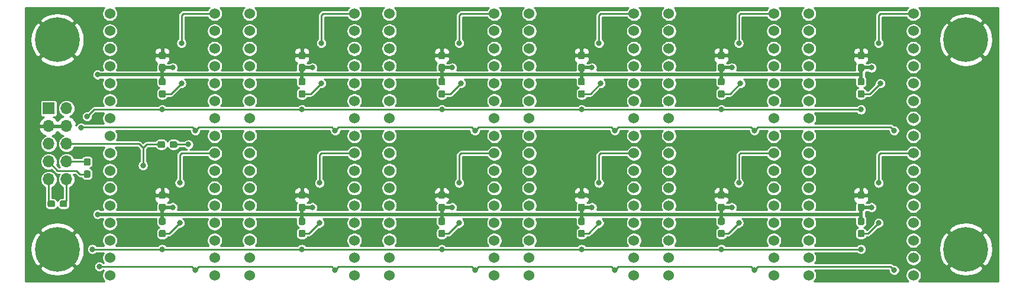
<source format=gbl>
G04 #@! TF.GenerationSoftware,KiCad,Pcbnew,(5.1.4)-1*
G04 #@! TF.CreationDate,2019-11-29T14:15:36+00:00*
G04 #@! TF.ProjectId,MAX7219_Clock,4d415837-3231-4395-9f43-6c6f636b2e6b,rev?*
G04 #@! TF.SameCoordinates,Original*
G04 #@! TF.FileFunction,Copper,L2,Bot*
G04 #@! TF.FilePolarity,Positive*
%FSLAX46Y46*%
G04 Gerber Fmt 4.6, Leading zero omitted, Abs format (unit mm)*
G04 Created by KiCad (PCBNEW (5.1.4)-1) date 2019-11-29 14:15:36*
%MOMM*%
%LPD*%
G04 APERTURE LIST*
%ADD10C,6.400000*%
%ADD11C,0.100000*%
%ADD12C,0.950000*%
%ADD13C,1.524000*%
%ADD14R,1.700000X1.700000*%
%ADD15O,1.700000X1.700000*%
%ADD16C,0.800000*%
%ADD17C,0.500000*%
%ADD18C,0.250000*%
%ADD19C,0.254000*%
G04 APERTURE END LIST*
D10*
X165000000Y-85000000D03*
X165000000Y-55000000D03*
X35000000Y-85000000D03*
X35000000Y-55000000D03*
D11*
G36*
X50260779Y-56726144D02*
G01*
X50283834Y-56729563D01*
X50306443Y-56735227D01*
X50328387Y-56743079D01*
X50349457Y-56753044D01*
X50369448Y-56765026D01*
X50388168Y-56778910D01*
X50405438Y-56794562D01*
X50421090Y-56811832D01*
X50434974Y-56830552D01*
X50446956Y-56850543D01*
X50456921Y-56871613D01*
X50464773Y-56893557D01*
X50470437Y-56916166D01*
X50473856Y-56939221D01*
X50475000Y-56962500D01*
X50475000Y-57537500D01*
X50473856Y-57560779D01*
X50470437Y-57583834D01*
X50464773Y-57606443D01*
X50456921Y-57628387D01*
X50446956Y-57649457D01*
X50434974Y-57669448D01*
X50421090Y-57688168D01*
X50405438Y-57705438D01*
X50388168Y-57721090D01*
X50369448Y-57734974D01*
X50349457Y-57746956D01*
X50328387Y-57756921D01*
X50306443Y-57764773D01*
X50283834Y-57770437D01*
X50260779Y-57773856D01*
X50237500Y-57775000D01*
X49762500Y-57775000D01*
X49739221Y-57773856D01*
X49716166Y-57770437D01*
X49693557Y-57764773D01*
X49671613Y-57756921D01*
X49650543Y-57746956D01*
X49630552Y-57734974D01*
X49611832Y-57721090D01*
X49594562Y-57705438D01*
X49578910Y-57688168D01*
X49565026Y-57669448D01*
X49553044Y-57649457D01*
X49543079Y-57628387D01*
X49535227Y-57606443D01*
X49529563Y-57583834D01*
X49526144Y-57560779D01*
X49525000Y-57537500D01*
X49525000Y-56962500D01*
X49526144Y-56939221D01*
X49529563Y-56916166D01*
X49535227Y-56893557D01*
X49543079Y-56871613D01*
X49553044Y-56850543D01*
X49565026Y-56830552D01*
X49578910Y-56811832D01*
X49594562Y-56794562D01*
X49611832Y-56778910D01*
X49630552Y-56765026D01*
X49650543Y-56753044D01*
X49671613Y-56743079D01*
X49693557Y-56735227D01*
X49716166Y-56729563D01*
X49739221Y-56726144D01*
X49762500Y-56725000D01*
X50237500Y-56725000D01*
X50260779Y-56726144D01*
X50260779Y-56726144D01*
G37*
D12*
X50000000Y-57250000D03*
D11*
G36*
X50260779Y-58476144D02*
G01*
X50283834Y-58479563D01*
X50306443Y-58485227D01*
X50328387Y-58493079D01*
X50349457Y-58503044D01*
X50369448Y-58515026D01*
X50388168Y-58528910D01*
X50405438Y-58544562D01*
X50421090Y-58561832D01*
X50434974Y-58580552D01*
X50446956Y-58600543D01*
X50456921Y-58621613D01*
X50464773Y-58643557D01*
X50470437Y-58666166D01*
X50473856Y-58689221D01*
X50475000Y-58712500D01*
X50475000Y-59287500D01*
X50473856Y-59310779D01*
X50470437Y-59333834D01*
X50464773Y-59356443D01*
X50456921Y-59378387D01*
X50446956Y-59399457D01*
X50434974Y-59419448D01*
X50421090Y-59438168D01*
X50405438Y-59455438D01*
X50388168Y-59471090D01*
X50369448Y-59484974D01*
X50349457Y-59496956D01*
X50328387Y-59506921D01*
X50306443Y-59514773D01*
X50283834Y-59520437D01*
X50260779Y-59523856D01*
X50237500Y-59525000D01*
X49762500Y-59525000D01*
X49739221Y-59523856D01*
X49716166Y-59520437D01*
X49693557Y-59514773D01*
X49671613Y-59506921D01*
X49650543Y-59496956D01*
X49630552Y-59484974D01*
X49611832Y-59471090D01*
X49594562Y-59455438D01*
X49578910Y-59438168D01*
X49565026Y-59419448D01*
X49553044Y-59399457D01*
X49543079Y-59378387D01*
X49535227Y-59356443D01*
X49529563Y-59333834D01*
X49526144Y-59310779D01*
X49525000Y-59287500D01*
X49525000Y-58712500D01*
X49526144Y-58689221D01*
X49529563Y-58666166D01*
X49535227Y-58643557D01*
X49543079Y-58621613D01*
X49553044Y-58600543D01*
X49565026Y-58580552D01*
X49578910Y-58561832D01*
X49594562Y-58544562D01*
X49611832Y-58528910D01*
X49630552Y-58515026D01*
X49650543Y-58503044D01*
X49671613Y-58493079D01*
X49693557Y-58485227D01*
X49716166Y-58479563D01*
X49739221Y-58476144D01*
X49762500Y-58475000D01*
X50237500Y-58475000D01*
X50260779Y-58476144D01*
X50260779Y-58476144D01*
G37*
D12*
X50000000Y-59000000D03*
D11*
G36*
X70260779Y-56726144D02*
G01*
X70283834Y-56729563D01*
X70306443Y-56735227D01*
X70328387Y-56743079D01*
X70349457Y-56753044D01*
X70369448Y-56765026D01*
X70388168Y-56778910D01*
X70405438Y-56794562D01*
X70421090Y-56811832D01*
X70434974Y-56830552D01*
X70446956Y-56850543D01*
X70456921Y-56871613D01*
X70464773Y-56893557D01*
X70470437Y-56916166D01*
X70473856Y-56939221D01*
X70475000Y-56962500D01*
X70475000Y-57537500D01*
X70473856Y-57560779D01*
X70470437Y-57583834D01*
X70464773Y-57606443D01*
X70456921Y-57628387D01*
X70446956Y-57649457D01*
X70434974Y-57669448D01*
X70421090Y-57688168D01*
X70405438Y-57705438D01*
X70388168Y-57721090D01*
X70369448Y-57734974D01*
X70349457Y-57746956D01*
X70328387Y-57756921D01*
X70306443Y-57764773D01*
X70283834Y-57770437D01*
X70260779Y-57773856D01*
X70237500Y-57775000D01*
X69762500Y-57775000D01*
X69739221Y-57773856D01*
X69716166Y-57770437D01*
X69693557Y-57764773D01*
X69671613Y-57756921D01*
X69650543Y-57746956D01*
X69630552Y-57734974D01*
X69611832Y-57721090D01*
X69594562Y-57705438D01*
X69578910Y-57688168D01*
X69565026Y-57669448D01*
X69553044Y-57649457D01*
X69543079Y-57628387D01*
X69535227Y-57606443D01*
X69529563Y-57583834D01*
X69526144Y-57560779D01*
X69525000Y-57537500D01*
X69525000Y-56962500D01*
X69526144Y-56939221D01*
X69529563Y-56916166D01*
X69535227Y-56893557D01*
X69543079Y-56871613D01*
X69553044Y-56850543D01*
X69565026Y-56830552D01*
X69578910Y-56811832D01*
X69594562Y-56794562D01*
X69611832Y-56778910D01*
X69630552Y-56765026D01*
X69650543Y-56753044D01*
X69671613Y-56743079D01*
X69693557Y-56735227D01*
X69716166Y-56729563D01*
X69739221Y-56726144D01*
X69762500Y-56725000D01*
X70237500Y-56725000D01*
X70260779Y-56726144D01*
X70260779Y-56726144D01*
G37*
D12*
X70000000Y-57250000D03*
D11*
G36*
X70260779Y-58476144D02*
G01*
X70283834Y-58479563D01*
X70306443Y-58485227D01*
X70328387Y-58493079D01*
X70349457Y-58503044D01*
X70369448Y-58515026D01*
X70388168Y-58528910D01*
X70405438Y-58544562D01*
X70421090Y-58561832D01*
X70434974Y-58580552D01*
X70446956Y-58600543D01*
X70456921Y-58621613D01*
X70464773Y-58643557D01*
X70470437Y-58666166D01*
X70473856Y-58689221D01*
X70475000Y-58712500D01*
X70475000Y-59287500D01*
X70473856Y-59310779D01*
X70470437Y-59333834D01*
X70464773Y-59356443D01*
X70456921Y-59378387D01*
X70446956Y-59399457D01*
X70434974Y-59419448D01*
X70421090Y-59438168D01*
X70405438Y-59455438D01*
X70388168Y-59471090D01*
X70369448Y-59484974D01*
X70349457Y-59496956D01*
X70328387Y-59506921D01*
X70306443Y-59514773D01*
X70283834Y-59520437D01*
X70260779Y-59523856D01*
X70237500Y-59525000D01*
X69762500Y-59525000D01*
X69739221Y-59523856D01*
X69716166Y-59520437D01*
X69693557Y-59514773D01*
X69671613Y-59506921D01*
X69650543Y-59496956D01*
X69630552Y-59484974D01*
X69611832Y-59471090D01*
X69594562Y-59455438D01*
X69578910Y-59438168D01*
X69565026Y-59419448D01*
X69553044Y-59399457D01*
X69543079Y-59378387D01*
X69535227Y-59356443D01*
X69529563Y-59333834D01*
X69526144Y-59310779D01*
X69525000Y-59287500D01*
X69525000Y-58712500D01*
X69526144Y-58689221D01*
X69529563Y-58666166D01*
X69535227Y-58643557D01*
X69543079Y-58621613D01*
X69553044Y-58600543D01*
X69565026Y-58580552D01*
X69578910Y-58561832D01*
X69594562Y-58544562D01*
X69611832Y-58528910D01*
X69630552Y-58515026D01*
X69650543Y-58503044D01*
X69671613Y-58493079D01*
X69693557Y-58485227D01*
X69716166Y-58479563D01*
X69739221Y-58476144D01*
X69762500Y-58475000D01*
X70237500Y-58475000D01*
X70260779Y-58476144D01*
X70260779Y-58476144D01*
G37*
D12*
X70000000Y-59000000D03*
D11*
G36*
X90260779Y-56726144D02*
G01*
X90283834Y-56729563D01*
X90306443Y-56735227D01*
X90328387Y-56743079D01*
X90349457Y-56753044D01*
X90369448Y-56765026D01*
X90388168Y-56778910D01*
X90405438Y-56794562D01*
X90421090Y-56811832D01*
X90434974Y-56830552D01*
X90446956Y-56850543D01*
X90456921Y-56871613D01*
X90464773Y-56893557D01*
X90470437Y-56916166D01*
X90473856Y-56939221D01*
X90475000Y-56962500D01*
X90475000Y-57537500D01*
X90473856Y-57560779D01*
X90470437Y-57583834D01*
X90464773Y-57606443D01*
X90456921Y-57628387D01*
X90446956Y-57649457D01*
X90434974Y-57669448D01*
X90421090Y-57688168D01*
X90405438Y-57705438D01*
X90388168Y-57721090D01*
X90369448Y-57734974D01*
X90349457Y-57746956D01*
X90328387Y-57756921D01*
X90306443Y-57764773D01*
X90283834Y-57770437D01*
X90260779Y-57773856D01*
X90237500Y-57775000D01*
X89762500Y-57775000D01*
X89739221Y-57773856D01*
X89716166Y-57770437D01*
X89693557Y-57764773D01*
X89671613Y-57756921D01*
X89650543Y-57746956D01*
X89630552Y-57734974D01*
X89611832Y-57721090D01*
X89594562Y-57705438D01*
X89578910Y-57688168D01*
X89565026Y-57669448D01*
X89553044Y-57649457D01*
X89543079Y-57628387D01*
X89535227Y-57606443D01*
X89529563Y-57583834D01*
X89526144Y-57560779D01*
X89525000Y-57537500D01*
X89525000Y-56962500D01*
X89526144Y-56939221D01*
X89529563Y-56916166D01*
X89535227Y-56893557D01*
X89543079Y-56871613D01*
X89553044Y-56850543D01*
X89565026Y-56830552D01*
X89578910Y-56811832D01*
X89594562Y-56794562D01*
X89611832Y-56778910D01*
X89630552Y-56765026D01*
X89650543Y-56753044D01*
X89671613Y-56743079D01*
X89693557Y-56735227D01*
X89716166Y-56729563D01*
X89739221Y-56726144D01*
X89762500Y-56725000D01*
X90237500Y-56725000D01*
X90260779Y-56726144D01*
X90260779Y-56726144D01*
G37*
D12*
X90000000Y-57250000D03*
D11*
G36*
X90260779Y-58476144D02*
G01*
X90283834Y-58479563D01*
X90306443Y-58485227D01*
X90328387Y-58493079D01*
X90349457Y-58503044D01*
X90369448Y-58515026D01*
X90388168Y-58528910D01*
X90405438Y-58544562D01*
X90421090Y-58561832D01*
X90434974Y-58580552D01*
X90446956Y-58600543D01*
X90456921Y-58621613D01*
X90464773Y-58643557D01*
X90470437Y-58666166D01*
X90473856Y-58689221D01*
X90475000Y-58712500D01*
X90475000Y-59287500D01*
X90473856Y-59310779D01*
X90470437Y-59333834D01*
X90464773Y-59356443D01*
X90456921Y-59378387D01*
X90446956Y-59399457D01*
X90434974Y-59419448D01*
X90421090Y-59438168D01*
X90405438Y-59455438D01*
X90388168Y-59471090D01*
X90369448Y-59484974D01*
X90349457Y-59496956D01*
X90328387Y-59506921D01*
X90306443Y-59514773D01*
X90283834Y-59520437D01*
X90260779Y-59523856D01*
X90237500Y-59525000D01*
X89762500Y-59525000D01*
X89739221Y-59523856D01*
X89716166Y-59520437D01*
X89693557Y-59514773D01*
X89671613Y-59506921D01*
X89650543Y-59496956D01*
X89630552Y-59484974D01*
X89611832Y-59471090D01*
X89594562Y-59455438D01*
X89578910Y-59438168D01*
X89565026Y-59419448D01*
X89553044Y-59399457D01*
X89543079Y-59378387D01*
X89535227Y-59356443D01*
X89529563Y-59333834D01*
X89526144Y-59310779D01*
X89525000Y-59287500D01*
X89525000Y-58712500D01*
X89526144Y-58689221D01*
X89529563Y-58666166D01*
X89535227Y-58643557D01*
X89543079Y-58621613D01*
X89553044Y-58600543D01*
X89565026Y-58580552D01*
X89578910Y-58561832D01*
X89594562Y-58544562D01*
X89611832Y-58528910D01*
X89630552Y-58515026D01*
X89650543Y-58503044D01*
X89671613Y-58493079D01*
X89693557Y-58485227D01*
X89716166Y-58479563D01*
X89739221Y-58476144D01*
X89762500Y-58475000D01*
X90237500Y-58475000D01*
X90260779Y-58476144D01*
X90260779Y-58476144D01*
G37*
D12*
X90000000Y-59000000D03*
D11*
G36*
X110260779Y-58476144D02*
G01*
X110283834Y-58479563D01*
X110306443Y-58485227D01*
X110328387Y-58493079D01*
X110349457Y-58503044D01*
X110369448Y-58515026D01*
X110388168Y-58528910D01*
X110405438Y-58544562D01*
X110421090Y-58561832D01*
X110434974Y-58580552D01*
X110446956Y-58600543D01*
X110456921Y-58621613D01*
X110464773Y-58643557D01*
X110470437Y-58666166D01*
X110473856Y-58689221D01*
X110475000Y-58712500D01*
X110475000Y-59287500D01*
X110473856Y-59310779D01*
X110470437Y-59333834D01*
X110464773Y-59356443D01*
X110456921Y-59378387D01*
X110446956Y-59399457D01*
X110434974Y-59419448D01*
X110421090Y-59438168D01*
X110405438Y-59455438D01*
X110388168Y-59471090D01*
X110369448Y-59484974D01*
X110349457Y-59496956D01*
X110328387Y-59506921D01*
X110306443Y-59514773D01*
X110283834Y-59520437D01*
X110260779Y-59523856D01*
X110237500Y-59525000D01*
X109762500Y-59525000D01*
X109739221Y-59523856D01*
X109716166Y-59520437D01*
X109693557Y-59514773D01*
X109671613Y-59506921D01*
X109650543Y-59496956D01*
X109630552Y-59484974D01*
X109611832Y-59471090D01*
X109594562Y-59455438D01*
X109578910Y-59438168D01*
X109565026Y-59419448D01*
X109553044Y-59399457D01*
X109543079Y-59378387D01*
X109535227Y-59356443D01*
X109529563Y-59333834D01*
X109526144Y-59310779D01*
X109525000Y-59287500D01*
X109525000Y-58712500D01*
X109526144Y-58689221D01*
X109529563Y-58666166D01*
X109535227Y-58643557D01*
X109543079Y-58621613D01*
X109553044Y-58600543D01*
X109565026Y-58580552D01*
X109578910Y-58561832D01*
X109594562Y-58544562D01*
X109611832Y-58528910D01*
X109630552Y-58515026D01*
X109650543Y-58503044D01*
X109671613Y-58493079D01*
X109693557Y-58485227D01*
X109716166Y-58479563D01*
X109739221Y-58476144D01*
X109762500Y-58475000D01*
X110237500Y-58475000D01*
X110260779Y-58476144D01*
X110260779Y-58476144D01*
G37*
D12*
X110000000Y-59000000D03*
D11*
G36*
X110260779Y-56726144D02*
G01*
X110283834Y-56729563D01*
X110306443Y-56735227D01*
X110328387Y-56743079D01*
X110349457Y-56753044D01*
X110369448Y-56765026D01*
X110388168Y-56778910D01*
X110405438Y-56794562D01*
X110421090Y-56811832D01*
X110434974Y-56830552D01*
X110446956Y-56850543D01*
X110456921Y-56871613D01*
X110464773Y-56893557D01*
X110470437Y-56916166D01*
X110473856Y-56939221D01*
X110475000Y-56962500D01*
X110475000Y-57537500D01*
X110473856Y-57560779D01*
X110470437Y-57583834D01*
X110464773Y-57606443D01*
X110456921Y-57628387D01*
X110446956Y-57649457D01*
X110434974Y-57669448D01*
X110421090Y-57688168D01*
X110405438Y-57705438D01*
X110388168Y-57721090D01*
X110369448Y-57734974D01*
X110349457Y-57746956D01*
X110328387Y-57756921D01*
X110306443Y-57764773D01*
X110283834Y-57770437D01*
X110260779Y-57773856D01*
X110237500Y-57775000D01*
X109762500Y-57775000D01*
X109739221Y-57773856D01*
X109716166Y-57770437D01*
X109693557Y-57764773D01*
X109671613Y-57756921D01*
X109650543Y-57746956D01*
X109630552Y-57734974D01*
X109611832Y-57721090D01*
X109594562Y-57705438D01*
X109578910Y-57688168D01*
X109565026Y-57669448D01*
X109553044Y-57649457D01*
X109543079Y-57628387D01*
X109535227Y-57606443D01*
X109529563Y-57583834D01*
X109526144Y-57560779D01*
X109525000Y-57537500D01*
X109525000Y-56962500D01*
X109526144Y-56939221D01*
X109529563Y-56916166D01*
X109535227Y-56893557D01*
X109543079Y-56871613D01*
X109553044Y-56850543D01*
X109565026Y-56830552D01*
X109578910Y-56811832D01*
X109594562Y-56794562D01*
X109611832Y-56778910D01*
X109630552Y-56765026D01*
X109650543Y-56753044D01*
X109671613Y-56743079D01*
X109693557Y-56735227D01*
X109716166Y-56729563D01*
X109739221Y-56726144D01*
X109762500Y-56725000D01*
X110237500Y-56725000D01*
X110260779Y-56726144D01*
X110260779Y-56726144D01*
G37*
D12*
X110000000Y-57250000D03*
D11*
G36*
X130260779Y-58476144D02*
G01*
X130283834Y-58479563D01*
X130306443Y-58485227D01*
X130328387Y-58493079D01*
X130349457Y-58503044D01*
X130369448Y-58515026D01*
X130388168Y-58528910D01*
X130405438Y-58544562D01*
X130421090Y-58561832D01*
X130434974Y-58580552D01*
X130446956Y-58600543D01*
X130456921Y-58621613D01*
X130464773Y-58643557D01*
X130470437Y-58666166D01*
X130473856Y-58689221D01*
X130475000Y-58712500D01*
X130475000Y-59287500D01*
X130473856Y-59310779D01*
X130470437Y-59333834D01*
X130464773Y-59356443D01*
X130456921Y-59378387D01*
X130446956Y-59399457D01*
X130434974Y-59419448D01*
X130421090Y-59438168D01*
X130405438Y-59455438D01*
X130388168Y-59471090D01*
X130369448Y-59484974D01*
X130349457Y-59496956D01*
X130328387Y-59506921D01*
X130306443Y-59514773D01*
X130283834Y-59520437D01*
X130260779Y-59523856D01*
X130237500Y-59525000D01*
X129762500Y-59525000D01*
X129739221Y-59523856D01*
X129716166Y-59520437D01*
X129693557Y-59514773D01*
X129671613Y-59506921D01*
X129650543Y-59496956D01*
X129630552Y-59484974D01*
X129611832Y-59471090D01*
X129594562Y-59455438D01*
X129578910Y-59438168D01*
X129565026Y-59419448D01*
X129553044Y-59399457D01*
X129543079Y-59378387D01*
X129535227Y-59356443D01*
X129529563Y-59333834D01*
X129526144Y-59310779D01*
X129525000Y-59287500D01*
X129525000Y-58712500D01*
X129526144Y-58689221D01*
X129529563Y-58666166D01*
X129535227Y-58643557D01*
X129543079Y-58621613D01*
X129553044Y-58600543D01*
X129565026Y-58580552D01*
X129578910Y-58561832D01*
X129594562Y-58544562D01*
X129611832Y-58528910D01*
X129630552Y-58515026D01*
X129650543Y-58503044D01*
X129671613Y-58493079D01*
X129693557Y-58485227D01*
X129716166Y-58479563D01*
X129739221Y-58476144D01*
X129762500Y-58475000D01*
X130237500Y-58475000D01*
X130260779Y-58476144D01*
X130260779Y-58476144D01*
G37*
D12*
X130000000Y-59000000D03*
D11*
G36*
X130260779Y-56726144D02*
G01*
X130283834Y-56729563D01*
X130306443Y-56735227D01*
X130328387Y-56743079D01*
X130349457Y-56753044D01*
X130369448Y-56765026D01*
X130388168Y-56778910D01*
X130405438Y-56794562D01*
X130421090Y-56811832D01*
X130434974Y-56830552D01*
X130446956Y-56850543D01*
X130456921Y-56871613D01*
X130464773Y-56893557D01*
X130470437Y-56916166D01*
X130473856Y-56939221D01*
X130475000Y-56962500D01*
X130475000Y-57537500D01*
X130473856Y-57560779D01*
X130470437Y-57583834D01*
X130464773Y-57606443D01*
X130456921Y-57628387D01*
X130446956Y-57649457D01*
X130434974Y-57669448D01*
X130421090Y-57688168D01*
X130405438Y-57705438D01*
X130388168Y-57721090D01*
X130369448Y-57734974D01*
X130349457Y-57746956D01*
X130328387Y-57756921D01*
X130306443Y-57764773D01*
X130283834Y-57770437D01*
X130260779Y-57773856D01*
X130237500Y-57775000D01*
X129762500Y-57775000D01*
X129739221Y-57773856D01*
X129716166Y-57770437D01*
X129693557Y-57764773D01*
X129671613Y-57756921D01*
X129650543Y-57746956D01*
X129630552Y-57734974D01*
X129611832Y-57721090D01*
X129594562Y-57705438D01*
X129578910Y-57688168D01*
X129565026Y-57669448D01*
X129553044Y-57649457D01*
X129543079Y-57628387D01*
X129535227Y-57606443D01*
X129529563Y-57583834D01*
X129526144Y-57560779D01*
X129525000Y-57537500D01*
X129525000Y-56962500D01*
X129526144Y-56939221D01*
X129529563Y-56916166D01*
X129535227Y-56893557D01*
X129543079Y-56871613D01*
X129553044Y-56850543D01*
X129565026Y-56830552D01*
X129578910Y-56811832D01*
X129594562Y-56794562D01*
X129611832Y-56778910D01*
X129630552Y-56765026D01*
X129650543Y-56753044D01*
X129671613Y-56743079D01*
X129693557Y-56735227D01*
X129716166Y-56729563D01*
X129739221Y-56726144D01*
X129762500Y-56725000D01*
X130237500Y-56725000D01*
X130260779Y-56726144D01*
X130260779Y-56726144D01*
G37*
D12*
X130000000Y-57250000D03*
D11*
G36*
X50260779Y-76726144D02*
G01*
X50283834Y-76729563D01*
X50306443Y-76735227D01*
X50328387Y-76743079D01*
X50349457Y-76753044D01*
X50369448Y-76765026D01*
X50388168Y-76778910D01*
X50405438Y-76794562D01*
X50421090Y-76811832D01*
X50434974Y-76830552D01*
X50446956Y-76850543D01*
X50456921Y-76871613D01*
X50464773Y-76893557D01*
X50470437Y-76916166D01*
X50473856Y-76939221D01*
X50475000Y-76962500D01*
X50475000Y-77537500D01*
X50473856Y-77560779D01*
X50470437Y-77583834D01*
X50464773Y-77606443D01*
X50456921Y-77628387D01*
X50446956Y-77649457D01*
X50434974Y-77669448D01*
X50421090Y-77688168D01*
X50405438Y-77705438D01*
X50388168Y-77721090D01*
X50369448Y-77734974D01*
X50349457Y-77746956D01*
X50328387Y-77756921D01*
X50306443Y-77764773D01*
X50283834Y-77770437D01*
X50260779Y-77773856D01*
X50237500Y-77775000D01*
X49762500Y-77775000D01*
X49739221Y-77773856D01*
X49716166Y-77770437D01*
X49693557Y-77764773D01*
X49671613Y-77756921D01*
X49650543Y-77746956D01*
X49630552Y-77734974D01*
X49611832Y-77721090D01*
X49594562Y-77705438D01*
X49578910Y-77688168D01*
X49565026Y-77669448D01*
X49553044Y-77649457D01*
X49543079Y-77628387D01*
X49535227Y-77606443D01*
X49529563Y-77583834D01*
X49526144Y-77560779D01*
X49525000Y-77537500D01*
X49525000Y-76962500D01*
X49526144Y-76939221D01*
X49529563Y-76916166D01*
X49535227Y-76893557D01*
X49543079Y-76871613D01*
X49553044Y-76850543D01*
X49565026Y-76830552D01*
X49578910Y-76811832D01*
X49594562Y-76794562D01*
X49611832Y-76778910D01*
X49630552Y-76765026D01*
X49650543Y-76753044D01*
X49671613Y-76743079D01*
X49693557Y-76735227D01*
X49716166Y-76729563D01*
X49739221Y-76726144D01*
X49762500Y-76725000D01*
X50237500Y-76725000D01*
X50260779Y-76726144D01*
X50260779Y-76726144D01*
G37*
D12*
X50000000Y-77250000D03*
D11*
G36*
X50260779Y-78476144D02*
G01*
X50283834Y-78479563D01*
X50306443Y-78485227D01*
X50328387Y-78493079D01*
X50349457Y-78503044D01*
X50369448Y-78515026D01*
X50388168Y-78528910D01*
X50405438Y-78544562D01*
X50421090Y-78561832D01*
X50434974Y-78580552D01*
X50446956Y-78600543D01*
X50456921Y-78621613D01*
X50464773Y-78643557D01*
X50470437Y-78666166D01*
X50473856Y-78689221D01*
X50475000Y-78712500D01*
X50475000Y-79287500D01*
X50473856Y-79310779D01*
X50470437Y-79333834D01*
X50464773Y-79356443D01*
X50456921Y-79378387D01*
X50446956Y-79399457D01*
X50434974Y-79419448D01*
X50421090Y-79438168D01*
X50405438Y-79455438D01*
X50388168Y-79471090D01*
X50369448Y-79484974D01*
X50349457Y-79496956D01*
X50328387Y-79506921D01*
X50306443Y-79514773D01*
X50283834Y-79520437D01*
X50260779Y-79523856D01*
X50237500Y-79525000D01*
X49762500Y-79525000D01*
X49739221Y-79523856D01*
X49716166Y-79520437D01*
X49693557Y-79514773D01*
X49671613Y-79506921D01*
X49650543Y-79496956D01*
X49630552Y-79484974D01*
X49611832Y-79471090D01*
X49594562Y-79455438D01*
X49578910Y-79438168D01*
X49565026Y-79419448D01*
X49553044Y-79399457D01*
X49543079Y-79378387D01*
X49535227Y-79356443D01*
X49529563Y-79333834D01*
X49526144Y-79310779D01*
X49525000Y-79287500D01*
X49525000Y-78712500D01*
X49526144Y-78689221D01*
X49529563Y-78666166D01*
X49535227Y-78643557D01*
X49543079Y-78621613D01*
X49553044Y-78600543D01*
X49565026Y-78580552D01*
X49578910Y-78561832D01*
X49594562Y-78544562D01*
X49611832Y-78528910D01*
X49630552Y-78515026D01*
X49650543Y-78503044D01*
X49671613Y-78493079D01*
X49693557Y-78485227D01*
X49716166Y-78479563D01*
X49739221Y-78476144D01*
X49762500Y-78475000D01*
X50237500Y-78475000D01*
X50260779Y-78476144D01*
X50260779Y-78476144D01*
G37*
D12*
X50000000Y-79000000D03*
D11*
G36*
X70260779Y-76726144D02*
G01*
X70283834Y-76729563D01*
X70306443Y-76735227D01*
X70328387Y-76743079D01*
X70349457Y-76753044D01*
X70369448Y-76765026D01*
X70388168Y-76778910D01*
X70405438Y-76794562D01*
X70421090Y-76811832D01*
X70434974Y-76830552D01*
X70446956Y-76850543D01*
X70456921Y-76871613D01*
X70464773Y-76893557D01*
X70470437Y-76916166D01*
X70473856Y-76939221D01*
X70475000Y-76962500D01*
X70475000Y-77537500D01*
X70473856Y-77560779D01*
X70470437Y-77583834D01*
X70464773Y-77606443D01*
X70456921Y-77628387D01*
X70446956Y-77649457D01*
X70434974Y-77669448D01*
X70421090Y-77688168D01*
X70405438Y-77705438D01*
X70388168Y-77721090D01*
X70369448Y-77734974D01*
X70349457Y-77746956D01*
X70328387Y-77756921D01*
X70306443Y-77764773D01*
X70283834Y-77770437D01*
X70260779Y-77773856D01*
X70237500Y-77775000D01*
X69762500Y-77775000D01*
X69739221Y-77773856D01*
X69716166Y-77770437D01*
X69693557Y-77764773D01*
X69671613Y-77756921D01*
X69650543Y-77746956D01*
X69630552Y-77734974D01*
X69611832Y-77721090D01*
X69594562Y-77705438D01*
X69578910Y-77688168D01*
X69565026Y-77669448D01*
X69553044Y-77649457D01*
X69543079Y-77628387D01*
X69535227Y-77606443D01*
X69529563Y-77583834D01*
X69526144Y-77560779D01*
X69525000Y-77537500D01*
X69525000Y-76962500D01*
X69526144Y-76939221D01*
X69529563Y-76916166D01*
X69535227Y-76893557D01*
X69543079Y-76871613D01*
X69553044Y-76850543D01*
X69565026Y-76830552D01*
X69578910Y-76811832D01*
X69594562Y-76794562D01*
X69611832Y-76778910D01*
X69630552Y-76765026D01*
X69650543Y-76753044D01*
X69671613Y-76743079D01*
X69693557Y-76735227D01*
X69716166Y-76729563D01*
X69739221Y-76726144D01*
X69762500Y-76725000D01*
X70237500Y-76725000D01*
X70260779Y-76726144D01*
X70260779Y-76726144D01*
G37*
D12*
X70000000Y-77250000D03*
D11*
G36*
X70260779Y-78476144D02*
G01*
X70283834Y-78479563D01*
X70306443Y-78485227D01*
X70328387Y-78493079D01*
X70349457Y-78503044D01*
X70369448Y-78515026D01*
X70388168Y-78528910D01*
X70405438Y-78544562D01*
X70421090Y-78561832D01*
X70434974Y-78580552D01*
X70446956Y-78600543D01*
X70456921Y-78621613D01*
X70464773Y-78643557D01*
X70470437Y-78666166D01*
X70473856Y-78689221D01*
X70475000Y-78712500D01*
X70475000Y-79287500D01*
X70473856Y-79310779D01*
X70470437Y-79333834D01*
X70464773Y-79356443D01*
X70456921Y-79378387D01*
X70446956Y-79399457D01*
X70434974Y-79419448D01*
X70421090Y-79438168D01*
X70405438Y-79455438D01*
X70388168Y-79471090D01*
X70369448Y-79484974D01*
X70349457Y-79496956D01*
X70328387Y-79506921D01*
X70306443Y-79514773D01*
X70283834Y-79520437D01*
X70260779Y-79523856D01*
X70237500Y-79525000D01*
X69762500Y-79525000D01*
X69739221Y-79523856D01*
X69716166Y-79520437D01*
X69693557Y-79514773D01*
X69671613Y-79506921D01*
X69650543Y-79496956D01*
X69630552Y-79484974D01*
X69611832Y-79471090D01*
X69594562Y-79455438D01*
X69578910Y-79438168D01*
X69565026Y-79419448D01*
X69553044Y-79399457D01*
X69543079Y-79378387D01*
X69535227Y-79356443D01*
X69529563Y-79333834D01*
X69526144Y-79310779D01*
X69525000Y-79287500D01*
X69525000Y-78712500D01*
X69526144Y-78689221D01*
X69529563Y-78666166D01*
X69535227Y-78643557D01*
X69543079Y-78621613D01*
X69553044Y-78600543D01*
X69565026Y-78580552D01*
X69578910Y-78561832D01*
X69594562Y-78544562D01*
X69611832Y-78528910D01*
X69630552Y-78515026D01*
X69650543Y-78503044D01*
X69671613Y-78493079D01*
X69693557Y-78485227D01*
X69716166Y-78479563D01*
X69739221Y-78476144D01*
X69762500Y-78475000D01*
X70237500Y-78475000D01*
X70260779Y-78476144D01*
X70260779Y-78476144D01*
G37*
D12*
X70000000Y-79000000D03*
D11*
G36*
X90260779Y-78476144D02*
G01*
X90283834Y-78479563D01*
X90306443Y-78485227D01*
X90328387Y-78493079D01*
X90349457Y-78503044D01*
X90369448Y-78515026D01*
X90388168Y-78528910D01*
X90405438Y-78544562D01*
X90421090Y-78561832D01*
X90434974Y-78580552D01*
X90446956Y-78600543D01*
X90456921Y-78621613D01*
X90464773Y-78643557D01*
X90470437Y-78666166D01*
X90473856Y-78689221D01*
X90475000Y-78712500D01*
X90475000Y-79287500D01*
X90473856Y-79310779D01*
X90470437Y-79333834D01*
X90464773Y-79356443D01*
X90456921Y-79378387D01*
X90446956Y-79399457D01*
X90434974Y-79419448D01*
X90421090Y-79438168D01*
X90405438Y-79455438D01*
X90388168Y-79471090D01*
X90369448Y-79484974D01*
X90349457Y-79496956D01*
X90328387Y-79506921D01*
X90306443Y-79514773D01*
X90283834Y-79520437D01*
X90260779Y-79523856D01*
X90237500Y-79525000D01*
X89762500Y-79525000D01*
X89739221Y-79523856D01*
X89716166Y-79520437D01*
X89693557Y-79514773D01*
X89671613Y-79506921D01*
X89650543Y-79496956D01*
X89630552Y-79484974D01*
X89611832Y-79471090D01*
X89594562Y-79455438D01*
X89578910Y-79438168D01*
X89565026Y-79419448D01*
X89553044Y-79399457D01*
X89543079Y-79378387D01*
X89535227Y-79356443D01*
X89529563Y-79333834D01*
X89526144Y-79310779D01*
X89525000Y-79287500D01*
X89525000Y-78712500D01*
X89526144Y-78689221D01*
X89529563Y-78666166D01*
X89535227Y-78643557D01*
X89543079Y-78621613D01*
X89553044Y-78600543D01*
X89565026Y-78580552D01*
X89578910Y-78561832D01*
X89594562Y-78544562D01*
X89611832Y-78528910D01*
X89630552Y-78515026D01*
X89650543Y-78503044D01*
X89671613Y-78493079D01*
X89693557Y-78485227D01*
X89716166Y-78479563D01*
X89739221Y-78476144D01*
X89762500Y-78475000D01*
X90237500Y-78475000D01*
X90260779Y-78476144D01*
X90260779Y-78476144D01*
G37*
D12*
X90000000Y-79000000D03*
D11*
G36*
X90260779Y-76726144D02*
G01*
X90283834Y-76729563D01*
X90306443Y-76735227D01*
X90328387Y-76743079D01*
X90349457Y-76753044D01*
X90369448Y-76765026D01*
X90388168Y-76778910D01*
X90405438Y-76794562D01*
X90421090Y-76811832D01*
X90434974Y-76830552D01*
X90446956Y-76850543D01*
X90456921Y-76871613D01*
X90464773Y-76893557D01*
X90470437Y-76916166D01*
X90473856Y-76939221D01*
X90475000Y-76962500D01*
X90475000Y-77537500D01*
X90473856Y-77560779D01*
X90470437Y-77583834D01*
X90464773Y-77606443D01*
X90456921Y-77628387D01*
X90446956Y-77649457D01*
X90434974Y-77669448D01*
X90421090Y-77688168D01*
X90405438Y-77705438D01*
X90388168Y-77721090D01*
X90369448Y-77734974D01*
X90349457Y-77746956D01*
X90328387Y-77756921D01*
X90306443Y-77764773D01*
X90283834Y-77770437D01*
X90260779Y-77773856D01*
X90237500Y-77775000D01*
X89762500Y-77775000D01*
X89739221Y-77773856D01*
X89716166Y-77770437D01*
X89693557Y-77764773D01*
X89671613Y-77756921D01*
X89650543Y-77746956D01*
X89630552Y-77734974D01*
X89611832Y-77721090D01*
X89594562Y-77705438D01*
X89578910Y-77688168D01*
X89565026Y-77669448D01*
X89553044Y-77649457D01*
X89543079Y-77628387D01*
X89535227Y-77606443D01*
X89529563Y-77583834D01*
X89526144Y-77560779D01*
X89525000Y-77537500D01*
X89525000Y-76962500D01*
X89526144Y-76939221D01*
X89529563Y-76916166D01*
X89535227Y-76893557D01*
X89543079Y-76871613D01*
X89553044Y-76850543D01*
X89565026Y-76830552D01*
X89578910Y-76811832D01*
X89594562Y-76794562D01*
X89611832Y-76778910D01*
X89630552Y-76765026D01*
X89650543Y-76753044D01*
X89671613Y-76743079D01*
X89693557Y-76735227D01*
X89716166Y-76729563D01*
X89739221Y-76726144D01*
X89762500Y-76725000D01*
X90237500Y-76725000D01*
X90260779Y-76726144D01*
X90260779Y-76726144D01*
G37*
D12*
X90000000Y-77250000D03*
D11*
G36*
X110260779Y-78476144D02*
G01*
X110283834Y-78479563D01*
X110306443Y-78485227D01*
X110328387Y-78493079D01*
X110349457Y-78503044D01*
X110369448Y-78515026D01*
X110388168Y-78528910D01*
X110405438Y-78544562D01*
X110421090Y-78561832D01*
X110434974Y-78580552D01*
X110446956Y-78600543D01*
X110456921Y-78621613D01*
X110464773Y-78643557D01*
X110470437Y-78666166D01*
X110473856Y-78689221D01*
X110475000Y-78712500D01*
X110475000Y-79287500D01*
X110473856Y-79310779D01*
X110470437Y-79333834D01*
X110464773Y-79356443D01*
X110456921Y-79378387D01*
X110446956Y-79399457D01*
X110434974Y-79419448D01*
X110421090Y-79438168D01*
X110405438Y-79455438D01*
X110388168Y-79471090D01*
X110369448Y-79484974D01*
X110349457Y-79496956D01*
X110328387Y-79506921D01*
X110306443Y-79514773D01*
X110283834Y-79520437D01*
X110260779Y-79523856D01*
X110237500Y-79525000D01*
X109762500Y-79525000D01*
X109739221Y-79523856D01*
X109716166Y-79520437D01*
X109693557Y-79514773D01*
X109671613Y-79506921D01*
X109650543Y-79496956D01*
X109630552Y-79484974D01*
X109611832Y-79471090D01*
X109594562Y-79455438D01*
X109578910Y-79438168D01*
X109565026Y-79419448D01*
X109553044Y-79399457D01*
X109543079Y-79378387D01*
X109535227Y-79356443D01*
X109529563Y-79333834D01*
X109526144Y-79310779D01*
X109525000Y-79287500D01*
X109525000Y-78712500D01*
X109526144Y-78689221D01*
X109529563Y-78666166D01*
X109535227Y-78643557D01*
X109543079Y-78621613D01*
X109553044Y-78600543D01*
X109565026Y-78580552D01*
X109578910Y-78561832D01*
X109594562Y-78544562D01*
X109611832Y-78528910D01*
X109630552Y-78515026D01*
X109650543Y-78503044D01*
X109671613Y-78493079D01*
X109693557Y-78485227D01*
X109716166Y-78479563D01*
X109739221Y-78476144D01*
X109762500Y-78475000D01*
X110237500Y-78475000D01*
X110260779Y-78476144D01*
X110260779Y-78476144D01*
G37*
D12*
X110000000Y-79000000D03*
D11*
G36*
X110260779Y-76726144D02*
G01*
X110283834Y-76729563D01*
X110306443Y-76735227D01*
X110328387Y-76743079D01*
X110349457Y-76753044D01*
X110369448Y-76765026D01*
X110388168Y-76778910D01*
X110405438Y-76794562D01*
X110421090Y-76811832D01*
X110434974Y-76830552D01*
X110446956Y-76850543D01*
X110456921Y-76871613D01*
X110464773Y-76893557D01*
X110470437Y-76916166D01*
X110473856Y-76939221D01*
X110475000Y-76962500D01*
X110475000Y-77537500D01*
X110473856Y-77560779D01*
X110470437Y-77583834D01*
X110464773Y-77606443D01*
X110456921Y-77628387D01*
X110446956Y-77649457D01*
X110434974Y-77669448D01*
X110421090Y-77688168D01*
X110405438Y-77705438D01*
X110388168Y-77721090D01*
X110369448Y-77734974D01*
X110349457Y-77746956D01*
X110328387Y-77756921D01*
X110306443Y-77764773D01*
X110283834Y-77770437D01*
X110260779Y-77773856D01*
X110237500Y-77775000D01*
X109762500Y-77775000D01*
X109739221Y-77773856D01*
X109716166Y-77770437D01*
X109693557Y-77764773D01*
X109671613Y-77756921D01*
X109650543Y-77746956D01*
X109630552Y-77734974D01*
X109611832Y-77721090D01*
X109594562Y-77705438D01*
X109578910Y-77688168D01*
X109565026Y-77669448D01*
X109553044Y-77649457D01*
X109543079Y-77628387D01*
X109535227Y-77606443D01*
X109529563Y-77583834D01*
X109526144Y-77560779D01*
X109525000Y-77537500D01*
X109525000Y-76962500D01*
X109526144Y-76939221D01*
X109529563Y-76916166D01*
X109535227Y-76893557D01*
X109543079Y-76871613D01*
X109553044Y-76850543D01*
X109565026Y-76830552D01*
X109578910Y-76811832D01*
X109594562Y-76794562D01*
X109611832Y-76778910D01*
X109630552Y-76765026D01*
X109650543Y-76753044D01*
X109671613Y-76743079D01*
X109693557Y-76735227D01*
X109716166Y-76729563D01*
X109739221Y-76726144D01*
X109762500Y-76725000D01*
X110237500Y-76725000D01*
X110260779Y-76726144D01*
X110260779Y-76726144D01*
G37*
D12*
X110000000Y-77250000D03*
D11*
G36*
X130260779Y-78476144D02*
G01*
X130283834Y-78479563D01*
X130306443Y-78485227D01*
X130328387Y-78493079D01*
X130349457Y-78503044D01*
X130369448Y-78515026D01*
X130388168Y-78528910D01*
X130405438Y-78544562D01*
X130421090Y-78561832D01*
X130434974Y-78580552D01*
X130446956Y-78600543D01*
X130456921Y-78621613D01*
X130464773Y-78643557D01*
X130470437Y-78666166D01*
X130473856Y-78689221D01*
X130475000Y-78712500D01*
X130475000Y-79287500D01*
X130473856Y-79310779D01*
X130470437Y-79333834D01*
X130464773Y-79356443D01*
X130456921Y-79378387D01*
X130446956Y-79399457D01*
X130434974Y-79419448D01*
X130421090Y-79438168D01*
X130405438Y-79455438D01*
X130388168Y-79471090D01*
X130369448Y-79484974D01*
X130349457Y-79496956D01*
X130328387Y-79506921D01*
X130306443Y-79514773D01*
X130283834Y-79520437D01*
X130260779Y-79523856D01*
X130237500Y-79525000D01*
X129762500Y-79525000D01*
X129739221Y-79523856D01*
X129716166Y-79520437D01*
X129693557Y-79514773D01*
X129671613Y-79506921D01*
X129650543Y-79496956D01*
X129630552Y-79484974D01*
X129611832Y-79471090D01*
X129594562Y-79455438D01*
X129578910Y-79438168D01*
X129565026Y-79419448D01*
X129553044Y-79399457D01*
X129543079Y-79378387D01*
X129535227Y-79356443D01*
X129529563Y-79333834D01*
X129526144Y-79310779D01*
X129525000Y-79287500D01*
X129525000Y-78712500D01*
X129526144Y-78689221D01*
X129529563Y-78666166D01*
X129535227Y-78643557D01*
X129543079Y-78621613D01*
X129553044Y-78600543D01*
X129565026Y-78580552D01*
X129578910Y-78561832D01*
X129594562Y-78544562D01*
X129611832Y-78528910D01*
X129630552Y-78515026D01*
X129650543Y-78503044D01*
X129671613Y-78493079D01*
X129693557Y-78485227D01*
X129716166Y-78479563D01*
X129739221Y-78476144D01*
X129762500Y-78475000D01*
X130237500Y-78475000D01*
X130260779Y-78476144D01*
X130260779Y-78476144D01*
G37*
D12*
X130000000Y-79000000D03*
D11*
G36*
X130260779Y-76726144D02*
G01*
X130283834Y-76729563D01*
X130306443Y-76735227D01*
X130328387Y-76743079D01*
X130349457Y-76753044D01*
X130369448Y-76765026D01*
X130388168Y-76778910D01*
X130405438Y-76794562D01*
X130421090Y-76811832D01*
X130434974Y-76830552D01*
X130446956Y-76850543D01*
X130456921Y-76871613D01*
X130464773Y-76893557D01*
X130470437Y-76916166D01*
X130473856Y-76939221D01*
X130475000Y-76962500D01*
X130475000Y-77537500D01*
X130473856Y-77560779D01*
X130470437Y-77583834D01*
X130464773Y-77606443D01*
X130456921Y-77628387D01*
X130446956Y-77649457D01*
X130434974Y-77669448D01*
X130421090Y-77688168D01*
X130405438Y-77705438D01*
X130388168Y-77721090D01*
X130369448Y-77734974D01*
X130349457Y-77746956D01*
X130328387Y-77756921D01*
X130306443Y-77764773D01*
X130283834Y-77770437D01*
X130260779Y-77773856D01*
X130237500Y-77775000D01*
X129762500Y-77775000D01*
X129739221Y-77773856D01*
X129716166Y-77770437D01*
X129693557Y-77764773D01*
X129671613Y-77756921D01*
X129650543Y-77746956D01*
X129630552Y-77734974D01*
X129611832Y-77721090D01*
X129594562Y-77705438D01*
X129578910Y-77688168D01*
X129565026Y-77669448D01*
X129553044Y-77649457D01*
X129543079Y-77628387D01*
X129535227Y-77606443D01*
X129529563Y-77583834D01*
X129526144Y-77560779D01*
X129525000Y-77537500D01*
X129525000Y-76962500D01*
X129526144Y-76939221D01*
X129529563Y-76916166D01*
X129535227Y-76893557D01*
X129543079Y-76871613D01*
X129553044Y-76850543D01*
X129565026Y-76830552D01*
X129578910Y-76811832D01*
X129594562Y-76794562D01*
X129611832Y-76778910D01*
X129630552Y-76765026D01*
X129650543Y-76753044D01*
X129671613Y-76743079D01*
X129693557Y-76735227D01*
X129716166Y-76729563D01*
X129739221Y-76726144D01*
X129762500Y-76725000D01*
X130237500Y-76725000D01*
X130260779Y-76726144D01*
X130260779Y-76726144D01*
G37*
D12*
X130000000Y-77250000D03*
D11*
G36*
X150260779Y-78476144D02*
G01*
X150283834Y-78479563D01*
X150306443Y-78485227D01*
X150328387Y-78493079D01*
X150349457Y-78503044D01*
X150369448Y-78515026D01*
X150388168Y-78528910D01*
X150405438Y-78544562D01*
X150421090Y-78561832D01*
X150434974Y-78580552D01*
X150446956Y-78600543D01*
X150456921Y-78621613D01*
X150464773Y-78643557D01*
X150470437Y-78666166D01*
X150473856Y-78689221D01*
X150475000Y-78712500D01*
X150475000Y-79287500D01*
X150473856Y-79310779D01*
X150470437Y-79333834D01*
X150464773Y-79356443D01*
X150456921Y-79378387D01*
X150446956Y-79399457D01*
X150434974Y-79419448D01*
X150421090Y-79438168D01*
X150405438Y-79455438D01*
X150388168Y-79471090D01*
X150369448Y-79484974D01*
X150349457Y-79496956D01*
X150328387Y-79506921D01*
X150306443Y-79514773D01*
X150283834Y-79520437D01*
X150260779Y-79523856D01*
X150237500Y-79525000D01*
X149762500Y-79525000D01*
X149739221Y-79523856D01*
X149716166Y-79520437D01*
X149693557Y-79514773D01*
X149671613Y-79506921D01*
X149650543Y-79496956D01*
X149630552Y-79484974D01*
X149611832Y-79471090D01*
X149594562Y-79455438D01*
X149578910Y-79438168D01*
X149565026Y-79419448D01*
X149553044Y-79399457D01*
X149543079Y-79378387D01*
X149535227Y-79356443D01*
X149529563Y-79333834D01*
X149526144Y-79310779D01*
X149525000Y-79287500D01*
X149525000Y-78712500D01*
X149526144Y-78689221D01*
X149529563Y-78666166D01*
X149535227Y-78643557D01*
X149543079Y-78621613D01*
X149553044Y-78600543D01*
X149565026Y-78580552D01*
X149578910Y-78561832D01*
X149594562Y-78544562D01*
X149611832Y-78528910D01*
X149630552Y-78515026D01*
X149650543Y-78503044D01*
X149671613Y-78493079D01*
X149693557Y-78485227D01*
X149716166Y-78479563D01*
X149739221Y-78476144D01*
X149762500Y-78475000D01*
X150237500Y-78475000D01*
X150260779Y-78476144D01*
X150260779Y-78476144D01*
G37*
D12*
X150000000Y-79000000D03*
D11*
G36*
X150260779Y-76726144D02*
G01*
X150283834Y-76729563D01*
X150306443Y-76735227D01*
X150328387Y-76743079D01*
X150349457Y-76753044D01*
X150369448Y-76765026D01*
X150388168Y-76778910D01*
X150405438Y-76794562D01*
X150421090Y-76811832D01*
X150434974Y-76830552D01*
X150446956Y-76850543D01*
X150456921Y-76871613D01*
X150464773Y-76893557D01*
X150470437Y-76916166D01*
X150473856Y-76939221D01*
X150475000Y-76962500D01*
X150475000Y-77537500D01*
X150473856Y-77560779D01*
X150470437Y-77583834D01*
X150464773Y-77606443D01*
X150456921Y-77628387D01*
X150446956Y-77649457D01*
X150434974Y-77669448D01*
X150421090Y-77688168D01*
X150405438Y-77705438D01*
X150388168Y-77721090D01*
X150369448Y-77734974D01*
X150349457Y-77746956D01*
X150328387Y-77756921D01*
X150306443Y-77764773D01*
X150283834Y-77770437D01*
X150260779Y-77773856D01*
X150237500Y-77775000D01*
X149762500Y-77775000D01*
X149739221Y-77773856D01*
X149716166Y-77770437D01*
X149693557Y-77764773D01*
X149671613Y-77756921D01*
X149650543Y-77746956D01*
X149630552Y-77734974D01*
X149611832Y-77721090D01*
X149594562Y-77705438D01*
X149578910Y-77688168D01*
X149565026Y-77669448D01*
X149553044Y-77649457D01*
X149543079Y-77628387D01*
X149535227Y-77606443D01*
X149529563Y-77583834D01*
X149526144Y-77560779D01*
X149525000Y-77537500D01*
X149525000Y-76962500D01*
X149526144Y-76939221D01*
X149529563Y-76916166D01*
X149535227Y-76893557D01*
X149543079Y-76871613D01*
X149553044Y-76850543D01*
X149565026Y-76830552D01*
X149578910Y-76811832D01*
X149594562Y-76794562D01*
X149611832Y-76778910D01*
X149630552Y-76765026D01*
X149650543Y-76753044D01*
X149671613Y-76743079D01*
X149693557Y-76735227D01*
X149716166Y-76729563D01*
X149739221Y-76726144D01*
X149762500Y-76725000D01*
X150237500Y-76725000D01*
X150260779Y-76726144D01*
X150260779Y-76726144D01*
G37*
D12*
X150000000Y-77250000D03*
D11*
G36*
X150260779Y-56726144D02*
G01*
X150283834Y-56729563D01*
X150306443Y-56735227D01*
X150328387Y-56743079D01*
X150349457Y-56753044D01*
X150369448Y-56765026D01*
X150388168Y-56778910D01*
X150405438Y-56794562D01*
X150421090Y-56811832D01*
X150434974Y-56830552D01*
X150446956Y-56850543D01*
X150456921Y-56871613D01*
X150464773Y-56893557D01*
X150470437Y-56916166D01*
X150473856Y-56939221D01*
X150475000Y-56962500D01*
X150475000Y-57537500D01*
X150473856Y-57560779D01*
X150470437Y-57583834D01*
X150464773Y-57606443D01*
X150456921Y-57628387D01*
X150446956Y-57649457D01*
X150434974Y-57669448D01*
X150421090Y-57688168D01*
X150405438Y-57705438D01*
X150388168Y-57721090D01*
X150369448Y-57734974D01*
X150349457Y-57746956D01*
X150328387Y-57756921D01*
X150306443Y-57764773D01*
X150283834Y-57770437D01*
X150260779Y-57773856D01*
X150237500Y-57775000D01*
X149762500Y-57775000D01*
X149739221Y-57773856D01*
X149716166Y-57770437D01*
X149693557Y-57764773D01*
X149671613Y-57756921D01*
X149650543Y-57746956D01*
X149630552Y-57734974D01*
X149611832Y-57721090D01*
X149594562Y-57705438D01*
X149578910Y-57688168D01*
X149565026Y-57669448D01*
X149553044Y-57649457D01*
X149543079Y-57628387D01*
X149535227Y-57606443D01*
X149529563Y-57583834D01*
X149526144Y-57560779D01*
X149525000Y-57537500D01*
X149525000Y-56962500D01*
X149526144Y-56939221D01*
X149529563Y-56916166D01*
X149535227Y-56893557D01*
X149543079Y-56871613D01*
X149553044Y-56850543D01*
X149565026Y-56830552D01*
X149578910Y-56811832D01*
X149594562Y-56794562D01*
X149611832Y-56778910D01*
X149630552Y-56765026D01*
X149650543Y-56753044D01*
X149671613Y-56743079D01*
X149693557Y-56735227D01*
X149716166Y-56729563D01*
X149739221Y-56726144D01*
X149762500Y-56725000D01*
X150237500Y-56725000D01*
X150260779Y-56726144D01*
X150260779Y-56726144D01*
G37*
D12*
X150000000Y-57250000D03*
D11*
G36*
X150260779Y-58476144D02*
G01*
X150283834Y-58479563D01*
X150306443Y-58485227D01*
X150328387Y-58493079D01*
X150349457Y-58503044D01*
X150369448Y-58515026D01*
X150388168Y-58528910D01*
X150405438Y-58544562D01*
X150421090Y-58561832D01*
X150434974Y-58580552D01*
X150446956Y-58600543D01*
X150456921Y-58621613D01*
X150464773Y-58643557D01*
X150470437Y-58666166D01*
X150473856Y-58689221D01*
X150475000Y-58712500D01*
X150475000Y-59287500D01*
X150473856Y-59310779D01*
X150470437Y-59333834D01*
X150464773Y-59356443D01*
X150456921Y-59378387D01*
X150446956Y-59399457D01*
X150434974Y-59419448D01*
X150421090Y-59438168D01*
X150405438Y-59455438D01*
X150388168Y-59471090D01*
X150369448Y-59484974D01*
X150349457Y-59496956D01*
X150328387Y-59506921D01*
X150306443Y-59514773D01*
X150283834Y-59520437D01*
X150260779Y-59523856D01*
X150237500Y-59525000D01*
X149762500Y-59525000D01*
X149739221Y-59523856D01*
X149716166Y-59520437D01*
X149693557Y-59514773D01*
X149671613Y-59506921D01*
X149650543Y-59496956D01*
X149630552Y-59484974D01*
X149611832Y-59471090D01*
X149594562Y-59455438D01*
X149578910Y-59438168D01*
X149565026Y-59419448D01*
X149553044Y-59399457D01*
X149543079Y-59378387D01*
X149535227Y-59356443D01*
X149529563Y-59333834D01*
X149526144Y-59310779D01*
X149525000Y-59287500D01*
X149525000Y-58712500D01*
X149526144Y-58689221D01*
X149529563Y-58666166D01*
X149535227Y-58643557D01*
X149543079Y-58621613D01*
X149553044Y-58600543D01*
X149565026Y-58580552D01*
X149578910Y-58561832D01*
X149594562Y-58544562D01*
X149611832Y-58528910D01*
X149630552Y-58515026D01*
X149650543Y-58503044D01*
X149671613Y-58493079D01*
X149693557Y-58485227D01*
X149716166Y-58479563D01*
X149739221Y-58476144D01*
X149762500Y-58475000D01*
X150237500Y-58475000D01*
X150260779Y-58476144D01*
X150260779Y-58476144D01*
G37*
D12*
X150000000Y-59000000D03*
D13*
X57500000Y-51250000D03*
X57500000Y-53750000D03*
X57500000Y-56250000D03*
X57500000Y-58750000D03*
X57500000Y-61250000D03*
X57500000Y-63750000D03*
X57500000Y-66250000D03*
X57500000Y-68750000D03*
X42500000Y-68750000D03*
X42500000Y-66250000D03*
X42500000Y-63750000D03*
X42500000Y-61250000D03*
X42500000Y-58750000D03*
X42500000Y-56250000D03*
X42500000Y-53750000D03*
X42500000Y-51250000D03*
X62500000Y-51250000D03*
X62500000Y-53750000D03*
X62500000Y-56250000D03*
X62500000Y-58750000D03*
X62500000Y-61250000D03*
X62500000Y-63750000D03*
X62500000Y-66250000D03*
X62500000Y-68750000D03*
X77500000Y-68750000D03*
X77500000Y-66250000D03*
X77500000Y-63750000D03*
X77500000Y-61250000D03*
X77500000Y-58750000D03*
X77500000Y-56250000D03*
X77500000Y-53750000D03*
X77500000Y-51250000D03*
X82500000Y-51250000D03*
X82500000Y-53750000D03*
X82500000Y-56250000D03*
X82500000Y-58750000D03*
X82500000Y-61250000D03*
X82500000Y-63750000D03*
X82500000Y-66250000D03*
X82500000Y-68750000D03*
X97500000Y-68750000D03*
X97500000Y-66250000D03*
X97500000Y-63750000D03*
X97500000Y-61250000D03*
X97500000Y-58750000D03*
X97500000Y-56250000D03*
X97500000Y-53750000D03*
X97500000Y-51250000D03*
X117500000Y-51250000D03*
X117500000Y-53750000D03*
X117500000Y-56250000D03*
X117500000Y-58750000D03*
X117500000Y-61250000D03*
X117500000Y-63750000D03*
X117500000Y-66250000D03*
X117500000Y-68750000D03*
X102500000Y-68750000D03*
X102500000Y-66250000D03*
X102500000Y-63750000D03*
X102500000Y-61250000D03*
X102500000Y-58750000D03*
X102500000Y-56250000D03*
X102500000Y-53750000D03*
X102500000Y-51250000D03*
X137500000Y-51250000D03*
X137500000Y-53750000D03*
X137500000Y-56250000D03*
X137500000Y-58750000D03*
X137500000Y-61250000D03*
X137500000Y-63750000D03*
X137500000Y-66250000D03*
X137500000Y-68750000D03*
X122500000Y-68750000D03*
X122500000Y-66250000D03*
X122500000Y-63750000D03*
X122500000Y-61250000D03*
X122500000Y-58750000D03*
X122500000Y-56250000D03*
X122500000Y-53750000D03*
X122500000Y-51250000D03*
X42500000Y-71250000D03*
X42500000Y-73750000D03*
X42500000Y-76250000D03*
X42500000Y-78750000D03*
X42500000Y-81250000D03*
X42500000Y-83750000D03*
X42500000Y-86250000D03*
X42500000Y-88750000D03*
X57500000Y-88750000D03*
X57500000Y-86250000D03*
X57500000Y-83750000D03*
X57500000Y-81250000D03*
X57500000Y-78750000D03*
X57500000Y-76250000D03*
X57500000Y-73750000D03*
X57500000Y-71250000D03*
X62500000Y-71250000D03*
X62500000Y-73750000D03*
X62500000Y-76250000D03*
X62500000Y-78750000D03*
X62500000Y-81250000D03*
X62500000Y-83750000D03*
X62500000Y-86250000D03*
X62500000Y-88750000D03*
X77500000Y-88750000D03*
X77500000Y-86250000D03*
X77500000Y-83750000D03*
X77500000Y-81250000D03*
X77500000Y-78750000D03*
X77500000Y-76250000D03*
X77500000Y-73750000D03*
X77500000Y-71250000D03*
X97500000Y-71250000D03*
X97500000Y-73750000D03*
X97500000Y-76250000D03*
X97500000Y-78750000D03*
X97500000Y-81250000D03*
X97500000Y-83750000D03*
X97500000Y-86250000D03*
X97500000Y-88750000D03*
X82500000Y-88750000D03*
X82500000Y-86250000D03*
X82500000Y-83750000D03*
X82500000Y-81250000D03*
X82500000Y-78750000D03*
X82500000Y-76250000D03*
X82500000Y-73750000D03*
X82500000Y-71250000D03*
X102500000Y-71250000D03*
X102500000Y-73750000D03*
X102500000Y-76250000D03*
X102500000Y-78750000D03*
X102500000Y-81250000D03*
X102500000Y-83750000D03*
X102500000Y-86250000D03*
X102500000Y-88750000D03*
X117500000Y-88750000D03*
X117500000Y-86250000D03*
X117500000Y-83750000D03*
X117500000Y-81250000D03*
X117500000Y-78750000D03*
X117500000Y-76250000D03*
X117500000Y-73750000D03*
X117500000Y-71250000D03*
X137500000Y-71250000D03*
X137500000Y-73750000D03*
X137500000Y-76250000D03*
X137500000Y-78750000D03*
X137500000Y-81250000D03*
X137500000Y-83750000D03*
X137500000Y-86250000D03*
X137500000Y-88750000D03*
X122500000Y-88750000D03*
X122500000Y-86250000D03*
X122500000Y-83750000D03*
X122500000Y-81250000D03*
X122500000Y-78750000D03*
X122500000Y-76250000D03*
X122500000Y-73750000D03*
X122500000Y-71250000D03*
X142500000Y-71250000D03*
X142500000Y-73750000D03*
X142500000Y-76250000D03*
X142500000Y-78750000D03*
X142500000Y-81250000D03*
X142500000Y-83750000D03*
X142500000Y-86250000D03*
X142500000Y-88750000D03*
X157500000Y-88750000D03*
X157500000Y-86250000D03*
X157500000Y-83750000D03*
X157500000Y-81250000D03*
X157500000Y-78750000D03*
X157500000Y-76250000D03*
X157500000Y-73750000D03*
X157500000Y-71250000D03*
X157500000Y-51250000D03*
X157500000Y-53750000D03*
X157500000Y-56250000D03*
X157500000Y-58750000D03*
X157500000Y-61250000D03*
X157500000Y-63750000D03*
X157500000Y-66250000D03*
X157500000Y-68750000D03*
X142500000Y-68750000D03*
X142500000Y-66250000D03*
X142500000Y-63750000D03*
X142500000Y-61250000D03*
X142500000Y-58750000D03*
X142500000Y-56250000D03*
X142500000Y-53750000D03*
X142500000Y-51250000D03*
D11*
G36*
X50260779Y-62226144D02*
G01*
X50283834Y-62229563D01*
X50306443Y-62235227D01*
X50328387Y-62243079D01*
X50349457Y-62253044D01*
X50369448Y-62265026D01*
X50388168Y-62278910D01*
X50405438Y-62294562D01*
X50421090Y-62311832D01*
X50434974Y-62330552D01*
X50446956Y-62350543D01*
X50456921Y-62371613D01*
X50464773Y-62393557D01*
X50470437Y-62416166D01*
X50473856Y-62439221D01*
X50475000Y-62462500D01*
X50475000Y-63037500D01*
X50473856Y-63060779D01*
X50470437Y-63083834D01*
X50464773Y-63106443D01*
X50456921Y-63128387D01*
X50446956Y-63149457D01*
X50434974Y-63169448D01*
X50421090Y-63188168D01*
X50405438Y-63205438D01*
X50388168Y-63221090D01*
X50369448Y-63234974D01*
X50349457Y-63246956D01*
X50328387Y-63256921D01*
X50306443Y-63264773D01*
X50283834Y-63270437D01*
X50260779Y-63273856D01*
X50237500Y-63275000D01*
X49762500Y-63275000D01*
X49739221Y-63273856D01*
X49716166Y-63270437D01*
X49693557Y-63264773D01*
X49671613Y-63256921D01*
X49650543Y-63246956D01*
X49630552Y-63234974D01*
X49611832Y-63221090D01*
X49594562Y-63205438D01*
X49578910Y-63188168D01*
X49565026Y-63169448D01*
X49553044Y-63149457D01*
X49543079Y-63128387D01*
X49535227Y-63106443D01*
X49529563Y-63083834D01*
X49526144Y-63060779D01*
X49525000Y-63037500D01*
X49525000Y-62462500D01*
X49526144Y-62439221D01*
X49529563Y-62416166D01*
X49535227Y-62393557D01*
X49543079Y-62371613D01*
X49553044Y-62350543D01*
X49565026Y-62330552D01*
X49578910Y-62311832D01*
X49594562Y-62294562D01*
X49611832Y-62278910D01*
X49630552Y-62265026D01*
X49650543Y-62253044D01*
X49671613Y-62243079D01*
X49693557Y-62235227D01*
X49716166Y-62229563D01*
X49739221Y-62226144D01*
X49762500Y-62225000D01*
X50237500Y-62225000D01*
X50260779Y-62226144D01*
X50260779Y-62226144D01*
G37*
D12*
X50000000Y-62750000D03*
D11*
G36*
X50260779Y-60476144D02*
G01*
X50283834Y-60479563D01*
X50306443Y-60485227D01*
X50328387Y-60493079D01*
X50349457Y-60503044D01*
X50369448Y-60515026D01*
X50388168Y-60528910D01*
X50405438Y-60544562D01*
X50421090Y-60561832D01*
X50434974Y-60580552D01*
X50446956Y-60600543D01*
X50456921Y-60621613D01*
X50464773Y-60643557D01*
X50470437Y-60666166D01*
X50473856Y-60689221D01*
X50475000Y-60712500D01*
X50475000Y-61287500D01*
X50473856Y-61310779D01*
X50470437Y-61333834D01*
X50464773Y-61356443D01*
X50456921Y-61378387D01*
X50446956Y-61399457D01*
X50434974Y-61419448D01*
X50421090Y-61438168D01*
X50405438Y-61455438D01*
X50388168Y-61471090D01*
X50369448Y-61484974D01*
X50349457Y-61496956D01*
X50328387Y-61506921D01*
X50306443Y-61514773D01*
X50283834Y-61520437D01*
X50260779Y-61523856D01*
X50237500Y-61525000D01*
X49762500Y-61525000D01*
X49739221Y-61523856D01*
X49716166Y-61520437D01*
X49693557Y-61514773D01*
X49671613Y-61506921D01*
X49650543Y-61496956D01*
X49630552Y-61484974D01*
X49611832Y-61471090D01*
X49594562Y-61455438D01*
X49578910Y-61438168D01*
X49565026Y-61419448D01*
X49553044Y-61399457D01*
X49543079Y-61378387D01*
X49535227Y-61356443D01*
X49529563Y-61333834D01*
X49526144Y-61310779D01*
X49525000Y-61287500D01*
X49525000Y-60712500D01*
X49526144Y-60689221D01*
X49529563Y-60666166D01*
X49535227Y-60643557D01*
X49543079Y-60621613D01*
X49553044Y-60600543D01*
X49565026Y-60580552D01*
X49578910Y-60561832D01*
X49594562Y-60544562D01*
X49611832Y-60528910D01*
X49630552Y-60515026D01*
X49650543Y-60503044D01*
X49671613Y-60493079D01*
X49693557Y-60485227D01*
X49716166Y-60479563D01*
X49739221Y-60476144D01*
X49762500Y-60475000D01*
X50237500Y-60475000D01*
X50260779Y-60476144D01*
X50260779Y-60476144D01*
G37*
D12*
X50000000Y-61000000D03*
D11*
G36*
X70260779Y-60476144D02*
G01*
X70283834Y-60479563D01*
X70306443Y-60485227D01*
X70328387Y-60493079D01*
X70349457Y-60503044D01*
X70369448Y-60515026D01*
X70388168Y-60528910D01*
X70405438Y-60544562D01*
X70421090Y-60561832D01*
X70434974Y-60580552D01*
X70446956Y-60600543D01*
X70456921Y-60621613D01*
X70464773Y-60643557D01*
X70470437Y-60666166D01*
X70473856Y-60689221D01*
X70475000Y-60712500D01*
X70475000Y-61287500D01*
X70473856Y-61310779D01*
X70470437Y-61333834D01*
X70464773Y-61356443D01*
X70456921Y-61378387D01*
X70446956Y-61399457D01*
X70434974Y-61419448D01*
X70421090Y-61438168D01*
X70405438Y-61455438D01*
X70388168Y-61471090D01*
X70369448Y-61484974D01*
X70349457Y-61496956D01*
X70328387Y-61506921D01*
X70306443Y-61514773D01*
X70283834Y-61520437D01*
X70260779Y-61523856D01*
X70237500Y-61525000D01*
X69762500Y-61525000D01*
X69739221Y-61523856D01*
X69716166Y-61520437D01*
X69693557Y-61514773D01*
X69671613Y-61506921D01*
X69650543Y-61496956D01*
X69630552Y-61484974D01*
X69611832Y-61471090D01*
X69594562Y-61455438D01*
X69578910Y-61438168D01*
X69565026Y-61419448D01*
X69553044Y-61399457D01*
X69543079Y-61378387D01*
X69535227Y-61356443D01*
X69529563Y-61333834D01*
X69526144Y-61310779D01*
X69525000Y-61287500D01*
X69525000Y-60712500D01*
X69526144Y-60689221D01*
X69529563Y-60666166D01*
X69535227Y-60643557D01*
X69543079Y-60621613D01*
X69553044Y-60600543D01*
X69565026Y-60580552D01*
X69578910Y-60561832D01*
X69594562Y-60544562D01*
X69611832Y-60528910D01*
X69630552Y-60515026D01*
X69650543Y-60503044D01*
X69671613Y-60493079D01*
X69693557Y-60485227D01*
X69716166Y-60479563D01*
X69739221Y-60476144D01*
X69762500Y-60475000D01*
X70237500Y-60475000D01*
X70260779Y-60476144D01*
X70260779Y-60476144D01*
G37*
D12*
X70000000Y-61000000D03*
D11*
G36*
X70260779Y-62226144D02*
G01*
X70283834Y-62229563D01*
X70306443Y-62235227D01*
X70328387Y-62243079D01*
X70349457Y-62253044D01*
X70369448Y-62265026D01*
X70388168Y-62278910D01*
X70405438Y-62294562D01*
X70421090Y-62311832D01*
X70434974Y-62330552D01*
X70446956Y-62350543D01*
X70456921Y-62371613D01*
X70464773Y-62393557D01*
X70470437Y-62416166D01*
X70473856Y-62439221D01*
X70475000Y-62462500D01*
X70475000Y-63037500D01*
X70473856Y-63060779D01*
X70470437Y-63083834D01*
X70464773Y-63106443D01*
X70456921Y-63128387D01*
X70446956Y-63149457D01*
X70434974Y-63169448D01*
X70421090Y-63188168D01*
X70405438Y-63205438D01*
X70388168Y-63221090D01*
X70369448Y-63234974D01*
X70349457Y-63246956D01*
X70328387Y-63256921D01*
X70306443Y-63264773D01*
X70283834Y-63270437D01*
X70260779Y-63273856D01*
X70237500Y-63275000D01*
X69762500Y-63275000D01*
X69739221Y-63273856D01*
X69716166Y-63270437D01*
X69693557Y-63264773D01*
X69671613Y-63256921D01*
X69650543Y-63246956D01*
X69630552Y-63234974D01*
X69611832Y-63221090D01*
X69594562Y-63205438D01*
X69578910Y-63188168D01*
X69565026Y-63169448D01*
X69553044Y-63149457D01*
X69543079Y-63128387D01*
X69535227Y-63106443D01*
X69529563Y-63083834D01*
X69526144Y-63060779D01*
X69525000Y-63037500D01*
X69525000Y-62462500D01*
X69526144Y-62439221D01*
X69529563Y-62416166D01*
X69535227Y-62393557D01*
X69543079Y-62371613D01*
X69553044Y-62350543D01*
X69565026Y-62330552D01*
X69578910Y-62311832D01*
X69594562Y-62294562D01*
X69611832Y-62278910D01*
X69630552Y-62265026D01*
X69650543Y-62253044D01*
X69671613Y-62243079D01*
X69693557Y-62235227D01*
X69716166Y-62229563D01*
X69739221Y-62226144D01*
X69762500Y-62225000D01*
X70237500Y-62225000D01*
X70260779Y-62226144D01*
X70260779Y-62226144D01*
G37*
D12*
X70000000Y-62750000D03*
D11*
G36*
X90260779Y-60476144D02*
G01*
X90283834Y-60479563D01*
X90306443Y-60485227D01*
X90328387Y-60493079D01*
X90349457Y-60503044D01*
X90369448Y-60515026D01*
X90388168Y-60528910D01*
X90405438Y-60544562D01*
X90421090Y-60561832D01*
X90434974Y-60580552D01*
X90446956Y-60600543D01*
X90456921Y-60621613D01*
X90464773Y-60643557D01*
X90470437Y-60666166D01*
X90473856Y-60689221D01*
X90475000Y-60712500D01*
X90475000Y-61287500D01*
X90473856Y-61310779D01*
X90470437Y-61333834D01*
X90464773Y-61356443D01*
X90456921Y-61378387D01*
X90446956Y-61399457D01*
X90434974Y-61419448D01*
X90421090Y-61438168D01*
X90405438Y-61455438D01*
X90388168Y-61471090D01*
X90369448Y-61484974D01*
X90349457Y-61496956D01*
X90328387Y-61506921D01*
X90306443Y-61514773D01*
X90283834Y-61520437D01*
X90260779Y-61523856D01*
X90237500Y-61525000D01*
X89762500Y-61525000D01*
X89739221Y-61523856D01*
X89716166Y-61520437D01*
X89693557Y-61514773D01*
X89671613Y-61506921D01*
X89650543Y-61496956D01*
X89630552Y-61484974D01*
X89611832Y-61471090D01*
X89594562Y-61455438D01*
X89578910Y-61438168D01*
X89565026Y-61419448D01*
X89553044Y-61399457D01*
X89543079Y-61378387D01*
X89535227Y-61356443D01*
X89529563Y-61333834D01*
X89526144Y-61310779D01*
X89525000Y-61287500D01*
X89525000Y-60712500D01*
X89526144Y-60689221D01*
X89529563Y-60666166D01*
X89535227Y-60643557D01*
X89543079Y-60621613D01*
X89553044Y-60600543D01*
X89565026Y-60580552D01*
X89578910Y-60561832D01*
X89594562Y-60544562D01*
X89611832Y-60528910D01*
X89630552Y-60515026D01*
X89650543Y-60503044D01*
X89671613Y-60493079D01*
X89693557Y-60485227D01*
X89716166Y-60479563D01*
X89739221Y-60476144D01*
X89762500Y-60475000D01*
X90237500Y-60475000D01*
X90260779Y-60476144D01*
X90260779Y-60476144D01*
G37*
D12*
X90000000Y-61000000D03*
D11*
G36*
X90260779Y-62226144D02*
G01*
X90283834Y-62229563D01*
X90306443Y-62235227D01*
X90328387Y-62243079D01*
X90349457Y-62253044D01*
X90369448Y-62265026D01*
X90388168Y-62278910D01*
X90405438Y-62294562D01*
X90421090Y-62311832D01*
X90434974Y-62330552D01*
X90446956Y-62350543D01*
X90456921Y-62371613D01*
X90464773Y-62393557D01*
X90470437Y-62416166D01*
X90473856Y-62439221D01*
X90475000Y-62462500D01*
X90475000Y-63037500D01*
X90473856Y-63060779D01*
X90470437Y-63083834D01*
X90464773Y-63106443D01*
X90456921Y-63128387D01*
X90446956Y-63149457D01*
X90434974Y-63169448D01*
X90421090Y-63188168D01*
X90405438Y-63205438D01*
X90388168Y-63221090D01*
X90369448Y-63234974D01*
X90349457Y-63246956D01*
X90328387Y-63256921D01*
X90306443Y-63264773D01*
X90283834Y-63270437D01*
X90260779Y-63273856D01*
X90237500Y-63275000D01*
X89762500Y-63275000D01*
X89739221Y-63273856D01*
X89716166Y-63270437D01*
X89693557Y-63264773D01*
X89671613Y-63256921D01*
X89650543Y-63246956D01*
X89630552Y-63234974D01*
X89611832Y-63221090D01*
X89594562Y-63205438D01*
X89578910Y-63188168D01*
X89565026Y-63169448D01*
X89553044Y-63149457D01*
X89543079Y-63128387D01*
X89535227Y-63106443D01*
X89529563Y-63083834D01*
X89526144Y-63060779D01*
X89525000Y-63037500D01*
X89525000Y-62462500D01*
X89526144Y-62439221D01*
X89529563Y-62416166D01*
X89535227Y-62393557D01*
X89543079Y-62371613D01*
X89553044Y-62350543D01*
X89565026Y-62330552D01*
X89578910Y-62311832D01*
X89594562Y-62294562D01*
X89611832Y-62278910D01*
X89630552Y-62265026D01*
X89650543Y-62253044D01*
X89671613Y-62243079D01*
X89693557Y-62235227D01*
X89716166Y-62229563D01*
X89739221Y-62226144D01*
X89762500Y-62225000D01*
X90237500Y-62225000D01*
X90260779Y-62226144D01*
X90260779Y-62226144D01*
G37*
D12*
X90000000Y-62750000D03*
D11*
G36*
X110260779Y-62226144D02*
G01*
X110283834Y-62229563D01*
X110306443Y-62235227D01*
X110328387Y-62243079D01*
X110349457Y-62253044D01*
X110369448Y-62265026D01*
X110388168Y-62278910D01*
X110405438Y-62294562D01*
X110421090Y-62311832D01*
X110434974Y-62330552D01*
X110446956Y-62350543D01*
X110456921Y-62371613D01*
X110464773Y-62393557D01*
X110470437Y-62416166D01*
X110473856Y-62439221D01*
X110475000Y-62462500D01*
X110475000Y-63037500D01*
X110473856Y-63060779D01*
X110470437Y-63083834D01*
X110464773Y-63106443D01*
X110456921Y-63128387D01*
X110446956Y-63149457D01*
X110434974Y-63169448D01*
X110421090Y-63188168D01*
X110405438Y-63205438D01*
X110388168Y-63221090D01*
X110369448Y-63234974D01*
X110349457Y-63246956D01*
X110328387Y-63256921D01*
X110306443Y-63264773D01*
X110283834Y-63270437D01*
X110260779Y-63273856D01*
X110237500Y-63275000D01*
X109762500Y-63275000D01*
X109739221Y-63273856D01*
X109716166Y-63270437D01*
X109693557Y-63264773D01*
X109671613Y-63256921D01*
X109650543Y-63246956D01*
X109630552Y-63234974D01*
X109611832Y-63221090D01*
X109594562Y-63205438D01*
X109578910Y-63188168D01*
X109565026Y-63169448D01*
X109553044Y-63149457D01*
X109543079Y-63128387D01*
X109535227Y-63106443D01*
X109529563Y-63083834D01*
X109526144Y-63060779D01*
X109525000Y-63037500D01*
X109525000Y-62462500D01*
X109526144Y-62439221D01*
X109529563Y-62416166D01*
X109535227Y-62393557D01*
X109543079Y-62371613D01*
X109553044Y-62350543D01*
X109565026Y-62330552D01*
X109578910Y-62311832D01*
X109594562Y-62294562D01*
X109611832Y-62278910D01*
X109630552Y-62265026D01*
X109650543Y-62253044D01*
X109671613Y-62243079D01*
X109693557Y-62235227D01*
X109716166Y-62229563D01*
X109739221Y-62226144D01*
X109762500Y-62225000D01*
X110237500Y-62225000D01*
X110260779Y-62226144D01*
X110260779Y-62226144D01*
G37*
D12*
X110000000Y-62750000D03*
D11*
G36*
X110260779Y-60476144D02*
G01*
X110283834Y-60479563D01*
X110306443Y-60485227D01*
X110328387Y-60493079D01*
X110349457Y-60503044D01*
X110369448Y-60515026D01*
X110388168Y-60528910D01*
X110405438Y-60544562D01*
X110421090Y-60561832D01*
X110434974Y-60580552D01*
X110446956Y-60600543D01*
X110456921Y-60621613D01*
X110464773Y-60643557D01*
X110470437Y-60666166D01*
X110473856Y-60689221D01*
X110475000Y-60712500D01*
X110475000Y-61287500D01*
X110473856Y-61310779D01*
X110470437Y-61333834D01*
X110464773Y-61356443D01*
X110456921Y-61378387D01*
X110446956Y-61399457D01*
X110434974Y-61419448D01*
X110421090Y-61438168D01*
X110405438Y-61455438D01*
X110388168Y-61471090D01*
X110369448Y-61484974D01*
X110349457Y-61496956D01*
X110328387Y-61506921D01*
X110306443Y-61514773D01*
X110283834Y-61520437D01*
X110260779Y-61523856D01*
X110237500Y-61525000D01*
X109762500Y-61525000D01*
X109739221Y-61523856D01*
X109716166Y-61520437D01*
X109693557Y-61514773D01*
X109671613Y-61506921D01*
X109650543Y-61496956D01*
X109630552Y-61484974D01*
X109611832Y-61471090D01*
X109594562Y-61455438D01*
X109578910Y-61438168D01*
X109565026Y-61419448D01*
X109553044Y-61399457D01*
X109543079Y-61378387D01*
X109535227Y-61356443D01*
X109529563Y-61333834D01*
X109526144Y-61310779D01*
X109525000Y-61287500D01*
X109525000Y-60712500D01*
X109526144Y-60689221D01*
X109529563Y-60666166D01*
X109535227Y-60643557D01*
X109543079Y-60621613D01*
X109553044Y-60600543D01*
X109565026Y-60580552D01*
X109578910Y-60561832D01*
X109594562Y-60544562D01*
X109611832Y-60528910D01*
X109630552Y-60515026D01*
X109650543Y-60503044D01*
X109671613Y-60493079D01*
X109693557Y-60485227D01*
X109716166Y-60479563D01*
X109739221Y-60476144D01*
X109762500Y-60475000D01*
X110237500Y-60475000D01*
X110260779Y-60476144D01*
X110260779Y-60476144D01*
G37*
D12*
X110000000Y-61000000D03*
D11*
G36*
X130260779Y-62226144D02*
G01*
X130283834Y-62229563D01*
X130306443Y-62235227D01*
X130328387Y-62243079D01*
X130349457Y-62253044D01*
X130369448Y-62265026D01*
X130388168Y-62278910D01*
X130405438Y-62294562D01*
X130421090Y-62311832D01*
X130434974Y-62330552D01*
X130446956Y-62350543D01*
X130456921Y-62371613D01*
X130464773Y-62393557D01*
X130470437Y-62416166D01*
X130473856Y-62439221D01*
X130475000Y-62462500D01*
X130475000Y-63037500D01*
X130473856Y-63060779D01*
X130470437Y-63083834D01*
X130464773Y-63106443D01*
X130456921Y-63128387D01*
X130446956Y-63149457D01*
X130434974Y-63169448D01*
X130421090Y-63188168D01*
X130405438Y-63205438D01*
X130388168Y-63221090D01*
X130369448Y-63234974D01*
X130349457Y-63246956D01*
X130328387Y-63256921D01*
X130306443Y-63264773D01*
X130283834Y-63270437D01*
X130260779Y-63273856D01*
X130237500Y-63275000D01*
X129762500Y-63275000D01*
X129739221Y-63273856D01*
X129716166Y-63270437D01*
X129693557Y-63264773D01*
X129671613Y-63256921D01*
X129650543Y-63246956D01*
X129630552Y-63234974D01*
X129611832Y-63221090D01*
X129594562Y-63205438D01*
X129578910Y-63188168D01*
X129565026Y-63169448D01*
X129553044Y-63149457D01*
X129543079Y-63128387D01*
X129535227Y-63106443D01*
X129529563Y-63083834D01*
X129526144Y-63060779D01*
X129525000Y-63037500D01*
X129525000Y-62462500D01*
X129526144Y-62439221D01*
X129529563Y-62416166D01*
X129535227Y-62393557D01*
X129543079Y-62371613D01*
X129553044Y-62350543D01*
X129565026Y-62330552D01*
X129578910Y-62311832D01*
X129594562Y-62294562D01*
X129611832Y-62278910D01*
X129630552Y-62265026D01*
X129650543Y-62253044D01*
X129671613Y-62243079D01*
X129693557Y-62235227D01*
X129716166Y-62229563D01*
X129739221Y-62226144D01*
X129762500Y-62225000D01*
X130237500Y-62225000D01*
X130260779Y-62226144D01*
X130260779Y-62226144D01*
G37*
D12*
X130000000Y-62750000D03*
D11*
G36*
X130260779Y-60476144D02*
G01*
X130283834Y-60479563D01*
X130306443Y-60485227D01*
X130328387Y-60493079D01*
X130349457Y-60503044D01*
X130369448Y-60515026D01*
X130388168Y-60528910D01*
X130405438Y-60544562D01*
X130421090Y-60561832D01*
X130434974Y-60580552D01*
X130446956Y-60600543D01*
X130456921Y-60621613D01*
X130464773Y-60643557D01*
X130470437Y-60666166D01*
X130473856Y-60689221D01*
X130475000Y-60712500D01*
X130475000Y-61287500D01*
X130473856Y-61310779D01*
X130470437Y-61333834D01*
X130464773Y-61356443D01*
X130456921Y-61378387D01*
X130446956Y-61399457D01*
X130434974Y-61419448D01*
X130421090Y-61438168D01*
X130405438Y-61455438D01*
X130388168Y-61471090D01*
X130369448Y-61484974D01*
X130349457Y-61496956D01*
X130328387Y-61506921D01*
X130306443Y-61514773D01*
X130283834Y-61520437D01*
X130260779Y-61523856D01*
X130237500Y-61525000D01*
X129762500Y-61525000D01*
X129739221Y-61523856D01*
X129716166Y-61520437D01*
X129693557Y-61514773D01*
X129671613Y-61506921D01*
X129650543Y-61496956D01*
X129630552Y-61484974D01*
X129611832Y-61471090D01*
X129594562Y-61455438D01*
X129578910Y-61438168D01*
X129565026Y-61419448D01*
X129553044Y-61399457D01*
X129543079Y-61378387D01*
X129535227Y-61356443D01*
X129529563Y-61333834D01*
X129526144Y-61310779D01*
X129525000Y-61287500D01*
X129525000Y-60712500D01*
X129526144Y-60689221D01*
X129529563Y-60666166D01*
X129535227Y-60643557D01*
X129543079Y-60621613D01*
X129553044Y-60600543D01*
X129565026Y-60580552D01*
X129578910Y-60561832D01*
X129594562Y-60544562D01*
X129611832Y-60528910D01*
X129630552Y-60515026D01*
X129650543Y-60503044D01*
X129671613Y-60493079D01*
X129693557Y-60485227D01*
X129716166Y-60479563D01*
X129739221Y-60476144D01*
X129762500Y-60475000D01*
X130237500Y-60475000D01*
X130260779Y-60476144D01*
X130260779Y-60476144D01*
G37*
D12*
X130000000Y-61000000D03*
D11*
G36*
X50260779Y-82226144D02*
G01*
X50283834Y-82229563D01*
X50306443Y-82235227D01*
X50328387Y-82243079D01*
X50349457Y-82253044D01*
X50369448Y-82265026D01*
X50388168Y-82278910D01*
X50405438Y-82294562D01*
X50421090Y-82311832D01*
X50434974Y-82330552D01*
X50446956Y-82350543D01*
X50456921Y-82371613D01*
X50464773Y-82393557D01*
X50470437Y-82416166D01*
X50473856Y-82439221D01*
X50475000Y-82462500D01*
X50475000Y-83037500D01*
X50473856Y-83060779D01*
X50470437Y-83083834D01*
X50464773Y-83106443D01*
X50456921Y-83128387D01*
X50446956Y-83149457D01*
X50434974Y-83169448D01*
X50421090Y-83188168D01*
X50405438Y-83205438D01*
X50388168Y-83221090D01*
X50369448Y-83234974D01*
X50349457Y-83246956D01*
X50328387Y-83256921D01*
X50306443Y-83264773D01*
X50283834Y-83270437D01*
X50260779Y-83273856D01*
X50237500Y-83275000D01*
X49762500Y-83275000D01*
X49739221Y-83273856D01*
X49716166Y-83270437D01*
X49693557Y-83264773D01*
X49671613Y-83256921D01*
X49650543Y-83246956D01*
X49630552Y-83234974D01*
X49611832Y-83221090D01*
X49594562Y-83205438D01*
X49578910Y-83188168D01*
X49565026Y-83169448D01*
X49553044Y-83149457D01*
X49543079Y-83128387D01*
X49535227Y-83106443D01*
X49529563Y-83083834D01*
X49526144Y-83060779D01*
X49525000Y-83037500D01*
X49525000Y-82462500D01*
X49526144Y-82439221D01*
X49529563Y-82416166D01*
X49535227Y-82393557D01*
X49543079Y-82371613D01*
X49553044Y-82350543D01*
X49565026Y-82330552D01*
X49578910Y-82311832D01*
X49594562Y-82294562D01*
X49611832Y-82278910D01*
X49630552Y-82265026D01*
X49650543Y-82253044D01*
X49671613Y-82243079D01*
X49693557Y-82235227D01*
X49716166Y-82229563D01*
X49739221Y-82226144D01*
X49762500Y-82225000D01*
X50237500Y-82225000D01*
X50260779Y-82226144D01*
X50260779Y-82226144D01*
G37*
D12*
X50000000Y-82750000D03*
D11*
G36*
X50260779Y-80476144D02*
G01*
X50283834Y-80479563D01*
X50306443Y-80485227D01*
X50328387Y-80493079D01*
X50349457Y-80503044D01*
X50369448Y-80515026D01*
X50388168Y-80528910D01*
X50405438Y-80544562D01*
X50421090Y-80561832D01*
X50434974Y-80580552D01*
X50446956Y-80600543D01*
X50456921Y-80621613D01*
X50464773Y-80643557D01*
X50470437Y-80666166D01*
X50473856Y-80689221D01*
X50475000Y-80712500D01*
X50475000Y-81287500D01*
X50473856Y-81310779D01*
X50470437Y-81333834D01*
X50464773Y-81356443D01*
X50456921Y-81378387D01*
X50446956Y-81399457D01*
X50434974Y-81419448D01*
X50421090Y-81438168D01*
X50405438Y-81455438D01*
X50388168Y-81471090D01*
X50369448Y-81484974D01*
X50349457Y-81496956D01*
X50328387Y-81506921D01*
X50306443Y-81514773D01*
X50283834Y-81520437D01*
X50260779Y-81523856D01*
X50237500Y-81525000D01*
X49762500Y-81525000D01*
X49739221Y-81523856D01*
X49716166Y-81520437D01*
X49693557Y-81514773D01*
X49671613Y-81506921D01*
X49650543Y-81496956D01*
X49630552Y-81484974D01*
X49611832Y-81471090D01*
X49594562Y-81455438D01*
X49578910Y-81438168D01*
X49565026Y-81419448D01*
X49553044Y-81399457D01*
X49543079Y-81378387D01*
X49535227Y-81356443D01*
X49529563Y-81333834D01*
X49526144Y-81310779D01*
X49525000Y-81287500D01*
X49525000Y-80712500D01*
X49526144Y-80689221D01*
X49529563Y-80666166D01*
X49535227Y-80643557D01*
X49543079Y-80621613D01*
X49553044Y-80600543D01*
X49565026Y-80580552D01*
X49578910Y-80561832D01*
X49594562Y-80544562D01*
X49611832Y-80528910D01*
X49630552Y-80515026D01*
X49650543Y-80503044D01*
X49671613Y-80493079D01*
X49693557Y-80485227D01*
X49716166Y-80479563D01*
X49739221Y-80476144D01*
X49762500Y-80475000D01*
X50237500Y-80475000D01*
X50260779Y-80476144D01*
X50260779Y-80476144D01*
G37*
D12*
X50000000Y-81000000D03*
D11*
G36*
X70260779Y-80476144D02*
G01*
X70283834Y-80479563D01*
X70306443Y-80485227D01*
X70328387Y-80493079D01*
X70349457Y-80503044D01*
X70369448Y-80515026D01*
X70388168Y-80528910D01*
X70405438Y-80544562D01*
X70421090Y-80561832D01*
X70434974Y-80580552D01*
X70446956Y-80600543D01*
X70456921Y-80621613D01*
X70464773Y-80643557D01*
X70470437Y-80666166D01*
X70473856Y-80689221D01*
X70475000Y-80712500D01*
X70475000Y-81287500D01*
X70473856Y-81310779D01*
X70470437Y-81333834D01*
X70464773Y-81356443D01*
X70456921Y-81378387D01*
X70446956Y-81399457D01*
X70434974Y-81419448D01*
X70421090Y-81438168D01*
X70405438Y-81455438D01*
X70388168Y-81471090D01*
X70369448Y-81484974D01*
X70349457Y-81496956D01*
X70328387Y-81506921D01*
X70306443Y-81514773D01*
X70283834Y-81520437D01*
X70260779Y-81523856D01*
X70237500Y-81525000D01*
X69762500Y-81525000D01*
X69739221Y-81523856D01*
X69716166Y-81520437D01*
X69693557Y-81514773D01*
X69671613Y-81506921D01*
X69650543Y-81496956D01*
X69630552Y-81484974D01*
X69611832Y-81471090D01*
X69594562Y-81455438D01*
X69578910Y-81438168D01*
X69565026Y-81419448D01*
X69553044Y-81399457D01*
X69543079Y-81378387D01*
X69535227Y-81356443D01*
X69529563Y-81333834D01*
X69526144Y-81310779D01*
X69525000Y-81287500D01*
X69525000Y-80712500D01*
X69526144Y-80689221D01*
X69529563Y-80666166D01*
X69535227Y-80643557D01*
X69543079Y-80621613D01*
X69553044Y-80600543D01*
X69565026Y-80580552D01*
X69578910Y-80561832D01*
X69594562Y-80544562D01*
X69611832Y-80528910D01*
X69630552Y-80515026D01*
X69650543Y-80503044D01*
X69671613Y-80493079D01*
X69693557Y-80485227D01*
X69716166Y-80479563D01*
X69739221Y-80476144D01*
X69762500Y-80475000D01*
X70237500Y-80475000D01*
X70260779Y-80476144D01*
X70260779Y-80476144D01*
G37*
D12*
X70000000Y-81000000D03*
D11*
G36*
X70260779Y-82226144D02*
G01*
X70283834Y-82229563D01*
X70306443Y-82235227D01*
X70328387Y-82243079D01*
X70349457Y-82253044D01*
X70369448Y-82265026D01*
X70388168Y-82278910D01*
X70405438Y-82294562D01*
X70421090Y-82311832D01*
X70434974Y-82330552D01*
X70446956Y-82350543D01*
X70456921Y-82371613D01*
X70464773Y-82393557D01*
X70470437Y-82416166D01*
X70473856Y-82439221D01*
X70475000Y-82462500D01*
X70475000Y-83037500D01*
X70473856Y-83060779D01*
X70470437Y-83083834D01*
X70464773Y-83106443D01*
X70456921Y-83128387D01*
X70446956Y-83149457D01*
X70434974Y-83169448D01*
X70421090Y-83188168D01*
X70405438Y-83205438D01*
X70388168Y-83221090D01*
X70369448Y-83234974D01*
X70349457Y-83246956D01*
X70328387Y-83256921D01*
X70306443Y-83264773D01*
X70283834Y-83270437D01*
X70260779Y-83273856D01*
X70237500Y-83275000D01*
X69762500Y-83275000D01*
X69739221Y-83273856D01*
X69716166Y-83270437D01*
X69693557Y-83264773D01*
X69671613Y-83256921D01*
X69650543Y-83246956D01*
X69630552Y-83234974D01*
X69611832Y-83221090D01*
X69594562Y-83205438D01*
X69578910Y-83188168D01*
X69565026Y-83169448D01*
X69553044Y-83149457D01*
X69543079Y-83128387D01*
X69535227Y-83106443D01*
X69529563Y-83083834D01*
X69526144Y-83060779D01*
X69525000Y-83037500D01*
X69525000Y-82462500D01*
X69526144Y-82439221D01*
X69529563Y-82416166D01*
X69535227Y-82393557D01*
X69543079Y-82371613D01*
X69553044Y-82350543D01*
X69565026Y-82330552D01*
X69578910Y-82311832D01*
X69594562Y-82294562D01*
X69611832Y-82278910D01*
X69630552Y-82265026D01*
X69650543Y-82253044D01*
X69671613Y-82243079D01*
X69693557Y-82235227D01*
X69716166Y-82229563D01*
X69739221Y-82226144D01*
X69762500Y-82225000D01*
X70237500Y-82225000D01*
X70260779Y-82226144D01*
X70260779Y-82226144D01*
G37*
D12*
X70000000Y-82750000D03*
D11*
G36*
X90260779Y-80476144D02*
G01*
X90283834Y-80479563D01*
X90306443Y-80485227D01*
X90328387Y-80493079D01*
X90349457Y-80503044D01*
X90369448Y-80515026D01*
X90388168Y-80528910D01*
X90405438Y-80544562D01*
X90421090Y-80561832D01*
X90434974Y-80580552D01*
X90446956Y-80600543D01*
X90456921Y-80621613D01*
X90464773Y-80643557D01*
X90470437Y-80666166D01*
X90473856Y-80689221D01*
X90475000Y-80712500D01*
X90475000Y-81287500D01*
X90473856Y-81310779D01*
X90470437Y-81333834D01*
X90464773Y-81356443D01*
X90456921Y-81378387D01*
X90446956Y-81399457D01*
X90434974Y-81419448D01*
X90421090Y-81438168D01*
X90405438Y-81455438D01*
X90388168Y-81471090D01*
X90369448Y-81484974D01*
X90349457Y-81496956D01*
X90328387Y-81506921D01*
X90306443Y-81514773D01*
X90283834Y-81520437D01*
X90260779Y-81523856D01*
X90237500Y-81525000D01*
X89762500Y-81525000D01*
X89739221Y-81523856D01*
X89716166Y-81520437D01*
X89693557Y-81514773D01*
X89671613Y-81506921D01*
X89650543Y-81496956D01*
X89630552Y-81484974D01*
X89611832Y-81471090D01*
X89594562Y-81455438D01*
X89578910Y-81438168D01*
X89565026Y-81419448D01*
X89553044Y-81399457D01*
X89543079Y-81378387D01*
X89535227Y-81356443D01*
X89529563Y-81333834D01*
X89526144Y-81310779D01*
X89525000Y-81287500D01*
X89525000Y-80712500D01*
X89526144Y-80689221D01*
X89529563Y-80666166D01*
X89535227Y-80643557D01*
X89543079Y-80621613D01*
X89553044Y-80600543D01*
X89565026Y-80580552D01*
X89578910Y-80561832D01*
X89594562Y-80544562D01*
X89611832Y-80528910D01*
X89630552Y-80515026D01*
X89650543Y-80503044D01*
X89671613Y-80493079D01*
X89693557Y-80485227D01*
X89716166Y-80479563D01*
X89739221Y-80476144D01*
X89762500Y-80475000D01*
X90237500Y-80475000D01*
X90260779Y-80476144D01*
X90260779Y-80476144D01*
G37*
D12*
X90000000Y-81000000D03*
D11*
G36*
X90260779Y-82226144D02*
G01*
X90283834Y-82229563D01*
X90306443Y-82235227D01*
X90328387Y-82243079D01*
X90349457Y-82253044D01*
X90369448Y-82265026D01*
X90388168Y-82278910D01*
X90405438Y-82294562D01*
X90421090Y-82311832D01*
X90434974Y-82330552D01*
X90446956Y-82350543D01*
X90456921Y-82371613D01*
X90464773Y-82393557D01*
X90470437Y-82416166D01*
X90473856Y-82439221D01*
X90475000Y-82462500D01*
X90475000Y-83037500D01*
X90473856Y-83060779D01*
X90470437Y-83083834D01*
X90464773Y-83106443D01*
X90456921Y-83128387D01*
X90446956Y-83149457D01*
X90434974Y-83169448D01*
X90421090Y-83188168D01*
X90405438Y-83205438D01*
X90388168Y-83221090D01*
X90369448Y-83234974D01*
X90349457Y-83246956D01*
X90328387Y-83256921D01*
X90306443Y-83264773D01*
X90283834Y-83270437D01*
X90260779Y-83273856D01*
X90237500Y-83275000D01*
X89762500Y-83275000D01*
X89739221Y-83273856D01*
X89716166Y-83270437D01*
X89693557Y-83264773D01*
X89671613Y-83256921D01*
X89650543Y-83246956D01*
X89630552Y-83234974D01*
X89611832Y-83221090D01*
X89594562Y-83205438D01*
X89578910Y-83188168D01*
X89565026Y-83169448D01*
X89553044Y-83149457D01*
X89543079Y-83128387D01*
X89535227Y-83106443D01*
X89529563Y-83083834D01*
X89526144Y-83060779D01*
X89525000Y-83037500D01*
X89525000Y-82462500D01*
X89526144Y-82439221D01*
X89529563Y-82416166D01*
X89535227Y-82393557D01*
X89543079Y-82371613D01*
X89553044Y-82350543D01*
X89565026Y-82330552D01*
X89578910Y-82311832D01*
X89594562Y-82294562D01*
X89611832Y-82278910D01*
X89630552Y-82265026D01*
X89650543Y-82253044D01*
X89671613Y-82243079D01*
X89693557Y-82235227D01*
X89716166Y-82229563D01*
X89739221Y-82226144D01*
X89762500Y-82225000D01*
X90237500Y-82225000D01*
X90260779Y-82226144D01*
X90260779Y-82226144D01*
G37*
D12*
X90000000Y-82750000D03*
D11*
G36*
X110260779Y-80476144D02*
G01*
X110283834Y-80479563D01*
X110306443Y-80485227D01*
X110328387Y-80493079D01*
X110349457Y-80503044D01*
X110369448Y-80515026D01*
X110388168Y-80528910D01*
X110405438Y-80544562D01*
X110421090Y-80561832D01*
X110434974Y-80580552D01*
X110446956Y-80600543D01*
X110456921Y-80621613D01*
X110464773Y-80643557D01*
X110470437Y-80666166D01*
X110473856Y-80689221D01*
X110475000Y-80712500D01*
X110475000Y-81287500D01*
X110473856Y-81310779D01*
X110470437Y-81333834D01*
X110464773Y-81356443D01*
X110456921Y-81378387D01*
X110446956Y-81399457D01*
X110434974Y-81419448D01*
X110421090Y-81438168D01*
X110405438Y-81455438D01*
X110388168Y-81471090D01*
X110369448Y-81484974D01*
X110349457Y-81496956D01*
X110328387Y-81506921D01*
X110306443Y-81514773D01*
X110283834Y-81520437D01*
X110260779Y-81523856D01*
X110237500Y-81525000D01*
X109762500Y-81525000D01*
X109739221Y-81523856D01*
X109716166Y-81520437D01*
X109693557Y-81514773D01*
X109671613Y-81506921D01*
X109650543Y-81496956D01*
X109630552Y-81484974D01*
X109611832Y-81471090D01*
X109594562Y-81455438D01*
X109578910Y-81438168D01*
X109565026Y-81419448D01*
X109553044Y-81399457D01*
X109543079Y-81378387D01*
X109535227Y-81356443D01*
X109529563Y-81333834D01*
X109526144Y-81310779D01*
X109525000Y-81287500D01*
X109525000Y-80712500D01*
X109526144Y-80689221D01*
X109529563Y-80666166D01*
X109535227Y-80643557D01*
X109543079Y-80621613D01*
X109553044Y-80600543D01*
X109565026Y-80580552D01*
X109578910Y-80561832D01*
X109594562Y-80544562D01*
X109611832Y-80528910D01*
X109630552Y-80515026D01*
X109650543Y-80503044D01*
X109671613Y-80493079D01*
X109693557Y-80485227D01*
X109716166Y-80479563D01*
X109739221Y-80476144D01*
X109762500Y-80475000D01*
X110237500Y-80475000D01*
X110260779Y-80476144D01*
X110260779Y-80476144D01*
G37*
D12*
X110000000Y-81000000D03*
D11*
G36*
X110260779Y-82226144D02*
G01*
X110283834Y-82229563D01*
X110306443Y-82235227D01*
X110328387Y-82243079D01*
X110349457Y-82253044D01*
X110369448Y-82265026D01*
X110388168Y-82278910D01*
X110405438Y-82294562D01*
X110421090Y-82311832D01*
X110434974Y-82330552D01*
X110446956Y-82350543D01*
X110456921Y-82371613D01*
X110464773Y-82393557D01*
X110470437Y-82416166D01*
X110473856Y-82439221D01*
X110475000Y-82462500D01*
X110475000Y-83037500D01*
X110473856Y-83060779D01*
X110470437Y-83083834D01*
X110464773Y-83106443D01*
X110456921Y-83128387D01*
X110446956Y-83149457D01*
X110434974Y-83169448D01*
X110421090Y-83188168D01*
X110405438Y-83205438D01*
X110388168Y-83221090D01*
X110369448Y-83234974D01*
X110349457Y-83246956D01*
X110328387Y-83256921D01*
X110306443Y-83264773D01*
X110283834Y-83270437D01*
X110260779Y-83273856D01*
X110237500Y-83275000D01*
X109762500Y-83275000D01*
X109739221Y-83273856D01*
X109716166Y-83270437D01*
X109693557Y-83264773D01*
X109671613Y-83256921D01*
X109650543Y-83246956D01*
X109630552Y-83234974D01*
X109611832Y-83221090D01*
X109594562Y-83205438D01*
X109578910Y-83188168D01*
X109565026Y-83169448D01*
X109553044Y-83149457D01*
X109543079Y-83128387D01*
X109535227Y-83106443D01*
X109529563Y-83083834D01*
X109526144Y-83060779D01*
X109525000Y-83037500D01*
X109525000Y-82462500D01*
X109526144Y-82439221D01*
X109529563Y-82416166D01*
X109535227Y-82393557D01*
X109543079Y-82371613D01*
X109553044Y-82350543D01*
X109565026Y-82330552D01*
X109578910Y-82311832D01*
X109594562Y-82294562D01*
X109611832Y-82278910D01*
X109630552Y-82265026D01*
X109650543Y-82253044D01*
X109671613Y-82243079D01*
X109693557Y-82235227D01*
X109716166Y-82229563D01*
X109739221Y-82226144D01*
X109762500Y-82225000D01*
X110237500Y-82225000D01*
X110260779Y-82226144D01*
X110260779Y-82226144D01*
G37*
D12*
X110000000Y-82750000D03*
D11*
G36*
X130260779Y-82226144D02*
G01*
X130283834Y-82229563D01*
X130306443Y-82235227D01*
X130328387Y-82243079D01*
X130349457Y-82253044D01*
X130369448Y-82265026D01*
X130388168Y-82278910D01*
X130405438Y-82294562D01*
X130421090Y-82311832D01*
X130434974Y-82330552D01*
X130446956Y-82350543D01*
X130456921Y-82371613D01*
X130464773Y-82393557D01*
X130470437Y-82416166D01*
X130473856Y-82439221D01*
X130475000Y-82462500D01*
X130475000Y-83037500D01*
X130473856Y-83060779D01*
X130470437Y-83083834D01*
X130464773Y-83106443D01*
X130456921Y-83128387D01*
X130446956Y-83149457D01*
X130434974Y-83169448D01*
X130421090Y-83188168D01*
X130405438Y-83205438D01*
X130388168Y-83221090D01*
X130369448Y-83234974D01*
X130349457Y-83246956D01*
X130328387Y-83256921D01*
X130306443Y-83264773D01*
X130283834Y-83270437D01*
X130260779Y-83273856D01*
X130237500Y-83275000D01*
X129762500Y-83275000D01*
X129739221Y-83273856D01*
X129716166Y-83270437D01*
X129693557Y-83264773D01*
X129671613Y-83256921D01*
X129650543Y-83246956D01*
X129630552Y-83234974D01*
X129611832Y-83221090D01*
X129594562Y-83205438D01*
X129578910Y-83188168D01*
X129565026Y-83169448D01*
X129553044Y-83149457D01*
X129543079Y-83128387D01*
X129535227Y-83106443D01*
X129529563Y-83083834D01*
X129526144Y-83060779D01*
X129525000Y-83037500D01*
X129525000Y-82462500D01*
X129526144Y-82439221D01*
X129529563Y-82416166D01*
X129535227Y-82393557D01*
X129543079Y-82371613D01*
X129553044Y-82350543D01*
X129565026Y-82330552D01*
X129578910Y-82311832D01*
X129594562Y-82294562D01*
X129611832Y-82278910D01*
X129630552Y-82265026D01*
X129650543Y-82253044D01*
X129671613Y-82243079D01*
X129693557Y-82235227D01*
X129716166Y-82229563D01*
X129739221Y-82226144D01*
X129762500Y-82225000D01*
X130237500Y-82225000D01*
X130260779Y-82226144D01*
X130260779Y-82226144D01*
G37*
D12*
X130000000Y-82750000D03*
D11*
G36*
X130260779Y-80476144D02*
G01*
X130283834Y-80479563D01*
X130306443Y-80485227D01*
X130328387Y-80493079D01*
X130349457Y-80503044D01*
X130369448Y-80515026D01*
X130388168Y-80528910D01*
X130405438Y-80544562D01*
X130421090Y-80561832D01*
X130434974Y-80580552D01*
X130446956Y-80600543D01*
X130456921Y-80621613D01*
X130464773Y-80643557D01*
X130470437Y-80666166D01*
X130473856Y-80689221D01*
X130475000Y-80712500D01*
X130475000Y-81287500D01*
X130473856Y-81310779D01*
X130470437Y-81333834D01*
X130464773Y-81356443D01*
X130456921Y-81378387D01*
X130446956Y-81399457D01*
X130434974Y-81419448D01*
X130421090Y-81438168D01*
X130405438Y-81455438D01*
X130388168Y-81471090D01*
X130369448Y-81484974D01*
X130349457Y-81496956D01*
X130328387Y-81506921D01*
X130306443Y-81514773D01*
X130283834Y-81520437D01*
X130260779Y-81523856D01*
X130237500Y-81525000D01*
X129762500Y-81525000D01*
X129739221Y-81523856D01*
X129716166Y-81520437D01*
X129693557Y-81514773D01*
X129671613Y-81506921D01*
X129650543Y-81496956D01*
X129630552Y-81484974D01*
X129611832Y-81471090D01*
X129594562Y-81455438D01*
X129578910Y-81438168D01*
X129565026Y-81419448D01*
X129553044Y-81399457D01*
X129543079Y-81378387D01*
X129535227Y-81356443D01*
X129529563Y-81333834D01*
X129526144Y-81310779D01*
X129525000Y-81287500D01*
X129525000Y-80712500D01*
X129526144Y-80689221D01*
X129529563Y-80666166D01*
X129535227Y-80643557D01*
X129543079Y-80621613D01*
X129553044Y-80600543D01*
X129565026Y-80580552D01*
X129578910Y-80561832D01*
X129594562Y-80544562D01*
X129611832Y-80528910D01*
X129630552Y-80515026D01*
X129650543Y-80503044D01*
X129671613Y-80493079D01*
X129693557Y-80485227D01*
X129716166Y-80479563D01*
X129739221Y-80476144D01*
X129762500Y-80475000D01*
X130237500Y-80475000D01*
X130260779Y-80476144D01*
X130260779Y-80476144D01*
G37*
D12*
X130000000Y-81000000D03*
D11*
G36*
X39510779Y-73726144D02*
G01*
X39533834Y-73729563D01*
X39556443Y-73735227D01*
X39578387Y-73743079D01*
X39599457Y-73753044D01*
X39619448Y-73765026D01*
X39638168Y-73778910D01*
X39655438Y-73794562D01*
X39671090Y-73811832D01*
X39684974Y-73830552D01*
X39696956Y-73850543D01*
X39706921Y-73871613D01*
X39714773Y-73893557D01*
X39720437Y-73916166D01*
X39723856Y-73939221D01*
X39725000Y-73962500D01*
X39725000Y-74537500D01*
X39723856Y-74560779D01*
X39720437Y-74583834D01*
X39714773Y-74606443D01*
X39706921Y-74628387D01*
X39696956Y-74649457D01*
X39684974Y-74669448D01*
X39671090Y-74688168D01*
X39655438Y-74705438D01*
X39638168Y-74721090D01*
X39619448Y-74734974D01*
X39599457Y-74746956D01*
X39578387Y-74756921D01*
X39556443Y-74764773D01*
X39533834Y-74770437D01*
X39510779Y-74773856D01*
X39487500Y-74775000D01*
X39012500Y-74775000D01*
X38989221Y-74773856D01*
X38966166Y-74770437D01*
X38943557Y-74764773D01*
X38921613Y-74756921D01*
X38900543Y-74746956D01*
X38880552Y-74734974D01*
X38861832Y-74721090D01*
X38844562Y-74705438D01*
X38828910Y-74688168D01*
X38815026Y-74669448D01*
X38803044Y-74649457D01*
X38793079Y-74628387D01*
X38785227Y-74606443D01*
X38779563Y-74583834D01*
X38776144Y-74560779D01*
X38775000Y-74537500D01*
X38775000Y-73962500D01*
X38776144Y-73939221D01*
X38779563Y-73916166D01*
X38785227Y-73893557D01*
X38793079Y-73871613D01*
X38803044Y-73850543D01*
X38815026Y-73830552D01*
X38828910Y-73811832D01*
X38844562Y-73794562D01*
X38861832Y-73778910D01*
X38880552Y-73765026D01*
X38900543Y-73753044D01*
X38921613Y-73743079D01*
X38943557Y-73735227D01*
X38966166Y-73729563D01*
X38989221Y-73726144D01*
X39012500Y-73725000D01*
X39487500Y-73725000D01*
X39510779Y-73726144D01*
X39510779Y-73726144D01*
G37*
D12*
X39250000Y-74250000D03*
D11*
G36*
X39510779Y-71976144D02*
G01*
X39533834Y-71979563D01*
X39556443Y-71985227D01*
X39578387Y-71993079D01*
X39599457Y-72003044D01*
X39619448Y-72015026D01*
X39638168Y-72028910D01*
X39655438Y-72044562D01*
X39671090Y-72061832D01*
X39684974Y-72080552D01*
X39696956Y-72100543D01*
X39706921Y-72121613D01*
X39714773Y-72143557D01*
X39720437Y-72166166D01*
X39723856Y-72189221D01*
X39725000Y-72212500D01*
X39725000Y-72787500D01*
X39723856Y-72810779D01*
X39720437Y-72833834D01*
X39714773Y-72856443D01*
X39706921Y-72878387D01*
X39696956Y-72899457D01*
X39684974Y-72919448D01*
X39671090Y-72938168D01*
X39655438Y-72955438D01*
X39638168Y-72971090D01*
X39619448Y-72984974D01*
X39599457Y-72996956D01*
X39578387Y-73006921D01*
X39556443Y-73014773D01*
X39533834Y-73020437D01*
X39510779Y-73023856D01*
X39487500Y-73025000D01*
X39012500Y-73025000D01*
X38989221Y-73023856D01*
X38966166Y-73020437D01*
X38943557Y-73014773D01*
X38921613Y-73006921D01*
X38900543Y-72996956D01*
X38880552Y-72984974D01*
X38861832Y-72971090D01*
X38844562Y-72955438D01*
X38828910Y-72938168D01*
X38815026Y-72919448D01*
X38803044Y-72899457D01*
X38793079Y-72878387D01*
X38785227Y-72856443D01*
X38779563Y-72833834D01*
X38776144Y-72810779D01*
X38775000Y-72787500D01*
X38775000Y-72212500D01*
X38776144Y-72189221D01*
X38779563Y-72166166D01*
X38785227Y-72143557D01*
X38793079Y-72121613D01*
X38803044Y-72100543D01*
X38815026Y-72080552D01*
X38828910Y-72061832D01*
X38844562Y-72044562D01*
X38861832Y-72028910D01*
X38880552Y-72015026D01*
X38900543Y-72003044D01*
X38921613Y-71993079D01*
X38943557Y-71985227D01*
X38966166Y-71979563D01*
X38989221Y-71976144D01*
X39012500Y-71975000D01*
X39487500Y-71975000D01*
X39510779Y-71976144D01*
X39510779Y-71976144D01*
G37*
D12*
X39250000Y-72500000D03*
D11*
G36*
X51935779Y-69526144D02*
G01*
X51958834Y-69529563D01*
X51981443Y-69535227D01*
X52003387Y-69543079D01*
X52024457Y-69553044D01*
X52044448Y-69565026D01*
X52063168Y-69578910D01*
X52080438Y-69594562D01*
X52096090Y-69611832D01*
X52109974Y-69630552D01*
X52121956Y-69650543D01*
X52131921Y-69671613D01*
X52139773Y-69693557D01*
X52145437Y-69716166D01*
X52148856Y-69739221D01*
X52150000Y-69762500D01*
X52150000Y-70237500D01*
X52148856Y-70260779D01*
X52145437Y-70283834D01*
X52139773Y-70306443D01*
X52131921Y-70328387D01*
X52121956Y-70349457D01*
X52109974Y-70369448D01*
X52096090Y-70388168D01*
X52080438Y-70405438D01*
X52063168Y-70421090D01*
X52044448Y-70434974D01*
X52024457Y-70446956D01*
X52003387Y-70456921D01*
X51981443Y-70464773D01*
X51958834Y-70470437D01*
X51935779Y-70473856D01*
X51912500Y-70475000D01*
X51337500Y-70475000D01*
X51314221Y-70473856D01*
X51291166Y-70470437D01*
X51268557Y-70464773D01*
X51246613Y-70456921D01*
X51225543Y-70446956D01*
X51205552Y-70434974D01*
X51186832Y-70421090D01*
X51169562Y-70405438D01*
X51153910Y-70388168D01*
X51140026Y-70369448D01*
X51128044Y-70349457D01*
X51118079Y-70328387D01*
X51110227Y-70306443D01*
X51104563Y-70283834D01*
X51101144Y-70260779D01*
X51100000Y-70237500D01*
X51100000Y-69762500D01*
X51101144Y-69739221D01*
X51104563Y-69716166D01*
X51110227Y-69693557D01*
X51118079Y-69671613D01*
X51128044Y-69650543D01*
X51140026Y-69630552D01*
X51153910Y-69611832D01*
X51169562Y-69594562D01*
X51186832Y-69578910D01*
X51205552Y-69565026D01*
X51225543Y-69553044D01*
X51246613Y-69543079D01*
X51268557Y-69535227D01*
X51291166Y-69529563D01*
X51314221Y-69526144D01*
X51337500Y-69525000D01*
X51912500Y-69525000D01*
X51935779Y-69526144D01*
X51935779Y-69526144D01*
G37*
D12*
X51625000Y-70000000D03*
D11*
G36*
X50185779Y-69526144D02*
G01*
X50208834Y-69529563D01*
X50231443Y-69535227D01*
X50253387Y-69543079D01*
X50274457Y-69553044D01*
X50294448Y-69565026D01*
X50313168Y-69578910D01*
X50330438Y-69594562D01*
X50346090Y-69611832D01*
X50359974Y-69630552D01*
X50371956Y-69650543D01*
X50381921Y-69671613D01*
X50389773Y-69693557D01*
X50395437Y-69716166D01*
X50398856Y-69739221D01*
X50400000Y-69762500D01*
X50400000Y-70237500D01*
X50398856Y-70260779D01*
X50395437Y-70283834D01*
X50389773Y-70306443D01*
X50381921Y-70328387D01*
X50371956Y-70349457D01*
X50359974Y-70369448D01*
X50346090Y-70388168D01*
X50330438Y-70405438D01*
X50313168Y-70421090D01*
X50294448Y-70434974D01*
X50274457Y-70446956D01*
X50253387Y-70456921D01*
X50231443Y-70464773D01*
X50208834Y-70470437D01*
X50185779Y-70473856D01*
X50162500Y-70475000D01*
X49587500Y-70475000D01*
X49564221Y-70473856D01*
X49541166Y-70470437D01*
X49518557Y-70464773D01*
X49496613Y-70456921D01*
X49475543Y-70446956D01*
X49455552Y-70434974D01*
X49436832Y-70421090D01*
X49419562Y-70405438D01*
X49403910Y-70388168D01*
X49390026Y-70369448D01*
X49378044Y-70349457D01*
X49368079Y-70328387D01*
X49360227Y-70306443D01*
X49354563Y-70283834D01*
X49351144Y-70260779D01*
X49350000Y-70237500D01*
X49350000Y-69762500D01*
X49351144Y-69739221D01*
X49354563Y-69716166D01*
X49360227Y-69693557D01*
X49368079Y-69671613D01*
X49378044Y-69650543D01*
X49390026Y-69630552D01*
X49403910Y-69611832D01*
X49419562Y-69594562D01*
X49436832Y-69578910D01*
X49455552Y-69565026D01*
X49475543Y-69553044D01*
X49496613Y-69543079D01*
X49518557Y-69535227D01*
X49541166Y-69529563D01*
X49564221Y-69526144D01*
X49587500Y-69525000D01*
X50162500Y-69525000D01*
X50185779Y-69526144D01*
X50185779Y-69526144D01*
G37*
D12*
X49875000Y-70000000D03*
D14*
X33750000Y-64840000D03*
D15*
X36290000Y-64840000D03*
X33750000Y-67380000D03*
X36290000Y-67380000D03*
X33750000Y-69920000D03*
X36290000Y-69920000D03*
X33750000Y-72460000D03*
X36290000Y-72460000D03*
X33750000Y-75000000D03*
X36290000Y-75000000D03*
D11*
G36*
X36185779Y-78026144D02*
G01*
X36208834Y-78029563D01*
X36231443Y-78035227D01*
X36253387Y-78043079D01*
X36274457Y-78053044D01*
X36294448Y-78065026D01*
X36313168Y-78078910D01*
X36330438Y-78094562D01*
X36346090Y-78111832D01*
X36359974Y-78130552D01*
X36371956Y-78150543D01*
X36381921Y-78171613D01*
X36389773Y-78193557D01*
X36395437Y-78216166D01*
X36398856Y-78239221D01*
X36400000Y-78262500D01*
X36400000Y-78737500D01*
X36398856Y-78760779D01*
X36395437Y-78783834D01*
X36389773Y-78806443D01*
X36381921Y-78828387D01*
X36371956Y-78849457D01*
X36359974Y-78869448D01*
X36346090Y-78888168D01*
X36330438Y-78905438D01*
X36313168Y-78921090D01*
X36294448Y-78934974D01*
X36274457Y-78946956D01*
X36253387Y-78956921D01*
X36231443Y-78964773D01*
X36208834Y-78970437D01*
X36185779Y-78973856D01*
X36162500Y-78975000D01*
X35587500Y-78975000D01*
X35564221Y-78973856D01*
X35541166Y-78970437D01*
X35518557Y-78964773D01*
X35496613Y-78956921D01*
X35475543Y-78946956D01*
X35455552Y-78934974D01*
X35436832Y-78921090D01*
X35419562Y-78905438D01*
X35403910Y-78888168D01*
X35390026Y-78869448D01*
X35378044Y-78849457D01*
X35368079Y-78828387D01*
X35360227Y-78806443D01*
X35354563Y-78783834D01*
X35351144Y-78760779D01*
X35350000Y-78737500D01*
X35350000Y-78262500D01*
X35351144Y-78239221D01*
X35354563Y-78216166D01*
X35360227Y-78193557D01*
X35368079Y-78171613D01*
X35378044Y-78150543D01*
X35390026Y-78130552D01*
X35403910Y-78111832D01*
X35419562Y-78094562D01*
X35436832Y-78078910D01*
X35455552Y-78065026D01*
X35475543Y-78053044D01*
X35496613Y-78043079D01*
X35518557Y-78035227D01*
X35541166Y-78029563D01*
X35564221Y-78026144D01*
X35587500Y-78025000D01*
X36162500Y-78025000D01*
X36185779Y-78026144D01*
X36185779Y-78026144D01*
G37*
D12*
X35875000Y-78500000D03*
D11*
G36*
X34435779Y-78026144D02*
G01*
X34458834Y-78029563D01*
X34481443Y-78035227D01*
X34503387Y-78043079D01*
X34524457Y-78053044D01*
X34544448Y-78065026D01*
X34563168Y-78078910D01*
X34580438Y-78094562D01*
X34596090Y-78111832D01*
X34609974Y-78130552D01*
X34621956Y-78150543D01*
X34631921Y-78171613D01*
X34639773Y-78193557D01*
X34645437Y-78216166D01*
X34648856Y-78239221D01*
X34650000Y-78262500D01*
X34650000Y-78737500D01*
X34648856Y-78760779D01*
X34645437Y-78783834D01*
X34639773Y-78806443D01*
X34631921Y-78828387D01*
X34621956Y-78849457D01*
X34609974Y-78869448D01*
X34596090Y-78888168D01*
X34580438Y-78905438D01*
X34563168Y-78921090D01*
X34544448Y-78934974D01*
X34524457Y-78946956D01*
X34503387Y-78956921D01*
X34481443Y-78964773D01*
X34458834Y-78970437D01*
X34435779Y-78973856D01*
X34412500Y-78975000D01*
X33837500Y-78975000D01*
X33814221Y-78973856D01*
X33791166Y-78970437D01*
X33768557Y-78964773D01*
X33746613Y-78956921D01*
X33725543Y-78946956D01*
X33705552Y-78934974D01*
X33686832Y-78921090D01*
X33669562Y-78905438D01*
X33653910Y-78888168D01*
X33640026Y-78869448D01*
X33628044Y-78849457D01*
X33618079Y-78828387D01*
X33610227Y-78806443D01*
X33604563Y-78783834D01*
X33601144Y-78760779D01*
X33600000Y-78737500D01*
X33600000Y-78262500D01*
X33601144Y-78239221D01*
X33604563Y-78216166D01*
X33610227Y-78193557D01*
X33618079Y-78171613D01*
X33628044Y-78150543D01*
X33640026Y-78130552D01*
X33653910Y-78111832D01*
X33669562Y-78094562D01*
X33686832Y-78078910D01*
X33705552Y-78065026D01*
X33725543Y-78053044D01*
X33746613Y-78043079D01*
X33768557Y-78035227D01*
X33791166Y-78029563D01*
X33814221Y-78026144D01*
X33837500Y-78025000D01*
X34412500Y-78025000D01*
X34435779Y-78026144D01*
X34435779Y-78026144D01*
G37*
D12*
X34125000Y-78500000D03*
D11*
G36*
X150260779Y-62226144D02*
G01*
X150283834Y-62229563D01*
X150306443Y-62235227D01*
X150328387Y-62243079D01*
X150349457Y-62253044D01*
X150369448Y-62265026D01*
X150388168Y-62278910D01*
X150405438Y-62294562D01*
X150421090Y-62311832D01*
X150434974Y-62330552D01*
X150446956Y-62350543D01*
X150456921Y-62371613D01*
X150464773Y-62393557D01*
X150470437Y-62416166D01*
X150473856Y-62439221D01*
X150475000Y-62462500D01*
X150475000Y-63037500D01*
X150473856Y-63060779D01*
X150470437Y-63083834D01*
X150464773Y-63106443D01*
X150456921Y-63128387D01*
X150446956Y-63149457D01*
X150434974Y-63169448D01*
X150421090Y-63188168D01*
X150405438Y-63205438D01*
X150388168Y-63221090D01*
X150369448Y-63234974D01*
X150349457Y-63246956D01*
X150328387Y-63256921D01*
X150306443Y-63264773D01*
X150283834Y-63270437D01*
X150260779Y-63273856D01*
X150237500Y-63275000D01*
X149762500Y-63275000D01*
X149739221Y-63273856D01*
X149716166Y-63270437D01*
X149693557Y-63264773D01*
X149671613Y-63256921D01*
X149650543Y-63246956D01*
X149630552Y-63234974D01*
X149611832Y-63221090D01*
X149594562Y-63205438D01*
X149578910Y-63188168D01*
X149565026Y-63169448D01*
X149553044Y-63149457D01*
X149543079Y-63128387D01*
X149535227Y-63106443D01*
X149529563Y-63083834D01*
X149526144Y-63060779D01*
X149525000Y-63037500D01*
X149525000Y-62462500D01*
X149526144Y-62439221D01*
X149529563Y-62416166D01*
X149535227Y-62393557D01*
X149543079Y-62371613D01*
X149553044Y-62350543D01*
X149565026Y-62330552D01*
X149578910Y-62311832D01*
X149594562Y-62294562D01*
X149611832Y-62278910D01*
X149630552Y-62265026D01*
X149650543Y-62253044D01*
X149671613Y-62243079D01*
X149693557Y-62235227D01*
X149716166Y-62229563D01*
X149739221Y-62226144D01*
X149762500Y-62225000D01*
X150237500Y-62225000D01*
X150260779Y-62226144D01*
X150260779Y-62226144D01*
G37*
D12*
X150000000Y-62750000D03*
D11*
G36*
X150260779Y-60476144D02*
G01*
X150283834Y-60479563D01*
X150306443Y-60485227D01*
X150328387Y-60493079D01*
X150349457Y-60503044D01*
X150369448Y-60515026D01*
X150388168Y-60528910D01*
X150405438Y-60544562D01*
X150421090Y-60561832D01*
X150434974Y-60580552D01*
X150446956Y-60600543D01*
X150456921Y-60621613D01*
X150464773Y-60643557D01*
X150470437Y-60666166D01*
X150473856Y-60689221D01*
X150475000Y-60712500D01*
X150475000Y-61287500D01*
X150473856Y-61310779D01*
X150470437Y-61333834D01*
X150464773Y-61356443D01*
X150456921Y-61378387D01*
X150446956Y-61399457D01*
X150434974Y-61419448D01*
X150421090Y-61438168D01*
X150405438Y-61455438D01*
X150388168Y-61471090D01*
X150369448Y-61484974D01*
X150349457Y-61496956D01*
X150328387Y-61506921D01*
X150306443Y-61514773D01*
X150283834Y-61520437D01*
X150260779Y-61523856D01*
X150237500Y-61525000D01*
X149762500Y-61525000D01*
X149739221Y-61523856D01*
X149716166Y-61520437D01*
X149693557Y-61514773D01*
X149671613Y-61506921D01*
X149650543Y-61496956D01*
X149630552Y-61484974D01*
X149611832Y-61471090D01*
X149594562Y-61455438D01*
X149578910Y-61438168D01*
X149565026Y-61419448D01*
X149553044Y-61399457D01*
X149543079Y-61378387D01*
X149535227Y-61356443D01*
X149529563Y-61333834D01*
X149526144Y-61310779D01*
X149525000Y-61287500D01*
X149525000Y-60712500D01*
X149526144Y-60689221D01*
X149529563Y-60666166D01*
X149535227Y-60643557D01*
X149543079Y-60621613D01*
X149553044Y-60600543D01*
X149565026Y-60580552D01*
X149578910Y-60561832D01*
X149594562Y-60544562D01*
X149611832Y-60528910D01*
X149630552Y-60515026D01*
X149650543Y-60503044D01*
X149671613Y-60493079D01*
X149693557Y-60485227D01*
X149716166Y-60479563D01*
X149739221Y-60476144D01*
X149762500Y-60475000D01*
X150237500Y-60475000D01*
X150260779Y-60476144D01*
X150260779Y-60476144D01*
G37*
D12*
X150000000Y-61000000D03*
D11*
G36*
X150260779Y-80476144D02*
G01*
X150283834Y-80479563D01*
X150306443Y-80485227D01*
X150328387Y-80493079D01*
X150349457Y-80503044D01*
X150369448Y-80515026D01*
X150388168Y-80528910D01*
X150405438Y-80544562D01*
X150421090Y-80561832D01*
X150434974Y-80580552D01*
X150446956Y-80600543D01*
X150456921Y-80621613D01*
X150464773Y-80643557D01*
X150470437Y-80666166D01*
X150473856Y-80689221D01*
X150475000Y-80712500D01*
X150475000Y-81287500D01*
X150473856Y-81310779D01*
X150470437Y-81333834D01*
X150464773Y-81356443D01*
X150456921Y-81378387D01*
X150446956Y-81399457D01*
X150434974Y-81419448D01*
X150421090Y-81438168D01*
X150405438Y-81455438D01*
X150388168Y-81471090D01*
X150369448Y-81484974D01*
X150349457Y-81496956D01*
X150328387Y-81506921D01*
X150306443Y-81514773D01*
X150283834Y-81520437D01*
X150260779Y-81523856D01*
X150237500Y-81525000D01*
X149762500Y-81525000D01*
X149739221Y-81523856D01*
X149716166Y-81520437D01*
X149693557Y-81514773D01*
X149671613Y-81506921D01*
X149650543Y-81496956D01*
X149630552Y-81484974D01*
X149611832Y-81471090D01*
X149594562Y-81455438D01*
X149578910Y-81438168D01*
X149565026Y-81419448D01*
X149553044Y-81399457D01*
X149543079Y-81378387D01*
X149535227Y-81356443D01*
X149529563Y-81333834D01*
X149526144Y-81310779D01*
X149525000Y-81287500D01*
X149525000Y-80712500D01*
X149526144Y-80689221D01*
X149529563Y-80666166D01*
X149535227Y-80643557D01*
X149543079Y-80621613D01*
X149553044Y-80600543D01*
X149565026Y-80580552D01*
X149578910Y-80561832D01*
X149594562Y-80544562D01*
X149611832Y-80528910D01*
X149630552Y-80515026D01*
X149650543Y-80503044D01*
X149671613Y-80493079D01*
X149693557Y-80485227D01*
X149716166Y-80479563D01*
X149739221Y-80476144D01*
X149762500Y-80475000D01*
X150237500Y-80475000D01*
X150260779Y-80476144D01*
X150260779Y-80476144D01*
G37*
D12*
X150000000Y-81000000D03*
D11*
G36*
X150260779Y-82226144D02*
G01*
X150283834Y-82229563D01*
X150306443Y-82235227D01*
X150328387Y-82243079D01*
X150349457Y-82253044D01*
X150369448Y-82265026D01*
X150388168Y-82278910D01*
X150405438Y-82294562D01*
X150421090Y-82311832D01*
X150434974Y-82330552D01*
X150446956Y-82350543D01*
X150456921Y-82371613D01*
X150464773Y-82393557D01*
X150470437Y-82416166D01*
X150473856Y-82439221D01*
X150475000Y-82462500D01*
X150475000Y-83037500D01*
X150473856Y-83060779D01*
X150470437Y-83083834D01*
X150464773Y-83106443D01*
X150456921Y-83128387D01*
X150446956Y-83149457D01*
X150434974Y-83169448D01*
X150421090Y-83188168D01*
X150405438Y-83205438D01*
X150388168Y-83221090D01*
X150369448Y-83234974D01*
X150349457Y-83246956D01*
X150328387Y-83256921D01*
X150306443Y-83264773D01*
X150283834Y-83270437D01*
X150260779Y-83273856D01*
X150237500Y-83275000D01*
X149762500Y-83275000D01*
X149739221Y-83273856D01*
X149716166Y-83270437D01*
X149693557Y-83264773D01*
X149671613Y-83256921D01*
X149650543Y-83246956D01*
X149630552Y-83234974D01*
X149611832Y-83221090D01*
X149594562Y-83205438D01*
X149578910Y-83188168D01*
X149565026Y-83169448D01*
X149553044Y-83149457D01*
X149543079Y-83128387D01*
X149535227Y-83106443D01*
X149529563Y-83083834D01*
X149526144Y-83060779D01*
X149525000Y-83037500D01*
X149525000Y-82462500D01*
X149526144Y-82439221D01*
X149529563Y-82416166D01*
X149535227Y-82393557D01*
X149543079Y-82371613D01*
X149553044Y-82350543D01*
X149565026Y-82330552D01*
X149578910Y-82311832D01*
X149594562Y-82294562D01*
X149611832Y-82278910D01*
X149630552Y-82265026D01*
X149650543Y-82253044D01*
X149671613Y-82243079D01*
X149693557Y-82235227D01*
X149716166Y-82229563D01*
X149739221Y-82226144D01*
X149762500Y-82225000D01*
X150237500Y-82225000D01*
X150260779Y-82226144D01*
X150260779Y-82226144D01*
G37*
D12*
X150000000Y-82750000D03*
D16*
X67250000Y-56750000D03*
X87250000Y-56750000D03*
X107250000Y-56750000D03*
X127250000Y-56750000D03*
X147250000Y-56750000D03*
X67250000Y-76750000D03*
X87250000Y-76750000D03*
X107250000Y-76750000D03*
X127250000Y-76750000D03*
X147250000Y-76750000D03*
X67250000Y-63250000D03*
X47250000Y-63250000D03*
X47250000Y-56750000D03*
X87250000Y-63250000D03*
X107250000Y-63250000D03*
X127250000Y-63250000D03*
X147250000Y-63250000D03*
X47250000Y-76750000D03*
X47250000Y-83250000D03*
X67250000Y-83250000D03*
X87250000Y-83250000D03*
X107250000Y-83250000D03*
X127250000Y-83250000D03*
X147250000Y-83250000D03*
X51500000Y-59000000D03*
X71500000Y-59000000D03*
X91500000Y-59000000D03*
X111500000Y-59000000D03*
X131500000Y-59000000D03*
X151500000Y-59000000D03*
X51500000Y-79000000D03*
X71500000Y-79000000D03*
X91500000Y-79000000D03*
X111500000Y-79000000D03*
X131500000Y-79000000D03*
X151500000Y-79000000D03*
X40750000Y-60000000D03*
X40750000Y-80000000D03*
X52750000Y-55500000D03*
X72750000Y-55500000D03*
X92500000Y-55500000D03*
X112500000Y-55500000D03*
X132500000Y-55500000D03*
X52500000Y-75500000D03*
X72500000Y-75500000D03*
X92500000Y-75500000D03*
X112500000Y-75500000D03*
X132500000Y-75500000D03*
X152500000Y-55500000D03*
X152500000Y-75500000D03*
X52750000Y-61250000D03*
X72750000Y-61250000D03*
X92750000Y-61250000D03*
X112750000Y-61250000D03*
X132750000Y-61250000D03*
X52500000Y-81250000D03*
X72500000Y-81250000D03*
X92500000Y-81250000D03*
X112500000Y-81250000D03*
X132500000Y-81250000D03*
X47250000Y-73000000D03*
X154750000Y-68000000D03*
X134750000Y-68000000D03*
X114750000Y-68000000D03*
X54750000Y-68000000D03*
X74750000Y-68000000D03*
X94750000Y-68000000D03*
X38400000Y-67600000D03*
X154750000Y-88000000D03*
X134750000Y-88000000D03*
X114750000Y-88000000D03*
X94750000Y-88000000D03*
X74750000Y-88000000D03*
X54750000Y-88000000D03*
X41000000Y-87500000D03*
X50000000Y-65000000D03*
X130000000Y-65000000D03*
X110000000Y-65000000D03*
X90000000Y-65000000D03*
X70000000Y-65000000D03*
X150000000Y-65000000D03*
X39250000Y-66000000D03*
X50000000Y-85000000D03*
X150000000Y-85000000D03*
X130000000Y-85000000D03*
X110000000Y-85000000D03*
X90000000Y-85000000D03*
X70000000Y-85000000D03*
X40000008Y-85000000D03*
X53750000Y-70000000D03*
X152750000Y-61250000D03*
X152500000Y-81250000D03*
D17*
X50000000Y-77250000D02*
X50750000Y-77250000D01*
X50750000Y-77250000D02*
X51000000Y-77500000D01*
X69250000Y-77250000D02*
X70000000Y-77250000D01*
X69000000Y-77500000D02*
X69250000Y-77250000D01*
X89250000Y-77250000D02*
X90000000Y-77250000D01*
X89000000Y-77500000D02*
X89250000Y-77250000D01*
X70000000Y-77250000D02*
X70750000Y-77250000D01*
X70750000Y-77250000D02*
X71000000Y-77500000D01*
X109250000Y-77250000D02*
X110000000Y-77250000D01*
X109000000Y-77500000D02*
X109250000Y-77250000D01*
X90000000Y-77250000D02*
X90750000Y-77250000D01*
X90750000Y-77250000D02*
X91000000Y-77500000D01*
X110000000Y-77250000D02*
X110750000Y-77250000D01*
X110750000Y-77250000D02*
X111000000Y-77500000D01*
X129250000Y-77250000D02*
X130000000Y-77250000D01*
X129000000Y-77500000D02*
X129250000Y-77250000D01*
X130000000Y-77250000D02*
X130750000Y-77250000D01*
X130750000Y-77250000D02*
X131000000Y-77500000D01*
X149250000Y-77250000D02*
X150000000Y-77250000D01*
X149000000Y-77500000D02*
X149250000Y-77250000D01*
X67250000Y-76750000D02*
X67250000Y-77500000D01*
X51000000Y-77500000D02*
X67250000Y-77500000D01*
X67250000Y-77500000D02*
X69000000Y-77500000D01*
X87250000Y-76750000D02*
X87250000Y-77500000D01*
X71000000Y-77500000D02*
X87250000Y-77500000D01*
X87250000Y-77500000D02*
X89000000Y-77500000D01*
X107250000Y-76750000D02*
X107250000Y-77500000D01*
X91000000Y-77500000D02*
X107250000Y-77500000D01*
X107250000Y-77500000D02*
X109000000Y-77500000D01*
X127250000Y-76750000D02*
X127250000Y-77500000D01*
X111000000Y-77500000D02*
X127250000Y-77500000D01*
X127250000Y-77500000D02*
X129000000Y-77500000D01*
X147250000Y-76750000D02*
X147250000Y-77500000D01*
X131000000Y-77500000D02*
X147250000Y-77500000D01*
X147250000Y-77500000D02*
X149000000Y-77500000D01*
X50000000Y-60000000D02*
X50000000Y-61000000D01*
X150000000Y-59924002D02*
X150000000Y-59000000D01*
X149962001Y-59962001D02*
X150000000Y-59924002D01*
X150000000Y-60000000D02*
X150000000Y-61000000D01*
X149962001Y-59962001D02*
X150000000Y-60000000D01*
X51500000Y-59000000D02*
X50000000Y-59000000D01*
X149924002Y-60000000D02*
X149962001Y-59962001D01*
X71500000Y-59000000D02*
X70000000Y-59000000D01*
X91500000Y-59000000D02*
X90000000Y-59000000D01*
X111500000Y-59000000D02*
X110000000Y-59000000D01*
X131500000Y-59000000D02*
X130000000Y-59000000D01*
X151500000Y-59000000D02*
X150000000Y-59000000D01*
X50000000Y-80000000D02*
X50000000Y-81000000D01*
X150000000Y-81000000D02*
X150000000Y-79000000D01*
X51500000Y-79000000D02*
X50000000Y-79000000D01*
X71500000Y-79000000D02*
X70000000Y-79000000D01*
X91500000Y-79000000D02*
X90000000Y-79000000D01*
X111500000Y-79000000D02*
X110000000Y-79000000D01*
X131500000Y-79000000D02*
X130000000Y-79000000D01*
X151500000Y-79000000D02*
X150000000Y-79000000D01*
X50000000Y-59000000D02*
X50000000Y-60000000D01*
X70000000Y-59000000D02*
X70000000Y-60000000D01*
X50000000Y-60000000D02*
X70000000Y-60000000D01*
X70000000Y-61000000D02*
X70000000Y-60000000D01*
X90000000Y-59000000D02*
X90000000Y-60000000D01*
X70000000Y-60000000D02*
X90000000Y-60000000D01*
X90000000Y-61000000D02*
X90000000Y-60000000D01*
X110000000Y-59000000D02*
X110000000Y-60000000D01*
X90000000Y-60000000D02*
X110000000Y-60000000D01*
X110000000Y-61000000D02*
X110000000Y-60000000D01*
X130000000Y-59000000D02*
X130000000Y-60000000D01*
X110000000Y-60000000D02*
X130000000Y-60000000D01*
X130000000Y-60000000D02*
X149924002Y-60000000D01*
X130000000Y-61000000D02*
X130000000Y-60000000D01*
X150000000Y-80000000D02*
X150000000Y-79000000D01*
X130000000Y-79000000D02*
X130000000Y-80000000D01*
X130000000Y-80000000D02*
X150000000Y-80000000D01*
X130000000Y-81000000D02*
X130000000Y-80000000D01*
X110000000Y-79000000D02*
X110000000Y-80000000D01*
X110000000Y-80000000D02*
X130000000Y-80000000D01*
X110000000Y-81000000D02*
X110000000Y-80000000D01*
X90000000Y-79000000D02*
X90000000Y-80000000D01*
X90000000Y-80000000D02*
X110000000Y-80000000D01*
X90000000Y-81000000D02*
X90000000Y-80000000D01*
X70000000Y-79000000D02*
X70000000Y-80000000D01*
X50000000Y-80000000D02*
X70000000Y-80000000D01*
X70000000Y-80000000D02*
X90000000Y-80000000D01*
X70000000Y-81000000D02*
X70000000Y-80000000D01*
X50000000Y-79000000D02*
X50000000Y-80000000D01*
X50000000Y-60000000D02*
X40750000Y-60000000D01*
X50000000Y-80000000D02*
X40750000Y-80000000D01*
D18*
X52750000Y-55500000D02*
X52750000Y-51500000D01*
X52750000Y-51500000D02*
X53000000Y-51250000D01*
X53000000Y-51250000D02*
X57500000Y-51250000D01*
X77500000Y-51250000D02*
X76422370Y-51250000D01*
X76422370Y-51250000D02*
X73000000Y-51250000D01*
X73000000Y-51250000D02*
X72750000Y-51500000D01*
X72750000Y-51500000D02*
X72750000Y-55500000D01*
X92500000Y-55500000D02*
X92500000Y-51500000D01*
X92750000Y-51250000D02*
X97500000Y-51250000D01*
X92500000Y-51500000D02*
X92750000Y-51250000D01*
X112500000Y-55500000D02*
X112500000Y-51500000D01*
X112500000Y-51500000D02*
X112750000Y-51250000D01*
X112750000Y-51250000D02*
X117500000Y-51250000D01*
X132500000Y-55500000D02*
X132500000Y-51500000D01*
X132500000Y-51500000D02*
X132750000Y-51250000D01*
X132750000Y-51250000D02*
X137500000Y-51250000D01*
X52500000Y-75500000D02*
X52500000Y-71500000D01*
X52500000Y-71500000D02*
X52750000Y-71250000D01*
X52750000Y-71250000D02*
X57500000Y-71250000D01*
X72500000Y-75500000D02*
X72500000Y-71500000D01*
X72500000Y-71500000D02*
X72750000Y-71250000D01*
X72750000Y-71250000D02*
X77500000Y-71250000D01*
X92500000Y-75500000D02*
X92500000Y-71500000D01*
X92500000Y-71500000D02*
X92750000Y-71250000D01*
X92750000Y-71250000D02*
X97500000Y-71250000D01*
X112500000Y-75500000D02*
X112500000Y-71500000D01*
X112500000Y-71500000D02*
X112750000Y-71250000D01*
X112750000Y-71250000D02*
X117500000Y-71250000D01*
X132500000Y-75500000D02*
X132500000Y-71500000D01*
X132500000Y-71500000D02*
X132750000Y-71250000D01*
X132750000Y-71250000D02*
X137500000Y-71250000D01*
X152500000Y-55500000D02*
X152500000Y-51500000D01*
X152500000Y-51500000D02*
X152750000Y-51250000D01*
X152750000Y-51250000D02*
X157500000Y-51250000D01*
X152500000Y-75500000D02*
X152500000Y-71500000D01*
X152500000Y-71500000D02*
X152750000Y-71250000D01*
X152750000Y-71250000D02*
X157500000Y-71250000D01*
X51250000Y-62750000D02*
X50000000Y-62750000D01*
X52750000Y-61250000D02*
X51250000Y-62750000D01*
X71250000Y-62750000D02*
X70000000Y-62750000D01*
X72750000Y-61250000D02*
X71250000Y-62750000D01*
X91250000Y-62750000D02*
X90000000Y-62750000D01*
X92750000Y-61250000D02*
X91250000Y-62750000D01*
X111250000Y-62750000D02*
X110000000Y-62750000D01*
X112750000Y-61250000D02*
X111250000Y-62750000D01*
X131250000Y-62750000D02*
X130000000Y-62750000D01*
X132750000Y-61250000D02*
X131250000Y-62750000D01*
X51000000Y-82750000D02*
X50000000Y-82750000D01*
X52500000Y-81250000D02*
X51000000Y-82750000D01*
X71000000Y-82750000D02*
X70000000Y-82750000D01*
X72500000Y-81250000D02*
X71000000Y-82750000D01*
X91000000Y-82750000D02*
X90000000Y-82750000D01*
X92500000Y-81250000D02*
X91000000Y-82750000D01*
X111000000Y-82750000D02*
X110000000Y-82750000D01*
X112500000Y-81250000D02*
X111000000Y-82750000D01*
X131000000Y-82750000D02*
X130000000Y-82750000D01*
X132500000Y-81250000D02*
X131000000Y-82750000D01*
X36290000Y-69920000D02*
X46670000Y-69920000D01*
X46670000Y-69920000D02*
X47250000Y-70500000D01*
X47250000Y-70500000D02*
X47250000Y-73000000D01*
X47750000Y-70000000D02*
X47250000Y-70500000D01*
X49875000Y-70000000D02*
X47750000Y-70000000D01*
X135250000Y-67500000D02*
X134750000Y-68000000D01*
X154750000Y-68000000D02*
X154250000Y-67500000D01*
X154250000Y-67500000D02*
X135250000Y-67500000D01*
X115250000Y-67500000D02*
X114750000Y-68000000D01*
X134750000Y-68000000D02*
X134250000Y-67500000D01*
X134250000Y-67500000D02*
X115250000Y-67500000D01*
X95000000Y-67750000D02*
X94750000Y-68000000D01*
X95250000Y-67500000D02*
X95000000Y-67750000D01*
X114750000Y-68000000D02*
X114250000Y-67500000D01*
X114250000Y-67500000D02*
X95250000Y-67500000D01*
X94250000Y-67500000D02*
X94750000Y-68000000D01*
X74750000Y-68000000D02*
X75250000Y-67500000D01*
X75250000Y-67500000D02*
X94250000Y-67500000D01*
X74250000Y-67500000D02*
X74750000Y-68000000D01*
X54750000Y-68000000D02*
X55250000Y-67500000D01*
X55250000Y-67500000D02*
X74250000Y-67500000D01*
X54750000Y-67950000D02*
X54750000Y-68000000D01*
X54300000Y-67500000D02*
X54750000Y-67950000D01*
X38400000Y-67600000D02*
X38500000Y-67500000D01*
X38500000Y-67500000D02*
X54300000Y-67500000D01*
X39250000Y-74250000D02*
X38250000Y-74250000D01*
X38250000Y-74250000D02*
X37750000Y-73750000D01*
X35040000Y-73750000D02*
X33750000Y-72460000D01*
X37750000Y-73750000D02*
X35040000Y-73750000D01*
X55250000Y-87500000D02*
X54750000Y-88000000D01*
X74750000Y-88000000D02*
X74250000Y-87500000D01*
X74250000Y-87500000D02*
X55250000Y-87500000D01*
X75250000Y-87500000D02*
X74750000Y-88000000D01*
X94750000Y-88000000D02*
X94250000Y-87500000D01*
X94250000Y-87500000D02*
X75250000Y-87500000D01*
X95250000Y-87500000D02*
X94750000Y-88000000D01*
X114750000Y-88000000D02*
X114250000Y-87500000D01*
X114250000Y-87500000D02*
X95250000Y-87500000D01*
X115250000Y-87500000D02*
X114750000Y-88000000D01*
X134750000Y-88000000D02*
X134250000Y-87500000D01*
X134250000Y-87500000D02*
X115250000Y-87500000D01*
X135250000Y-87500000D02*
X134750000Y-88000000D01*
X154750000Y-88000000D02*
X154250000Y-87500000D01*
X154250000Y-87500000D02*
X135250000Y-87500000D01*
X39210000Y-72460000D02*
X39250000Y-72500000D01*
X36290000Y-72460000D02*
X39210000Y-72460000D01*
X54250000Y-87500000D02*
X54750000Y-88000000D01*
X41000000Y-87500000D02*
X54250000Y-87500000D01*
X50000000Y-65000000D02*
X61600000Y-65000000D01*
X110000000Y-65000000D02*
X130000000Y-65000000D01*
X90000000Y-65000000D02*
X110000000Y-65000000D01*
X61600000Y-65000000D02*
X70000000Y-65000000D01*
X70000000Y-65000000D02*
X90000000Y-65000000D01*
X130000000Y-65000000D02*
X150000000Y-65000000D01*
X39250000Y-66000000D02*
X40250000Y-65000000D01*
X40250000Y-65000000D02*
X50000000Y-65000000D01*
X33750000Y-78125000D02*
X34125000Y-78500000D01*
X33750000Y-75000000D02*
X33750000Y-78125000D01*
X130000000Y-85000000D02*
X150000000Y-85000000D01*
X110000000Y-85000000D02*
X130000000Y-85000000D01*
X90000000Y-85000000D02*
X110000000Y-85000000D01*
X50000000Y-85000000D02*
X70000000Y-85000000D01*
X70000000Y-85000000D02*
X90000000Y-85000000D01*
X36290000Y-78085000D02*
X35875000Y-78500000D01*
X36290000Y-75000000D02*
X36290000Y-78085000D01*
X50000000Y-85000000D02*
X40000008Y-85000000D01*
X51625000Y-70000000D02*
X53750000Y-70000000D01*
X151250000Y-62750000D02*
X150000000Y-62750000D01*
X152750000Y-61250000D02*
X151250000Y-62750000D01*
X151000000Y-82750000D02*
X150000000Y-82750000D01*
X152500000Y-81250000D02*
X151000000Y-82750000D01*
D19*
G36*
X41612174Y-50521380D02*
G01*
X41487087Y-50708587D01*
X41400925Y-50916599D01*
X41357000Y-51137424D01*
X41357000Y-51362576D01*
X41400925Y-51583401D01*
X41487087Y-51791413D01*
X41612174Y-51978620D01*
X41771380Y-52137826D01*
X41958587Y-52262913D01*
X42166599Y-52349075D01*
X42387424Y-52393000D01*
X42612576Y-52393000D01*
X42833401Y-52349075D01*
X43041413Y-52262913D01*
X43228620Y-52137826D01*
X43387826Y-51978620D01*
X43512913Y-51791413D01*
X43599075Y-51583401D01*
X43643000Y-51362576D01*
X43643000Y-51137424D01*
X43599075Y-50916599D01*
X43512913Y-50708587D01*
X43387826Y-50521380D01*
X43272446Y-50406000D01*
X56727554Y-50406000D01*
X56612174Y-50521380D01*
X56487087Y-50708587D01*
X56472418Y-50744000D01*
X53024845Y-50744000D01*
X52999999Y-50741553D01*
X52975153Y-50744000D01*
X52975146Y-50744000D01*
X52910694Y-50750348D01*
X52900806Y-50751322D01*
X52878607Y-50758056D01*
X52805425Y-50780255D01*
X52717521Y-50827241D01*
X52640473Y-50890473D01*
X52624624Y-50909785D01*
X52409781Y-51124628D01*
X52390474Y-51140473D01*
X52327242Y-51217521D01*
X52309881Y-51250001D01*
X52280255Y-51305426D01*
X52251322Y-51400808D01*
X52241553Y-51500000D01*
X52244001Y-51524856D01*
X52244000Y-54901499D01*
X52143358Y-55002141D01*
X52057887Y-55130058D01*
X51999013Y-55272191D01*
X51969000Y-55423078D01*
X51969000Y-55576922D01*
X51999013Y-55727809D01*
X52057887Y-55869942D01*
X52143358Y-55997859D01*
X52252141Y-56106642D01*
X52380058Y-56192113D01*
X52522191Y-56250987D01*
X52673078Y-56281000D01*
X52826922Y-56281000D01*
X52977809Y-56250987D01*
X53119942Y-56192113D01*
X53201790Y-56137424D01*
X56357000Y-56137424D01*
X56357000Y-56362576D01*
X56400925Y-56583401D01*
X56487087Y-56791413D01*
X56612174Y-56978620D01*
X56771380Y-57137826D01*
X56958587Y-57262913D01*
X57166599Y-57349075D01*
X57387424Y-57393000D01*
X57612576Y-57393000D01*
X57833401Y-57349075D01*
X58041413Y-57262913D01*
X58228620Y-57137826D01*
X58387826Y-56978620D01*
X58512913Y-56791413D01*
X58599075Y-56583401D01*
X58643000Y-56362576D01*
X58643000Y-56137424D01*
X61357000Y-56137424D01*
X61357000Y-56362576D01*
X61400925Y-56583401D01*
X61487087Y-56791413D01*
X61612174Y-56978620D01*
X61771380Y-57137826D01*
X61958587Y-57262913D01*
X62166599Y-57349075D01*
X62387424Y-57393000D01*
X62612576Y-57393000D01*
X62833401Y-57349075D01*
X63041413Y-57262913D01*
X63228620Y-57137826D01*
X63387826Y-56978620D01*
X63512913Y-56791413D01*
X63540422Y-56725000D01*
X68886928Y-56725000D01*
X68890000Y-56964250D01*
X69048750Y-57123000D01*
X69873000Y-57123000D01*
X69873000Y-56248750D01*
X70127000Y-56248750D01*
X70127000Y-57123000D01*
X70951250Y-57123000D01*
X71110000Y-56964250D01*
X71113072Y-56725000D01*
X71100812Y-56600518D01*
X71064502Y-56480820D01*
X71005537Y-56370506D01*
X70926185Y-56273815D01*
X70829494Y-56194463D01*
X70719180Y-56135498D01*
X70599482Y-56099188D01*
X70475000Y-56086928D01*
X70285750Y-56090000D01*
X70127000Y-56248750D01*
X69873000Y-56248750D01*
X69714250Y-56090000D01*
X69525000Y-56086928D01*
X69400518Y-56099188D01*
X69280820Y-56135498D01*
X69170506Y-56194463D01*
X69073815Y-56273815D01*
X68994463Y-56370506D01*
X68935498Y-56480820D01*
X68899188Y-56600518D01*
X68886928Y-56725000D01*
X63540422Y-56725000D01*
X63599075Y-56583401D01*
X63643000Y-56362576D01*
X63643000Y-56137424D01*
X63599075Y-55916599D01*
X63512913Y-55708587D01*
X63387826Y-55521380D01*
X63228620Y-55362174D01*
X63041413Y-55237087D01*
X62833401Y-55150925D01*
X62612576Y-55107000D01*
X62387424Y-55107000D01*
X62166599Y-55150925D01*
X61958587Y-55237087D01*
X61771380Y-55362174D01*
X61612174Y-55521380D01*
X61487087Y-55708587D01*
X61400925Y-55916599D01*
X61357000Y-56137424D01*
X58643000Y-56137424D01*
X58599075Y-55916599D01*
X58512913Y-55708587D01*
X58387826Y-55521380D01*
X58228620Y-55362174D01*
X58041413Y-55237087D01*
X57833401Y-55150925D01*
X57612576Y-55107000D01*
X57387424Y-55107000D01*
X57166599Y-55150925D01*
X56958587Y-55237087D01*
X56771380Y-55362174D01*
X56612174Y-55521380D01*
X56487087Y-55708587D01*
X56400925Y-55916599D01*
X56357000Y-56137424D01*
X53201790Y-56137424D01*
X53247859Y-56106642D01*
X53356642Y-55997859D01*
X53442113Y-55869942D01*
X53500987Y-55727809D01*
X53531000Y-55576922D01*
X53531000Y-55423078D01*
X53500987Y-55272191D01*
X53442113Y-55130058D01*
X53356642Y-55002141D01*
X53256000Y-54901499D01*
X53256000Y-53637424D01*
X56357000Y-53637424D01*
X56357000Y-53862576D01*
X56400925Y-54083401D01*
X56487087Y-54291413D01*
X56612174Y-54478620D01*
X56771380Y-54637826D01*
X56958587Y-54762913D01*
X57166599Y-54849075D01*
X57387424Y-54893000D01*
X57612576Y-54893000D01*
X57833401Y-54849075D01*
X58041413Y-54762913D01*
X58228620Y-54637826D01*
X58387826Y-54478620D01*
X58512913Y-54291413D01*
X58599075Y-54083401D01*
X58643000Y-53862576D01*
X58643000Y-53637424D01*
X61357000Y-53637424D01*
X61357000Y-53862576D01*
X61400925Y-54083401D01*
X61487087Y-54291413D01*
X61612174Y-54478620D01*
X61771380Y-54637826D01*
X61958587Y-54762913D01*
X62166599Y-54849075D01*
X62387424Y-54893000D01*
X62612576Y-54893000D01*
X62833401Y-54849075D01*
X63041413Y-54762913D01*
X63228620Y-54637826D01*
X63387826Y-54478620D01*
X63512913Y-54291413D01*
X63599075Y-54083401D01*
X63643000Y-53862576D01*
X63643000Y-53637424D01*
X63599075Y-53416599D01*
X63512913Y-53208587D01*
X63387826Y-53021380D01*
X63228620Y-52862174D01*
X63041413Y-52737087D01*
X62833401Y-52650925D01*
X62612576Y-52607000D01*
X62387424Y-52607000D01*
X62166599Y-52650925D01*
X61958587Y-52737087D01*
X61771380Y-52862174D01*
X61612174Y-53021380D01*
X61487087Y-53208587D01*
X61400925Y-53416599D01*
X61357000Y-53637424D01*
X58643000Y-53637424D01*
X58599075Y-53416599D01*
X58512913Y-53208587D01*
X58387826Y-53021380D01*
X58228620Y-52862174D01*
X58041413Y-52737087D01*
X57833401Y-52650925D01*
X57612576Y-52607000D01*
X57387424Y-52607000D01*
X57166599Y-52650925D01*
X56958587Y-52737087D01*
X56771380Y-52862174D01*
X56612174Y-53021380D01*
X56487087Y-53208587D01*
X56400925Y-53416599D01*
X56357000Y-53637424D01*
X53256000Y-53637424D01*
X53256000Y-51756000D01*
X56472418Y-51756000D01*
X56487087Y-51791413D01*
X56612174Y-51978620D01*
X56771380Y-52137826D01*
X56958587Y-52262913D01*
X57166599Y-52349075D01*
X57387424Y-52393000D01*
X57612576Y-52393000D01*
X57833401Y-52349075D01*
X58041413Y-52262913D01*
X58228620Y-52137826D01*
X58387826Y-51978620D01*
X58512913Y-51791413D01*
X58599075Y-51583401D01*
X58643000Y-51362576D01*
X58643000Y-51137424D01*
X58599075Y-50916599D01*
X58512913Y-50708587D01*
X58387826Y-50521380D01*
X58272446Y-50406000D01*
X61727554Y-50406000D01*
X61612174Y-50521380D01*
X61487087Y-50708587D01*
X61400925Y-50916599D01*
X61357000Y-51137424D01*
X61357000Y-51362576D01*
X61400925Y-51583401D01*
X61487087Y-51791413D01*
X61612174Y-51978620D01*
X61771380Y-52137826D01*
X61958587Y-52262913D01*
X62166599Y-52349075D01*
X62387424Y-52393000D01*
X62612576Y-52393000D01*
X62833401Y-52349075D01*
X63041413Y-52262913D01*
X63228620Y-52137826D01*
X63387826Y-51978620D01*
X63512913Y-51791413D01*
X63599075Y-51583401D01*
X63643000Y-51362576D01*
X63643000Y-51137424D01*
X63599075Y-50916599D01*
X63512913Y-50708587D01*
X63387826Y-50521380D01*
X63272446Y-50406000D01*
X76727554Y-50406000D01*
X76612174Y-50521380D01*
X76487087Y-50708587D01*
X76472418Y-50744000D01*
X73024845Y-50744000D01*
X72999999Y-50741553D01*
X72975153Y-50744000D01*
X72975146Y-50744000D01*
X72910694Y-50750348D01*
X72900806Y-50751322D01*
X72878607Y-50758056D01*
X72805425Y-50780255D01*
X72717521Y-50827241D01*
X72640473Y-50890473D01*
X72624624Y-50909785D01*
X72409785Y-51124624D01*
X72390473Y-51140473D01*
X72327241Y-51217521D01*
X72280255Y-51305426D01*
X72251322Y-51400808D01*
X72244000Y-51475147D01*
X72244000Y-51475154D01*
X72241553Y-51500000D01*
X72244000Y-51524846D01*
X72244001Y-54901498D01*
X72143358Y-55002141D01*
X72057887Y-55130058D01*
X71999013Y-55272191D01*
X71969000Y-55423078D01*
X71969000Y-55576922D01*
X71999013Y-55727809D01*
X72057887Y-55869942D01*
X72143358Y-55997859D01*
X72252141Y-56106642D01*
X72380058Y-56192113D01*
X72522191Y-56250987D01*
X72673078Y-56281000D01*
X72826922Y-56281000D01*
X72977809Y-56250987D01*
X73119942Y-56192113D01*
X73201790Y-56137424D01*
X76357000Y-56137424D01*
X76357000Y-56362576D01*
X76400925Y-56583401D01*
X76487087Y-56791413D01*
X76612174Y-56978620D01*
X76771380Y-57137826D01*
X76958587Y-57262913D01*
X77166599Y-57349075D01*
X77387424Y-57393000D01*
X77612576Y-57393000D01*
X77833401Y-57349075D01*
X78041413Y-57262913D01*
X78228620Y-57137826D01*
X78387826Y-56978620D01*
X78512913Y-56791413D01*
X78599075Y-56583401D01*
X78643000Y-56362576D01*
X78643000Y-56137424D01*
X81357000Y-56137424D01*
X81357000Y-56362576D01*
X81400925Y-56583401D01*
X81487087Y-56791413D01*
X81612174Y-56978620D01*
X81771380Y-57137826D01*
X81958587Y-57262913D01*
X82166599Y-57349075D01*
X82387424Y-57393000D01*
X82612576Y-57393000D01*
X82833401Y-57349075D01*
X83041413Y-57262913D01*
X83228620Y-57137826D01*
X83387826Y-56978620D01*
X83512913Y-56791413D01*
X83540422Y-56725000D01*
X88886928Y-56725000D01*
X88890000Y-56964250D01*
X89048750Y-57123000D01*
X89873000Y-57123000D01*
X89873000Y-56248750D01*
X90127000Y-56248750D01*
X90127000Y-57123000D01*
X90951250Y-57123000D01*
X91110000Y-56964250D01*
X91113072Y-56725000D01*
X91100812Y-56600518D01*
X91064502Y-56480820D01*
X91005537Y-56370506D01*
X90926185Y-56273815D01*
X90829494Y-56194463D01*
X90719180Y-56135498D01*
X90599482Y-56099188D01*
X90475000Y-56086928D01*
X90285750Y-56090000D01*
X90127000Y-56248750D01*
X89873000Y-56248750D01*
X89714250Y-56090000D01*
X89525000Y-56086928D01*
X89400518Y-56099188D01*
X89280820Y-56135498D01*
X89170506Y-56194463D01*
X89073815Y-56273815D01*
X88994463Y-56370506D01*
X88935498Y-56480820D01*
X88899188Y-56600518D01*
X88886928Y-56725000D01*
X83540422Y-56725000D01*
X83599075Y-56583401D01*
X83643000Y-56362576D01*
X83643000Y-56137424D01*
X83599075Y-55916599D01*
X83512913Y-55708587D01*
X83387826Y-55521380D01*
X83228620Y-55362174D01*
X83041413Y-55237087D01*
X82833401Y-55150925D01*
X82612576Y-55107000D01*
X82387424Y-55107000D01*
X82166599Y-55150925D01*
X81958587Y-55237087D01*
X81771380Y-55362174D01*
X81612174Y-55521380D01*
X81487087Y-55708587D01*
X81400925Y-55916599D01*
X81357000Y-56137424D01*
X78643000Y-56137424D01*
X78599075Y-55916599D01*
X78512913Y-55708587D01*
X78387826Y-55521380D01*
X78228620Y-55362174D01*
X78041413Y-55237087D01*
X77833401Y-55150925D01*
X77612576Y-55107000D01*
X77387424Y-55107000D01*
X77166599Y-55150925D01*
X76958587Y-55237087D01*
X76771380Y-55362174D01*
X76612174Y-55521380D01*
X76487087Y-55708587D01*
X76400925Y-55916599D01*
X76357000Y-56137424D01*
X73201790Y-56137424D01*
X73247859Y-56106642D01*
X73356642Y-55997859D01*
X73442113Y-55869942D01*
X73500987Y-55727809D01*
X73531000Y-55576922D01*
X73531000Y-55423078D01*
X73500987Y-55272191D01*
X73442113Y-55130058D01*
X73356642Y-55002141D01*
X73256000Y-54901499D01*
X73256000Y-53637424D01*
X76357000Y-53637424D01*
X76357000Y-53862576D01*
X76400925Y-54083401D01*
X76487087Y-54291413D01*
X76612174Y-54478620D01*
X76771380Y-54637826D01*
X76958587Y-54762913D01*
X77166599Y-54849075D01*
X77387424Y-54893000D01*
X77612576Y-54893000D01*
X77833401Y-54849075D01*
X78041413Y-54762913D01*
X78228620Y-54637826D01*
X78387826Y-54478620D01*
X78512913Y-54291413D01*
X78599075Y-54083401D01*
X78643000Y-53862576D01*
X78643000Y-53637424D01*
X81357000Y-53637424D01*
X81357000Y-53862576D01*
X81400925Y-54083401D01*
X81487087Y-54291413D01*
X81612174Y-54478620D01*
X81771380Y-54637826D01*
X81958587Y-54762913D01*
X82166599Y-54849075D01*
X82387424Y-54893000D01*
X82612576Y-54893000D01*
X82833401Y-54849075D01*
X83041413Y-54762913D01*
X83228620Y-54637826D01*
X83387826Y-54478620D01*
X83512913Y-54291413D01*
X83599075Y-54083401D01*
X83643000Y-53862576D01*
X83643000Y-53637424D01*
X83599075Y-53416599D01*
X83512913Y-53208587D01*
X83387826Y-53021380D01*
X83228620Y-52862174D01*
X83041413Y-52737087D01*
X82833401Y-52650925D01*
X82612576Y-52607000D01*
X82387424Y-52607000D01*
X82166599Y-52650925D01*
X81958587Y-52737087D01*
X81771380Y-52862174D01*
X81612174Y-53021380D01*
X81487087Y-53208587D01*
X81400925Y-53416599D01*
X81357000Y-53637424D01*
X78643000Y-53637424D01*
X78599075Y-53416599D01*
X78512913Y-53208587D01*
X78387826Y-53021380D01*
X78228620Y-52862174D01*
X78041413Y-52737087D01*
X77833401Y-52650925D01*
X77612576Y-52607000D01*
X77387424Y-52607000D01*
X77166599Y-52650925D01*
X76958587Y-52737087D01*
X76771380Y-52862174D01*
X76612174Y-53021380D01*
X76487087Y-53208587D01*
X76400925Y-53416599D01*
X76357000Y-53637424D01*
X73256000Y-53637424D01*
X73256000Y-51756000D01*
X76472418Y-51756000D01*
X76487087Y-51791413D01*
X76612174Y-51978620D01*
X76771380Y-52137826D01*
X76958587Y-52262913D01*
X77166599Y-52349075D01*
X77387424Y-52393000D01*
X77612576Y-52393000D01*
X77833401Y-52349075D01*
X78041413Y-52262913D01*
X78228620Y-52137826D01*
X78387826Y-51978620D01*
X78512913Y-51791413D01*
X78599075Y-51583401D01*
X78643000Y-51362576D01*
X78643000Y-51137424D01*
X78599075Y-50916599D01*
X78512913Y-50708587D01*
X78387826Y-50521380D01*
X78272446Y-50406000D01*
X81727554Y-50406000D01*
X81612174Y-50521380D01*
X81487087Y-50708587D01*
X81400925Y-50916599D01*
X81357000Y-51137424D01*
X81357000Y-51362576D01*
X81400925Y-51583401D01*
X81487087Y-51791413D01*
X81612174Y-51978620D01*
X81771380Y-52137826D01*
X81958587Y-52262913D01*
X82166599Y-52349075D01*
X82387424Y-52393000D01*
X82612576Y-52393000D01*
X82833401Y-52349075D01*
X83041413Y-52262913D01*
X83228620Y-52137826D01*
X83387826Y-51978620D01*
X83512913Y-51791413D01*
X83599075Y-51583401D01*
X83643000Y-51362576D01*
X83643000Y-51137424D01*
X83599075Y-50916599D01*
X83512913Y-50708587D01*
X83387826Y-50521380D01*
X83272446Y-50406000D01*
X96727554Y-50406000D01*
X96612174Y-50521380D01*
X96487087Y-50708587D01*
X96472418Y-50744000D01*
X92774845Y-50744000D01*
X92749999Y-50741553D01*
X92725153Y-50744000D01*
X92725146Y-50744000D01*
X92660694Y-50750348D01*
X92650806Y-50751322D01*
X92628607Y-50758056D01*
X92555425Y-50780255D01*
X92467521Y-50827241D01*
X92390473Y-50890473D01*
X92374624Y-50909785D01*
X92159781Y-51124628D01*
X92140474Y-51140473D01*
X92077242Y-51217521D01*
X92059881Y-51250001D01*
X92030255Y-51305426D01*
X92001322Y-51400808D01*
X91991553Y-51500000D01*
X91994001Y-51524856D01*
X91994000Y-54901499D01*
X91893358Y-55002141D01*
X91807887Y-55130058D01*
X91749013Y-55272191D01*
X91719000Y-55423078D01*
X91719000Y-55576922D01*
X91749013Y-55727809D01*
X91807887Y-55869942D01*
X91893358Y-55997859D01*
X92002141Y-56106642D01*
X92130058Y-56192113D01*
X92272191Y-56250987D01*
X92423078Y-56281000D01*
X92576922Y-56281000D01*
X92727809Y-56250987D01*
X92869942Y-56192113D01*
X92951790Y-56137424D01*
X96357000Y-56137424D01*
X96357000Y-56362576D01*
X96400925Y-56583401D01*
X96487087Y-56791413D01*
X96612174Y-56978620D01*
X96771380Y-57137826D01*
X96958587Y-57262913D01*
X97166599Y-57349075D01*
X97387424Y-57393000D01*
X97612576Y-57393000D01*
X97833401Y-57349075D01*
X98041413Y-57262913D01*
X98228620Y-57137826D01*
X98387826Y-56978620D01*
X98512913Y-56791413D01*
X98599075Y-56583401D01*
X98643000Y-56362576D01*
X98643000Y-56137424D01*
X101357000Y-56137424D01*
X101357000Y-56362576D01*
X101400925Y-56583401D01*
X101487087Y-56791413D01*
X101612174Y-56978620D01*
X101771380Y-57137826D01*
X101958587Y-57262913D01*
X102166599Y-57349075D01*
X102387424Y-57393000D01*
X102612576Y-57393000D01*
X102833401Y-57349075D01*
X103041413Y-57262913D01*
X103228620Y-57137826D01*
X103387826Y-56978620D01*
X103512913Y-56791413D01*
X103540422Y-56725000D01*
X108886928Y-56725000D01*
X108890000Y-56964250D01*
X109048750Y-57123000D01*
X109873000Y-57123000D01*
X109873000Y-56248750D01*
X110127000Y-56248750D01*
X110127000Y-57123000D01*
X110951250Y-57123000D01*
X111110000Y-56964250D01*
X111113072Y-56725000D01*
X111100812Y-56600518D01*
X111064502Y-56480820D01*
X111005537Y-56370506D01*
X110926185Y-56273815D01*
X110829494Y-56194463D01*
X110719180Y-56135498D01*
X110599482Y-56099188D01*
X110475000Y-56086928D01*
X110285750Y-56090000D01*
X110127000Y-56248750D01*
X109873000Y-56248750D01*
X109714250Y-56090000D01*
X109525000Y-56086928D01*
X109400518Y-56099188D01*
X109280820Y-56135498D01*
X109170506Y-56194463D01*
X109073815Y-56273815D01*
X108994463Y-56370506D01*
X108935498Y-56480820D01*
X108899188Y-56600518D01*
X108886928Y-56725000D01*
X103540422Y-56725000D01*
X103599075Y-56583401D01*
X103643000Y-56362576D01*
X103643000Y-56137424D01*
X103599075Y-55916599D01*
X103512913Y-55708587D01*
X103387826Y-55521380D01*
X103228620Y-55362174D01*
X103041413Y-55237087D01*
X102833401Y-55150925D01*
X102612576Y-55107000D01*
X102387424Y-55107000D01*
X102166599Y-55150925D01*
X101958587Y-55237087D01*
X101771380Y-55362174D01*
X101612174Y-55521380D01*
X101487087Y-55708587D01*
X101400925Y-55916599D01*
X101357000Y-56137424D01*
X98643000Y-56137424D01*
X98599075Y-55916599D01*
X98512913Y-55708587D01*
X98387826Y-55521380D01*
X98228620Y-55362174D01*
X98041413Y-55237087D01*
X97833401Y-55150925D01*
X97612576Y-55107000D01*
X97387424Y-55107000D01*
X97166599Y-55150925D01*
X96958587Y-55237087D01*
X96771380Y-55362174D01*
X96612174Y-55521380D01*
X96487087Y-55708587D01*
X96400925Y-55916599D01*
X96357000Y-56137424D01*
X92951790Y-56137424D01*
X92997859Y-56106642D01*
X93106642Y-55997859D01*
X93192113Y-55869942D01*
X93250987Y-55727809D01*
X93281000Y-55576922D01*
X93281000Y-55423078D01*
X93250987Y-55272191D01*
X93192113Y-55130058D01*
X93106642Y-55002141D01*
X93006000Y-54901499D01*
X93006000Y-53637424D01*
X96357000Y-53637424D01*
X96357000Y-53862576D01*
X96400925Y-54083401D01*
X96487087Y-54291413D01*
X96612174Y-54478620D01*
X96771380Y-54637826D01*
X96958587Y-54762913D01*
X97166599Y-54849075D01*
X97387424Y-54893000D01*
X97612576Y-54893000D01*
X97833401Y-54849075D01*
X98041413Y-54762913D01*
X98228620Y-54637826D01*
X98387826Y-54478620D01*
X98512913Y-54291413D01*
X98599075Y-54083401D01*
X98643000Y-53862576D01*
X98643000Y-53637424D01*
X101357000Y-53637424D01*
X101357000Y-53862576D01*
X101400925Y-54083401D01*
X101487087Y-54291413D01*
X101612174Y-54478620D01*
X101771380Y-54637826D01*
X101958587Y-54762913D01*
X102166599Y-54849075D01*
X102387424Y-54893000D01*
X102612576Y-54893000D01*
X102833401Y-54849075D01*
X103041413Y-54762913D01*
X103228620Y-54637826D01*
X103387826Y-54478620D01*
X103512913Y-54291413D01*
X103599075Y-54083401D01*
X103643000Y-53862576D01*
X103643000Y-53637424D01*
X103599075Y-53416599D01*
X103512913Y-53208587D01*
X103387826Y-53021380D01*
X103228620Y-52862174D01*
X103041413Y-52737087D01*
X102833401Y-52650925D01*
X102612576Y-52607000D01*
X102387424Y-52607000D01*
X102166599Y-52650925D01*
X101958587Y-52737087D01*
X101771380Y-52862174D01*
X101612174Y-53021380D01*
X101487087Y-53208587D01*
X101400925Y-53416599D01*
X101357000Y-53637424D01*
X98643000Y-53637424D01*
X98599075Y-53416599D01*
X98512913Y-53208587D01*
X98387826Y-53021380D01*
X98228620Y-52862174D01*
X98041413Y-52737087D01*
X97833401Y-52650925D01*
X97612576Y-52607000D01*
X97387424Y-52607000D01*
X97166599Y-52650925D01*
X96958587Y-52737087D01*
X96771380Y-52862174D01*
X96612174Y-53021380D01*
X96487087Y-53208587D01*
X96400925Y-53416599D01*
X96357000Y-53637424D01*
X93006000Y-53637424D01*
X93006000Y-51756000D01*
X96472418Y-51756000D01*
X96487087Y-51791413D01*
X96612174Y-51978620D01*
X96771380Y-52137826D01*
X96958587Y-52262913D01*
X97166599Y-52349075D01*
X97387424Y-52393000D01*
X97612576Y-52393000D01*
X97833401Y-52349075D01*
X98041413Y-52262913D01*
X98228620Y-52137826D01*
X98387826Y-51978620D01*
X98512913Y-51791413D01*
X98599075Y-51583401D01*
X98643000Y-51362576D01*
X98643000Y-51137424D01*
X98599075Y-50916599D01*
X98512913Y-50708587D01*
X98387826Y-50521380D01*
X98272446Y-50406000D01*
X101727554Y-50406000D01*
X101612174Y-50521380D01*
X101487087Y-50708587D01*
X101400925Y-50916599D01*
X101357000Y-51137424D01*
X101357000Y-51362576D01*
X101400925Y-51583401D01*
X101487087Y-51791413D01*
X101612174Y-51978620D01*
X101771380Y-52137826D01*
X101958587Y-52262913D01*
X102166599Y-52349075D01*
X102387424Y-52393000D01*
X102612576Y-52393000D01*
X102833401Y-52349075D01*
X103041413Y-52262913D01*
X103228620Y-52137826D01*
X103387826Y-51978620D01*
X103512913Y-51791413D01*
X103599075Y-51583401D01*
X103643000Y-51362576D01*
X103643000Y-51137424D01*
X103599075Y-50916599D01*
X103512913Y-50708587D01*
X103387826Y-50521380D01*
X103272446Y-50406000D01*
X116727554Y-50406000D01*
X116612174Y-50521380D01*
X116487087Y-50708587D01*
X116472418Y-50744000D01*
X112774845Y-50744000D01*
X112749999Y-50741553D01*
X112725153Y-50744000D01*
X112725146Y-50744000D01*
X112660694Y-50750348D01*
X112650806Y-50751322D01*
X112628607Y-50758056D01*
X112555425Y-50780255D01*
X112467521Y-50827241D01*
X112390473Y-50890473D01*
X112374624Y-50909785D01*
X112159781Y-51124628D01*
X112140474Y-51140473D01*
X112077242Y-51217521D01*
X112059881Y-51250001D01*
X112030255Y-51305426D01*
X112001322Y-51400808D01*
X111991553Y-51500000D01*
X111994001Y-51524856D01*
X111994000Y-54901499D01*
X111893358Y-55002141D01*
X111807887Y-55130058D01*
X111749013Y-55272191D01*
X111719000Y-55423078D01*
X111719000Y-55576922D01*
X111749013Y-55727809D01*
X111807887Y-55869942D01*
X111893358Y-55997859D01*
X112002141Y-56106642D01*
X112130058Y-56192113D01*
X112272191Y-56250987D01*
X112423078Y-56281000D01*
X112576922Y-56281000D01*
X112727809Y-56250987D01*
X112869942Y-56192113D01*
X112951790Y-56137424D01*
X116357000Y-56137424D01*
X116357000Y-56362576D01*
X116400925Y-56583401D01*
X116487087Y-56791413D01*
X116612174Y-56978620D01*
X116771380Y-57137826D01*
X116958587Y-57262913D01*
X117166599Y-57349075D01*
X117387424Y-57393000D01*
X117612576Y-57393000D01*
X117833401Y-57349075D01*
X118041413Y-57262913D01*
X118228620Y-57137826D01*
X118387826Y-56978620D01*
X118512913Y-56791413D01*
X118599075Y-56583401D01*
X118643000Y-56362576D01*
X118643000Y-56137424D01*
X121357000Y-56137424D01*
X121357000Y-56362576D01*
X121400925Y-56583401D01*
X121487087Y-56791413D01*
X121612174Y-56978620D01*
X121771380Y-57137826D01*
X121958587Y-57262913D01*
X122166599Y-57349075D01*
X122387424Y-57393000D01*
X122612576Y-57393000D01*
X122833401Y-57349075D01*
X123041413Y-57262913D01*
X123228620Y-57137826D01*
X123387826Y-56978620D01*
X123512913Y-56791413D01*
X123540422Y-56725000D01*
X128886928Y-56725000D01*
X128890000Y-56964250D01*
X129048750Y-57123000D01*
X129873000Y-57123000D01*
X129873000Y-56248750D01*
X130127000Y-56248750D01*
X130127000Y-57123000D01*
X130951250Y-57123000D01*
X131110000Y-56964250D01*
X131113072Y-56725000D01*
X131100812Y-56600518D01*
X131064502Y-56480820D01*
X131005537Y-56370506D01*
X130926185Y-56273815D01*
X130829494Y-56194463D01*
X130719180Y-56135498D01*
X130599482Y-56099188D01*
X130475000Y-56086928D01*
X130285750Y-56090000D01*
X130127000Y-56248750D01*
X129873000Y-56248750D01*
X129714250Y-56090000D01*
X129525000Y-56086928D01*
X129400518Y-56099188D01*
X129280820Y-56135498D01*
X129170506Y-56194463D01*
X129073815Y-56273815D01*
X128994463Y-56370506D01*
X128935498Y-56480820D01*
X128899188Y-56600518D01*
X128886928Y-56725000D01*
X123540422Y-56725000D01*
X123599075Y-56583401D01*
X123643000Y-56362576D01*
X123643000Y-56137424D01*
X123599075Y-55916599D01*
X123512913Y-55708587D01*
X123387826Y-55521380D01*
X123228620Y-55362174D01*
X123041413Y-55237087D01*
X122833401Y-55150925D01*
X122612576Y-55107000D01*
X122387424Y-55107000D01*
X122166599Y-55150925D01*
X121958587Y-55237087D01*
X121771380Y-55362174D01*
X121612174Y-55521380D01*
X121487087Y-55708587D01*
X121400925Y-55916599D01*
X121357000Y-56137424D01*
X118643000Y-56137424D01*
X118599075Y-55916599D01*
X118512913Y-55708587D01*
X118387826Y-55521380D01*
X118228620Y-55362174D01*
X118041413Y-55237087D01*
X117833401Y-55150925D01*
X117612576Y-55107000D01*
X117387424Y-55107000D01*
X117166599Y-55150925D01*
X116958587Y-55237087D01*
X116771380Y-55362174D01*
X116612174Y-55521380D01*
X116487087Y-55708587D01*
X116400925Y-55916599D01*
X116357000Y-56137424D01*
X112951790Y-56137424D01*
X112997859Y-56106642D01*
X113106642Y-55997859D01*
X113192113Y-55869942D01*
X113250987Y-55727809D01*
X113281000Y-55576922D01*
X113281000Y-55423078D01*
X113250987Y-55272191D01*
X113192113Y-55130058D01*
X113106642Y-55002141D01*
X113006000Y-54901499D01*
X113006000Y-53637424D01*
X116357000Y-53637424D01*
X116357000Y-53862576D01*
X116400925Y-54083401D01*
X116487087Y-54291413D01*
X116612174Y-54478620D01*
X116771380Y-54637826D01*
X116958587Y-54762913D01*
X117166599Y-54849075D01*
X117387424Y-54893000D01*
X117612576Y-54893000D01*
X117833401Y-54849075D01*
X118041413Y-54762913D01*
X118228620Y-54637826D01*
X118387826Y-54478620D01*
X118512913Y-54291413D01*
X118599075Y-54083401D01*
X118643000Y-53862576D01*
X118643000Y-53637424D01*
X121357000Y-53637424D01*
X121357000Y-53862576D01*
X121400925Y-54083401D01*
X121487087Y-54291413D01*
X121612174Y-54478620D01*
X121771380Y-54637826D01*
X121958587Y-54762913D01*
X122166599Y-54849075D01*
X122387424Y-54893000D01*
X122612576Y-54893000D01*
X122833401Y-54849075D01*
X123041413Y-54762913D01*
X123228620Y-54637826D01*
X123387826Y-54478620D01*
X123512913Y-54291413D01*
X123599075Y-54083401D01*
X123643000Y-53862576D01*
X123643000Y-53637424D01*
X123599075Y-53416599D01*
X123512913Y-53208587D01*
X123387826Y-53021380D01*
X123228620Y-52862174D01*
X123041413Y-52737087D01*
X122833401Y-52650925D01*
X122612576Y-52607000D01*
X122387424Y-52607000D01*
X122166599Y-52650925D01*
X121958587Y-52737087D01*
X121771380Y-52862174D01*
X121612174Y-53021380D01*
X121487087Y-53208587D01*
X121400925Y-53416599D01*
X121357000Y-53637424D01*
X118643000Y-53637424D01*
X118599075Y-53416599D01*
X118512913Y-53208587D01*
X118387826Y-53021380D01*
X118228620Y-52862174D01*
X118041413Y-52737087D01*
X117833401Y-52650925D01*
X117612576Y-52607000D01*
X117387424Y-52607000D01*
X117166599Y-52650925D01*
X116958587Y-52737087D01*
X116771380Y-52862174D01*
X116612174Y-53021380D01*
X116487087Y-53208587D01*
X116400925Y-53416599D01*
X116357000Y-53637424D01*
X113006000Y-53637424D01*
X113006000Y-51756000D01*
X116472418Y-51756000D01*
X116487087Y-51791413D01*
X116612174Y-51978620D01*
X116771380Y-52137826D01*
X116958587Y-52262913D01*
X117166599Y-52349075D01*
X117387424Y-52393000D01*
X117612576Y-52393000D01*
X117833401Y-52349075D01*
X118041413Y-52262913D01*
X118228620Y-52137826D01*
X118387826Y-51978620D01*
X118512913Y-51791413D01*
X118599075Y-51583401D01*
X118643000Y-51362576D01*
X118643000Y-51137424D01*
X118599075Y-50916599D01*
X118512913Y-50708587D01*
X118387826Y-50521380D01*
X118272446Y-50406000D01*
X121727554Y-50406000D01*
X121612174Y-50521380D01*
X121487087Y-50708587D01*
X121400925Y-50916599D01*
X121357000Y-51137424D01*
X121357000Y-51362576D01*
X121400925Y-51583401D01*
X121487087Y-51791413D01*
X121612174Y-51978620D01*
X121771380Y-52137826D01*
X121958587Y-52262913D01*
X122166599Y-52349075D01*
X122387424Y-52393000D01*
X122612576Y-52393000D01*
X122833401Y-52349075D01*
X123041413Y-52262913D01*
X123228620Y-52137826D01*
X123387826Y-51978620D01*
X123512913Y-51791413D01*
X123599075Y-51583401D01*
X123643000Y-51362576D01*
X123643000Y-51137424D01*
X123599075Y-50916599D01*
X123512913Y-50708587D01*
X123387826Y-50521380D01*
X123272446Y-50406000D01*
X136727554Y-50406000D01*
X136612174Y-50521380D01*
X136487087Y-50708587D01*
X136472418Y-50744000D01*
X132774845Y-50744000D01*
X132749999Y-50741553D01*
X132725153Y-50744000D01*
X132725146Y-50744000D01*
X132660694Y-50750348D01*
X132650806Y-50751322D01*
X132628607Y-50758056D01*
X132555425Y-50780255D01*
X132467521Y-50827241D01*
X132390473Y-50890473D01*
X132374624Y-50909785D01*
X132159781Y-51124628D01*
X132140474Y-51140473D01*
X132077242Y-51217521D01*
X132059881Y-51250001D01*
X132030255Y-51305426D01*
X132001322Y-51400808D01*
X131991553Y-51500000D01*
X131994001Y-51524856D01*
X131994000Y-54901499D01*
X131893358Y-55002141D01*
X131807887Y-55130058D01*
X131749013Y-55272191D01*
X131719000Y-55423078D01*
X131719000Y-55576922D01*
X131749013Y-55727809D01*
X131807887Y-55869942D01*
X131893358Y-55997859D01*
X132002141Y-56106642D01*
X132130058Y-56192113D01*
X132272191Y-56250987D01*
X132423078Y-56281000D01*
X132576922Y-56281000D01*
X132727809Y-56250987D01*
X132869942Y-56192113D01*
X132951790Y-56137424D01*
X136357000Y-56137424D01*
X136357000Y-56362576D01*
X136400925Y-56583401D01*
X136487087Y-56791413D01*
X136612174Y-56978620D01*
X136771380Y-57137826D01*
X136958587Y-57262913D01*
X137166599Y-57349075D01*
X137387424Y-57393000D01*
X137612576Y-57393000D01*
X137833401Y-57349075D01*
X138041413Y-57262913D01*
X138228620Y-57137826D01*
X138387826Y-56978620D01*
X138512913Y-56791413D01*
X138599075Y-56583401D01*
X138643000Y-56362576D01*
X138643000Y-56137424D01*
X141357000Y-56137424D01*
X141357000Y-56362576D01*
X141400925Y-56583401D01*
X141487087Y-56791413D01*
X141612174Y-56978620D01*
X141771380Y-57137826D01*
X141958587Y-57262913D01*
X142166599Y-57349075D01*
X142387424Y-57393000D01*
X142612576Y-57393000D01*
X142833401Y-57349075D01*
X143041413Y-57262913D01*
X143228620Y-57137826D01*
X143387826Y-56978620D01*
X143512913Y-56791413D01*
X143540422Y-56725000D01*
X148886928Y-56725000D01*
X148890000Y-56964250D01*
X149048750Y-57123000D01*
X149873000Y-57123000D01*
X149873000Y-56248750D01*
X150127000Y-56248750D01*
X150127000Y-57123000D01*
X150951250Y-57123000D01*
X151110000Y-56964250D01*
X151113072Y-56725000D01*
X151100812Y-56600518D01*
X151064502Y-56480820D01*
X151005537Y-56370506D01*
X150926185Y-56273815D01*
X150829494Y-56194463D01*
X150719180Y-56135498D01*
X150599482Y-56099188D01*
X150475000Y-56086928D01*
X150285750Y-56090000D01*
X150127000Y-56248750D01*
X149873000Y-56248750D01*
X149714250Y-56090000D01*
X149525000Y-56086928D01*
X149400518Y-56099188D01*
X149280820Y-56135498D01*
X149170506Y-56194463D01*
X149073815Y-56273815D01*
X148994463Y-56370506D01*
X148935498Y-56480820D01*
X148899188Y-56600518D01*
X148886928Y-56725000D01*
X143540422Y-56725000D01*
X143599075Y-56583401D01*
X143643000Y-56362576D01*
X143643000Y-56137424D01*
X143599075Y-55916599D01*
X143512913Y-55708587D01*
X143387826Y-55521380D01*
X143228620Y-55362174D01*
X143041413Y-55237087D01*
X142833401Y-55150925D01*
X142612576Y-55107000D01*
X142387424Y-55107000D01*
X142166599Y-55150925D01*
X141958587Y-55237087D01*
X141771380Y-55362174D01*
X141612174Y-55521380D01*
X141487087Y-55708587D01*
X141400925Y-55916599D01*
X141357000Y-56137424D01*
X138643000Y-56137424D01*
X138599075Y-55916599D01*
X138512913Y-55708587D01*
X138387826Y-55521380D01*
X138228620Y-55362174D01*
X138041413Y-55237087D01*
X137833401Y-55150925D01*
X137612576Y-55107000D01*
X137387424Y-55107000D01*
X137166599Y-55150925D01*
X136958587Y-55237087D01*
X136771380Y-55362174D01*
X136612174Y-55521380D01*
X136487087Y-55708587D01*
X136400925Y-55916599D01*
X136357000Y-56137424D01*
X132951790Y-56137424D01*
X132997859Y-56106642D01*
X133106642Y-55997859D01*
X133192113Y-55869942D01*
X133250987Y-55727809D01*
X133281000Y-55576922D01*
X133281000Y-55423078D01*
X133250987Y-55272191D01*
X133192113Y-55130058D01*
X133106642Y-55002141D01*
X133006000Y-54901499D01*
X133006000Y-53637424D01*
X136357000Y-53637424D01*
X136357000Y-53862576D01*
X136400925Y-54083401D01*
X136487087Y-54291413D01*
X136612174Y-54478620D01*
X136771380Y-54637826D01*
X136958587Y-54762913D01*
X137166599Y-54849075D01*
X137387424Y-54893000D01*
X137612576Y-54893000D01*
X137833401Y-54849075D01*
X138041413Y-54762913D01*
X138228620Y-54637826D01*
X138387826Y-54478620D01*
X138512913Y-54291413D01*
X138599075Y-54083401D01*
X138643000Y-53862576D01*
X138643000Y-53637424D01*
X141357000Y-53637424D01*
X141357000Y-53862576D01*
X141400925Y-54083401D01*
X141487087Y-54291413D01*
X141612174Y-54478620D01*
X141771380Y-54637826D01*
X141958587Y-54762913D01*
X142166599Y-54849075D01*
X142387424Y-54893000D01*
X142612576Y-54893000D01*
X142833401Y-54849075D01*
X143041413Y-54762913D01*
X143228620Y-54637826D01*
X143387826Y-54478620D01*
X143512913Y-54291413D01*
X143599075Y-54083401D01*
X143643000Y-53862576D01*
X143643000Y-53637424D01*
X143599075Y-53416599D01*
X143512913Y-53208587D01*
X143387826Y-53021380D01*
X143228620Y-52862174D01*
X143041413Y-52737087D01*
X142833401Y-52650925D01*
X142612576Y-52607000D01*
X142387424Y-52607000D01*
X142166599Y-52650925D01*
X141958587Y-52737087D01*
X141771380Y-52862174D01*
X141612174Y-53021380D01*
X141487087Y-53208587D01*
X141400925Y-53416599D01*
X141357000Y-53637424D01*
X138643000Y-53637424D01*
X138599075Y-53416599D01*
X138512913Y-53208587D01*
X138387826Y-53021380D01*
X138228620Y-52862174D01*
X138041413Y-52737087D01*
X137833401Y-52650925D01*
X137612576Y-52607000D01*
X137387424Y-52607000D01*
X137166599Y-52650925D01*
X136958587Y-52737087D01*
X136771380Y-52862174D01*
X136612174Y-53021380D01*
X136487087Y-53208587D01*
X136400925Y-53416599D01*
X136357000Y-53637424D01*
X133006000Y-53637424D01*
X133006000Y-51756000D01*
X136472418Y-51756000D01*
X136487087Y-51791413D01*
X136612174Y-51978620D01*
X136771380Y-52137826D01*
X136958587Y-52262913D01*
X137166599Y-52349075D01*
X137387424Y-52393000D01*
X137612576Y-52393000D01*
X137833401Y-52349075D01*
X138041413Y-52262913D01*
X138228620Y-52137826D01*
X138387826Y-51978620D01*
X138512913Y-51791413D01*
X138599075Y-51583401D01*
X138643000Y-51362576D01*
X138643000Y-51137424D01*
X138599075Y-50916599D01*
X138512913Y-50708587D01*
X138387826Y-50521380D01*
X138272446Y-50406000D01*
X141727554Y-50406000D01*
X141612174Y-50521380D01*
X141487087Y-50708587D01*
X141400925Y-50916599D01*
X141357000Y-51137424D01*
X141357000Y-51362576D01*
X141400925Y-51583401D01*
X141487087Y-51791413D01*
X141612174Y-51978620D01*
X141771380Y-52137826D01*
X141958587Y-52262913D01*
X142166599Y-52349075D01*
X142387424Y-52393000D01*
X142612576Y-52393000D01*
X142833401Y-52349075D01*
X143041413Y-52262913D01*
X143228620Y-52137826D01*
X143387826Y-51978620D01*
X143512913Y-51791413D01*
X143599075Y-51583401D01*
X143643000Y-51362576D01*
X143643000Y-51137424D01*
X143599075Y-50916599D01*
X143512913Y-50708587D01*
X143387826Y-50521380D01*
X143272446Y-50406000D01*
X156727554Y-50406000D01*
X156612174Y-50521380D01*
X156487087Y-50708587D01*
X156472418Y-50744000D01*
X152774845Y-50744000D01*
X152749999Y-50741553D01*
X152725153Y-50744000D01*
X152725146Y-50744000D01*
X152660694Y-50750348D01*
X152650806Y-50751322D01*
X152628607Y-50758056D01*
X152555425Y-50780255D01*
X152467521Y-50827241D01*
X152390473Y-50890473D01*
X152374624Y-50909785D01*
X152159781Y-51124628D01*
X152140474Y-51140473D01*
X152077242Y-51217521D01*
X152059881Y-51250001D01*
X152030255Y-51305426D01*
X152001322Y-51400808D01*
X151991553Y-51500000D01*
X151994001Y-51524856D01*
X151994000Y-54901499D01*
X151893358Y-55002141D01*
X151807887Y-55130058D01*
X151749013Y-55272191D01*
X151719000Y-55423078D01*
X151719000Y-55576922D01*
X151749013Y-55727809D01*
X151807887Y-55869942D01*
X151893358Y-55997859D01*
X152002141Y-56106642D01*
X152130058Y-56192113D01*
X152272191Y-56250987D01*
X152423078Y-56281000D01*
X152576922Y-56281000D01*
X152727809Y-56250987D01*
X152869942Y-56192113D01*
X152951790Y-56137424D01*
X156357000Y-56137424D01*
X156357000Y-56362576D01*
X156400925Y-56583401D01*
X156487087Y-56791413D01*
X156612174Y-56978620D01*
X156771380Y-57137826D01*
X156958587Y-57262913D01*
X157166599Y-57349075D01*
X157387424Y-57393000D01*
X157612576Y-57393000D01*
X157833401Y-57349075D01*
X158041413Y-57262913D01*
X158228620Y-57137826D01*
X158387826Y-56978620D01*
X158512913Y-56791413D01*
X158599075Y-56583401D01*
X158643000Y-56362576D01*
X158643000Y-56137424D01*
X158599075Y-55916599D01*
X158512913Y-55708587D01*
X158387826Y-55521380D01*
X158228620Y-55362174D01*
X158041413Y-55237087D01*
X157833401Y-55150925D01*
X157612576Y-55107000D01*
X157387424Y-55107000D01*
X157166599Y-55150925D01*
X156958587Y-55237087D01*
X156771380Y-55362174D01*
X156612174Y-55521380D01*
X156487087Y-55708587D01*
X156400925Y-55916599D01*
X156357000Y-56137424D01*
X152951790Y-56137424D01*
X152997859Y-56106642D01*
X153106642Y-55997859D01*
X153192113Y-55869942D01*
X153250987Y-55727809D01*
X153281000Y-55576922D01*
X153281000Y-55423078D01*
X153250987Y-55272191D01*
X153192113Y-55130058D01*
X153106642Y-55002141D01*
X153080196Y-54975695D01*
X161146520Y-54975695D01*
X161215822Y-55727938D01*
X161430548Y-56452208D01*
X161782445Y-57120670D01*
X161809452Y-57161088D01*
X162299119Y-57521276D01*
X164820395Y-55000000D01*
X165179605Y-55000000D01*
X167700881Y-57521276D01*
X168190548Y-57161088D01*
X168550849Y-56497118D01*
X168774694Y-55775615D01*
X168853480Y-55024305D01*
X168784178Y-54272062D01*
X168569452Y-53547792D01*
X168217555Y-52879330D01*
X168190548Y-52838912D01*
X167700881Y-52478724D01*
X165179605Y-55000000D01*
X164820395Y-55000000D01*
X162299119Y-52478724D01*
X161809452Y-52838912D01*
X161449151Y-53502882D01*
X161225306Y-54224385D01*
X161146520Y-54975695D01*
X153080196Y-54975695D01*
X153006000Y-54901499D01*
X153006000Y-53637424D01*
X156357000Y-53637424D01*
X156357000Y-53862576D01*
X156400925Y-54083401D01*
X156487087Y-54291413D01*
X156612174Y-54478620D01*
X156771380Y-54637826D01*
X156958587Y-54762913D01*
X157166599Y-54849075D01*
X157387424Y-54893000D01*
X157612576Y-54893000D01*
X157833401Y-54849075D01*
X158041413Y-54762913D01*
X158228620Y-54637826D01*
X158387826Y-54478620D01*
X158512913Y-54291413D01*
X158599075Y-54083401D01*
X158643000Y-53862576D01*
X158643000Y-53637424D01*
X158599075Y-53416599D01*
X158512913Y-53208587D01*
X158387826Y-53021380D01*
X158228620Y-52862174D01*
X158041413Y-52737087D01*
X157833401Y-52650925D01*
X157612576Y-52607000D01*
X157387424Y-52607000D01*
X157166599Y-52650925D01*
X156958587Y-52737087D01*
X156771380Y-52862174D01*
X156612174Y-53021380D01*
X156487087Y-53208587D01*
X156400925Y-53416599D01*
X156357000Y-53637424D01*
X153006000Y-53637424D01*
X153006000Y-51756000D01*
X156472418Y-51756000D01*
X156487087Y-51791413D01*
X156612174Y-51978620D01*
X156771380Y-52137826D01*
X156958587Y-52262913D01*
X157166599Y-52349075D01*
X157387424Y-52393000D01*
X157612576Y-52393000D01*
X157833401Y-52349075D01*
X157954004Y-52299119D01*
X162478724Y-52299119D01*
X165000000Y-54820395D01*
X167521276Y-52299119D01*
X167161088Y-51809452D01*
X166497118Y-51449151D01*
X165775615Y-51225306D01*
X165024305Y-51146520D01*
X164272062Y-51215822D01*
X163547792Y-51430548D01*
X162879330Y-51782445D01*
X162838912Y-51809452D01*
X162478724Y-52299119D01*
X157954004Y-52299119D01*
X158041413Y-52262913D01*
X158228620Y-52137826D01*
X158387826Y-51978620D01*
X158512913Y-51791413D01*
X158599075Y-51583401D01*
X158643000Y-51362576D01*
X158643000Y-51137424D01*
X158599075Y-50916599D01*
X158512913Y-50708587D01*
X158387826Y-50521380D01*
X158272446Y-50406000D01*
X169594001Y-50406000D01*
X169594000Y-89594000D01*
X158272446Y-89594000D01*
X158387826Y-89478620D01*
X158512913Y-89291413D01*
X158599075Y-89083401D01*
X158643000Y-88862576D01*
X158643000Y-88637424D01*
X158599075Y-88416599D01*
X158512913Y-88208587D01*
X158387826Y-88021380D01*
X158228620Y-87862174D01*
X158041413Y-87737087D01*
X157954005Y-87700881D01*
X162478724Y-87700881D01*
X162838912Y-88190548D01*
X163502882Y-88550849D01*
X164224385Y-88774694D01*
X164975695Y-88853480D01*
X165727938Y-88784178D01*
X166452208Y-88569452D01*
X167120670Y-88217555D01*
X167161088Y-88190548D01*
X167521276Y-87700881D01*
X165000000Y-85179605D01*
X162478724Y-87700881D01*
X157954005Y-87700881D01*
X157833401Y-87650925D01*
X157612576Y-87607000D01*
X157387424Y-87607000D01*
X157166599Y-87650925D01*
X156958587Y-87737087D01*
X156771380Y-87862174D01*
X156612174Y-88021380D01*
X156487087Y-88208587D01*
X156400925Y-88416599D01*
X156357000Y-88637424D01*
X156357000Y-88862576D01*
X156400925Y-89083401D01*
X156487087Y-89291413D01*
X156612174Y-89478620D01*
X156727554Y-89594000D01*
X143272446Y-89594000D01*
X143387826Y-89478620D01*
X143512913Y-89291413D01*
X143599075Y-89083401D01*
X143643000Y-88862576D01*
X143643000Y-88637424D01*
X143599075Y-88416599D01*
X143512913Y-88208587D01*
X143387826Y-88021380D01*
X143372446Y-88006000D01*
X153969000Y-88006000D01*
X153969000Y-88076922D01*
X153999013Y-88227809D01*
X154057887Y-88369942D01*
X154143358Y-88497859D01*
X154252141Y-88606642D01*
X154380058Y-88692113D01*
X154522191Y-88750987D01*
X154673078Y-88781000D01*
X154826922Y-88781000D01*
X154977809Y-88750987D01*
X155119942Y-88692113D01*
X155247859Y-88606642D01*
X155356642Y-88497859D01*
X155442113Y-88369942D01*
X155500987Y-88227809D01*
X155531000Y-88076922D01*
X155531000Y-87923078D01*
X155500987Y-87772191D01*
X155442113Y-87630058D01*
X155356642Y-87502141D01*
X155247859Y-87393358D01*
X155119942Y-87307887D01*
X154977809Y-87249013D01*
X154826922Y-87219000D01*
X154684591Y-87219000D01*
X154625376Y-87159785D01*
X154609527Y-87140473D01*
X154532479Y-87077241D01*
X154444575Y-87030255D01*
X154349193Y-87001322D01*
X154274854Y-86994000D01*
X154274846Y-86994000D01*
X154250000Y-86991553D01*
X154225154Y-86994000D01*
X143372446Y-86994000D01*
X143387826Y-86978620D01*
X143512913Y-86791413D01*
X143599075Y-86583401D01*
X143643000Y-86362576D01*
X143643000Y-86137424D01*
X156357000Y-86137424D01*
X156357000Y-86362576D01*
X156400925Y-86583401D01*
X156487087Y-86791413D01*
X156612174Y-86978620D01*
X156771380Y-87137826D01*
X156958587Y-87262913D01*
X157166599Y-87349075D01*
X157387424Y-87393000D01*
X157612576Y-87393000D01*
X157833401Y-87349075D01*
X158041413Y-87262913D01*
X158228620Y-87137826D01*
X158387826Y-86978620D01*
X158512913Y-86791413D01*
X158599075Y-86583401D01*
X158643000Y-86362576D01*
X158643000Y-86137424D01*
X158599075Y-85916599D01*
X158512913Y-85708587D01*
X158387826Y-85521380D01*
X158228620Y-85362174D01*
X158041413Y-85237087D01*
X157833401Y-85150925D01*
X157612576Y-85107000D01*
X157387424Y-85107000D01*
X157166599Y-85150925D01*
X156958587Y-85237087D01*
X156771380Y-85362174D01*
X156612174Y-85521380D01*
X156487087Y-85708587D01*
X156400925Y-85916599D01*
X156357000Y-86137424D01*
X143643000Y-86137424D01*
X143599075Y-85916599D01*
X143512913Y-85708587D01*
X143387826Y-85521380D01*
X143372446Y-85506000D01*
X149401499Y-85506000D01*
X149502141Y-85606642D01*
X149630058Y-85692113D01*
X149772191Y-85750987D01*
X149923078Y-85781000D01*
X150076922Y-85781000D01*
X150227809Y-85750987D01*
X150369942Y-85692113D01*
X150497859Y-85606642D01*
X150606642Y-85497859D01*
X150692113Y-85369942D01*
X150750987Y-85227809D01*
X150781000Y-85076922D01*
X150781000Y-84975695D01*
X161146520Y-84975695D01*
X161215822Y-85727938D01*
X161430548Y-86452208D01*
X161782445Y-87120670D01*
X161809452Y-87161088D01*
X162299119Y-87521276D01*
X164820395Y-85000000D01*
X165179605Y-85000000D01*
X167700881Y-87521276D01*
X168190548Y-87161088D01*
X168550849Y-86497118D01*
X168774694Y-85775615D01*
X168853480Y-85024305D01*
X168784178Y-84272062D01*
X168569452Y-83547792D01*
X168217555Y-82879330D01*
X168190548Y-82838912D01*
X167700881Y-82478724D01*
X165179605Y-85000000D01*
X164820395Y-85000000D01*
X162299119Y-82478724D01*
X161809452Y-82838912D01*
X161449151Y-83502882D01*
X161225306Y-84224385D01*
X161146520Y-84975695D01*
X150781000Y-84975695D01*
X150781000Y-84923078D01*
X150750987Y-84772191D01*
X150692113Y-84630058D01*
X150606642Y-84502141D01*
X150497859Y-84393358D01*
X150369942Y-84307887D01*
X150227809Y-84249013D01*
X150076922Y-84219000D01*
X149923078Y-84219000D01*
X149772191Y-84249013D01*
X149630058Y-84307887D01*
X149502141Y-84393358D01*
X149401499Y-84494000D01*
X143372446Y-84494000D01*
X143387826Y-84478620D01*
X143512913Y-84291413D01*
X143599075Y-84083401D01*
X143643000Y-83862576D01*
X143643000Y-83637424D01*
X143599075Y-83416599D01*
X143512913Y-83208587D01*
X143387826Y-83021380D01*
X143228620Y-82862174D01*
X143041413Y-82737087D01*
X142833401Y-82650925D01*
X142612576Y-82607000D01*
X142387424Y-82607000D01*
X142166599Y-82650925D01*
X141958587Y-82737087D01*
X141771380Y-82862174D01*
X141612174Y-83021380D01*
X141487087Y-83208587D01*
X141400925Y-83416599D01*
X141357000Y-83637424D01*
X141357000Y-83862576D01*
X141400925Y-84083401D01*
X141487087Y-84291413D01*
X141612174Y-84478620D01*
X141627554Y-84494000D01*
X138372446Y-84494000D01*
X138387826Y-84478620D01*
X138512913Y-84291413D01*
X138599075Y-84083401D01*
X138643000Y-83862576D01*
X138643000Y-83637424D01*
X138599075Y-83416599D01*
X138512913Y-83208587D01*
X138387826Y-83021380D01*
X138228620Y-82862174D01*
X138041413Y-82737087D01*
X137833401Y-82650925D01*
X137612576Y-82607000D01*
X137387424Y-82607000D01*
X137166599Y-82650925D01*
X136958587Y-82737087D01*
X136771380Y-82862174D01*
X136612174Y-83021380D01*
X136487087Y-83208587D01*
X136400925Y-83416599D01*
X136357000Y-83637424D01*
X136357000Y-83862576D01*
X136400925Y-84083401D01*
X136487087Y-84291413D01*
X136612174Y-84478620D01*
X136627554Y-84494000D01*
X130598501Y-84494000D01*
X130497859Y-84393358D01*
X130369942Y-84307887D01*
X130227809Y-84249013D01*
X130076922Y-84219000D01*
X129923078Y-84219000D01*
X129772191Y-84249013D01*
X129630058Y-84307887D01*
X129502141Y-84393358D01*
X129401499Y-84494000D01*
X123372446Y-84494000D01*
X123387826Y-84478620D01*
X123512913Y-84291413D01*
X123599075Y-84083401D01*
X123643000Y-83862576D01*
X123643000Y-83637424D01*
X123599075Y-83416599D01*
X123512913Y-83208587D01*
X123387826Y-83021380D01*
X123228620Y-82862174D01*
X123041413Y-82737087D01*
X122833401Y-82650925D01*
X122612576Y-82607000D01*
X122387424Y-82607000D01*
X122166599Y-82650925D01*
X121958587Y-82737087D01*
X121771380Y-82862174D01*
X121612174Y-83021380D01*
X121487087Y-83208587D01*
X121400925Y-83416599D01*
X121357000Y-83637424D01*
X121357000Y-83862576D01*
X121400925Y-84083401D01*
X121487087Y-84291413D01*
X121612174Y-84478620D01*
X121627554Y-84494000D01*
X118372446Y-84494000D01*
X118387826Y-84478620D01*
X118512913Y-84291413D01*
X118599075Y-84083401D01*
X118643000Y-83862576D01*
X118643000Y-83637424D01*
X118599075Y-83416599D01*
X118512913Y-83208587D01*
X118387826Y-83021380D01*
X118228620Y-82862174D01*
X118041413Y-82737087D01*
X117833401Y-82650925D01*
X117612576Y-82607000D01*
X117387424Y-82607000D01*
X117166599Y-82650925D01*
X116958587Y-82737087D01*
X116771380Y-82862174D01*
X116612174Y-83021380D01*
X116487087Y-83208587D01*
X116400925Y-83416599D01*
X116357000Y-83637424D01*
X116357000Y-83862576D01*
X116400925Y-84083401D01*
X116487087Y-84291413D01*
X116612174Y-84478620D01*
X116627554Y-84494000D01*
X110598501Y-84494000D01*
X110497859Y-84393358D01*
X110369942Y-84307887D01*
X110227809Y-84249013D01*
X110076922Y-84219000D01*
X109923078Y-84219000D01*
X109772191Y-84249013D01*
X109630058Y-84307887D01*
X109502141Y-84393358D01*
X109401499Y-84494000D01*
X103372446Y-84494000D01*
X103387826Y-84478620D01*
X103512913Y-84291413D01*
X103599075Y-84083401D01*
X103643000Y-83862576D01*
X103643000Y-83637424D01*
X103599075Y-83416599D01*
X103512913Y-83208587D01*
X103387826Y-83021380D01*
X103228620Y-82862174D01*
X103041413Y-82737087D01*
X102833401Y-82650925D01*
X102612576Y-82607000D01*
X102387424Y-82607000D01*
X102166599Y-82650925D01*
X101958587Y-82737087D01*
X101771380Y-82862174D01*
X101612174Y-83021380D01*
X101487087Y-83208587D01*
X101400925Y-83416599D01*
X101357000Y-83637424D01*
X101357000Y-83862576D01*
X101400925Y-84083401D01*
X101487087Y-84291413D01*
X101612174Y-84478620D01*
X101627554Y-84494000D01*
X98372446Y-84494000D01*
X98387826Y-84478620D01*
X98512913Y-84291413D01*
X98599075Y-84083401D01*
X98643000Y-83862576D01*
X98643000Y-83637424D01*
X98599075Y-83416599D01*
X98512913Y-83208587D01*
X98387826Y-83021380D01*
X98228620Y-82862174D01*
X98041413Y-82737087D01*
X97833401Y-82650925D01*
X97612576Y-82607000D01*
X97387424Y-82607000D01*
X97166599Y-82650925D01*
X96958587Y-82737087D01*
X96771380Y-82862174D01*
X96612174Y-83021380D01*
X96487087Y-83208587D01*
X96400925Y-83416599D01*
X96357000Y-83637424D01*
X96357000Y-83862576D01*
X96400925Y-84083401D01*
X96487087Y-84291413D01*
X96612174Y-84478620D01*
X96627554Y-84494000D01*
X90598501Y-84494000D01*
X90497859Y-84393358D01*
X90369942Y-84307887D01*
X90227809Y-84249013D01*
X90076922Y-84219000D01*
X89923078Y-84219000D01*
X89772191Y-84249013D01*
X89630058Y-84307887D01*
X89502141Y-84393358D01*
X89401499Y-84494000D01*
X83372446Y-84494000D01*
X83387826Y-84478620D01*
X83512913Y-84291413D01*
X83599075Y-84083401D01*
X83643000Y-83862576D01*
X83643000Y-83637424D01*
X83599075Y-83416599D01*
X83512913Y-83208587D01*
X83387826Y-83021380D01*
X83228620Y-82862174D01*
X83041413Y-82737087D01*
X82833401Y-82650925D01*
X82612576Y-82607000D01*
X82387424Y-82607000D01*
X82166599Y-82650925D01*
X81958587Y-82737087D01*
X81771380Y-82862174D01*
X81612174Y-83021380D01*
X81487087Y-83208587D01*
X81400925Y-83416599D01*
X81357000Y-83637424D01*
X81357000Y-83862576D01*
X81400925Y-84083401D01*
X81487087Y-84291413D01*
X81612174Y-84478620D01*
X81627554Y-84494000D01*
X78372446Y-84494000D01*
X78387826Y-84478620D01*
X78512913Y-84291413D01*
X78599075Y-84083401D01*
X78643000Y-83862576D01*
X78643000Y-83637424D01*
X78599075Y-83416599D01*
X78512913Y-83208587D01*
X78387826Y-83021380D01*
X78228620Y-82862174D01*
X78041413Y-82737087D01*
X77833401Y-82650925D01*
X77612576Y-82607000D01*
X77387424Y-82607000D01*
X77166599Y-82650925D01*
X76958587Y-82737087D01*
X76771380Y-82862174D01*
X76612174Y-83021380D01*
X76487087Y-83208587D01*
X76400925Y-83416599D01*
X76357000Y-83637424D01*
X76357000Y-83862576D01*
X76400925Y-84083401D01*
X76487087Y-84291413D01*
X76612174Y-84478620D01*
X76627554Y-84494000D01*
X70598501Y-84494000D01*
X70497859Y-84393358D01*
X70369942Y-84307887D01*
X70227809Y-84249013D01*
X70076922Y-84219000D01*
X69923078Y-84219000D01*
X69772191Y-84249013D01*
X69630058Y-84307887D01*
X69502141Y-84393358D01*
X69401499Y-84494000D01*
X63372446Y-84494000D01*
X63387826Y-84478620D01*
X63512913Y-84291413D01*
X63599075Y-84083401D01*
X63643000Y-83862576D01*
X63643000Y-83637424D01*
X63599075Y-83416599D01*
X63512913Y-83208587D01*
X63387826Y-83021380D01*
X63228620Y-82862174D01*
X63041413Y-82737087D01*
X62833401Y-82650925D01*
X62612576Y-82607000D01*
X62387424Y-82607000D01*
X62166599Y-82650925D01*
X61958587Y-82737087D01*
X61771380Y-82862174D01*
X61612174Y-83021380D01*
X61487087Y-83208587D01*
X61400925Y-83416599D01*
X61357000Y-83637424D01*
X61357000Y-83862576D01*
X61400925Y-84083401D01*
X61487087Y-84291413D01*
X61612174Y-84478620D01*
X61627554Y-84494000D01*
X58372446Y-84494000D01*
X58387826Y-84478620D01*
X58512913Y-84291413D01*
X58599075Y-84083401D01*
X58643000Y-83862576D01*
X58643000Y-83637424D01*
X58599075Y-83416599D01*
X58512913Y-83208587D01*
X58387826Y-83021380D01*
X58228620Y-82862174D01*
X58041413Y-82737087D01*
X57833401Y-82650925D01*
X57612576Y-82607000D01*
X57387424Y-82607000D01*
X57166599Y-82650925D01*
X56958587Y-82737087D01*
X56771380Y-82862174D01*
X56612174Y-83021380D01*
X56487087Y-83208587D01*
X56400925Y-83416599D01*
X56357000Y-83637424D01*
X56357000Y-83862576D01*
X56400925Y-84083401D01*
X56487087Y-84291413D01*
X56612174Y-84478620D01*
X56627554Y-84494000D01*
X50598501Y-84494000D01*
X50497859Y-84393358D01*
X50369942Y-84307887D01*
X50227809Y-84249013D01*
X50076922Y-84219000D01*
X49923078Y-84219000D01*
X49772191Y-84249013D01*
X49630058Y-84307887D01*
X49502141Y-84393358D01*
X49401499Y-84494000D01*
X43372446Y-84494000D01*
X43387826Y-84478620D01*
X43512913Y-84291413D01*
X43599075Y-84083401D01*
X43643000Y-83862576D01*
X43643000Y-83637424D01*
X43599075Y-83416599D01*
X43512913Y-83208587D01*
X43387826Y-83021380D01*
X43228620Y-82862174D01*
X43041413Y-82737087D01*
X42833401Y-82650925D01*
X42612576Y-82607000D01*
X42387424Y-82607000D01*
X42166599Y-82650925D01*
X41958587Y-82737087D01*
X41771380Y-82862174D01*
X41612174Y-83021380D01*
X41487087Y-83208587D01*
X41400925Y-83416599D01*
X41357000Y-83637424D01*
X41357000Y-83862576D01*
X41400925Y-84083401D01*
X41487087Y-84291413D01*
X41612174Y-84478620D01*
X41627554Y-84494000D01*
X40598509Y-84494000D01*
X40497867Y-84393358D01*
X40369950Y-84307887D01*
X40227817Y-84249013D01*
X40076930Y-84219000D01*
X39923086Y-84219000D01*
X39772199Y-84249013D01*
X39630066Y-84307887D01*
X39502149Y-84393358D01*
X39393366Y-84502141D01*
X39307895Y-84630058D01*
X39249021Y-84772191D01*
X39219008Y-84923078D01*
X39219008Y-85076922D01*
X39249021Y-85227809D01*
X39307895Y-85369942D01*
X39393366Y-85497859D01*
X39502149Y-85606642D01*
X39630066Y-85692113D01*
X39772199Y-85750987D01*
X39923086Y-85781000D01*
X40076930Y-85781000D01*
X40227817Y-85750987D01*
X40369950Y-85692113D01*
X40497867Y-85606642D01*
X40598509Y-85506000D01*
X41627554Y-85506000D01*
X41612174Y-85521380D01*
X41487087Y-85708587D01*
X41400925Y-85916599D01*
X41357000Y-86137424D01*
X41357000Y-86362576D01*
X41400925Y-86583401D01*
X41487087Y-86791413D01*
X41612174Y-86978620D01*
X41627554Y-86994000D01*
X41598501Y-86994000D01*
X41497859Y-86893358D01*
X41369942Y-86807887D01*
X41227809Y-86749013D01*
X41076922Y-86719000D01*
X40923078Y-86719000D01*
X40772191Y-86749013D01*
X40630058Y-86807887D01*
X40502141Y-86893358D01*
X40393358Y-87002141D01*
X40307887Y-87130058D01*
X40249013Y-87272191D01*
X40219000Y-87423078D01*
X40219000Y-87576922D01*
X40249013Y-87727809D01*
X40307887Y-87869942D01*
X40393358Y-87997859D01*
X40502141Y-88106642D01*
X40630058Y-88192113D01*
X40772191Y-88250987D01*
X40923078Y-88281000D01*
X41076922Y-88281000D01*
X41227809Y-88250987D01*
X41369942Y-88192113D01*
X41497859Y-88106642D01*
X41598501Y-88006000D01*
X41627554Y-88006000D01*
X41612174Y-88021380D01*
X41487087Y-88208587D01*
X41400925Y-88416599D01*
X41357000Y-88637424D01*
X41357000Y-88862576D01*
X41400925Y-89083401D01*
X41487087Y-89291413D01*
X41612174Y-89478620D01*
X41727554Y-89594000D01*
X30406000Y-89594000D01*
X30406000Y-87700881D01*
X32478724Y-87700881D01*
X32838912Y-88190548D01*
X33502882Y-88550849D01*
X34224385Y-88774694D01*
X34975695Y-88853480D01*
X35727938Y-88784178D01*
X36452208Y-88569452D01*
X37120670Y-88217555D01*
X37161088Y-88190548D01*
X37521276Y-87700881D01*
X35000000Y-85179605D01*
X32478724Y-87700881D01*
X30406000Y-87700881D01*
X30406000Y-84975695D01*
X31146520Y-84975695D01*
X31215822Y-85727938D01*
X31430548Y-86452208D01*
X31782445Y-87120670D01*
X31809452Y-87161088D01*
X32299119Y-87521276D01*
X34820395Y-85000000D01*
X35179605Y-85000000D01*
X37700881Y-87521276D01*
X38190548Y-87161088D01*
X38550849Y-86497118D01*
X38774694Y-85775615D01*
X38853480Y-85024305D01*
X38784178Y-84272062D01*
X38569452Y-83547792D01*
X38217555Y-82879330D01*
X38190548Y-82838912D01*
X37700881Y-82478724D01*
X35179605Y-85000000D01*
X34820395Y-85000000D01*
X32299119Y-82478724D01*
X31809452Y-82838912D01*
X31449151Y-83502882D01*
X31225306Y-84224385D01*
X31146520Y-84975695D01*
X30406000Y-84975695D01*
X30406000Y-82299119D01*
X32478724Y-82299119D01*
X35000000Y-84820395D01*
X37521276Y-82299119D01*
X37161088Y-81809452D01*
X36497118Y-81449151D01*
X35775615Y-81225306D01*
X35024305Y-81146520D01*
X34272062Y-81215822D01*
X33547792Y-81430548D01*
X32879330Y-81782445D01*
X32838912Y-81809452D01*
X32478724Y-82299119D01*
X30406000Y-82299119D01*
X30406000Y-79923078D01*
X39969000Y-79923078D01*
X39969000Y-80076922D01*
X39999013Y-80227809D01*
X40057887Y-80369942D01*
X40143358Y-80497859D01*
X40252141Y-80606642D01*
X40380058Y-80692113D01*
X40522191Y-80750987D01*
X40673078Y-80781000D01*
X40826922Y-80781000D01*
X40977809Y-80750987D01*
X41119942Y-80692113D01*
X41211405Y-80631000D01*
X41538929Y-80631000D01*
X41487087Y-80708587D01*
X41400925Y-80916599D01*
X41357000Y-81137424D01*
X41357000Y-81362576D01*
X41400925Y-81583401D01*
X41487087Y-81791413D01*
X41612174Y-81978620D01*
X41771380Y-82137826D01*
X41958587Y-82262913D01*
X42166599Y-82349075D01*
X42387424Y-82393000D01*
X42612576Y-82393000D01*
X42833401Y-82349075D01*
X43041413Y-82262913D01*
X43228620Y-82137826D01*
X43387826Y-81978620D01*
X43512913Y-81791413D01*
X43599075Y-81583401D01*
X43643000Y-81362576D01*
X43643000Y-81137424D01*
X43599075Y-80916599D01*
X43512913Y-80708587D01*
X43461071Y-80631000D01*
X49150184Y-80631000D01*
X49142157Y-80712500D01*
X49142157Y-81287500D01*
X49154077Y-81408523D01*
X49189378Y-81524895D01*
X49246704Y-81632144D01*
X49323851Y-81726149D01*
X49417856Y-81803296D01*
X49525105Y-81860622D01*
X49572503Y-81875000D01*
X49525105Y-81889378D01*
X49417856Y-81946704D01*
X49323851Y-82023851D01*
X49246704Y-82117856D01*
X49189378Y-82225105D01*
X49154077Y-82341477D01*
X49142157Y-82462500D01*
X49142157Y-83037500D01*
X49154077Y-83158523D01*
X49189378Y-83274895D01*
X49246704Y-83382144D01*
X49323851Y-83476149D01*
X49417856Y-83553296D01*
X49525105Y-83610622D01*
X49641477Y-83645923D01*
X49762500Y-83657843D01*
X50237500Y-83657843D01*
X50358523Y-83645923D01*
X50474895Y-83610622D01*
X50582144Y-83553296D01*
X50676149Y-83476149D01*
X50753296Y-83382144D01*
X50810622Y-83274895D01*
X50816354Y-83256000D01*
X50975154Y-83256000D01*
X51000000Y-83258447D01*
X51024846Y-83256000D01*
X51024854Y-83256000D01*
X51099193Y-83248678D01*
X51194575Y-83219745D01*
X51282479Y-83172759D01*
X51359527Y-83109527D01*
X51375376Y-83090215D01*
X52434592Y-82031000D01*
X52576922Y-82031000D01*
X52727809Y-82000987D01*
X52869942Y-81942113D01*
X52997859Y-81856642D01*
X53106642Y-81747859D01*
X53192113Y-81619942D01*
X53250987Y-81477809D01*
X53281000Y-81326922D01*
X53281000Y-81173078D01*
X53250987Y-81022191D01*
X53192113Y-80880058D01*
X53106642Y-80752141D01*
X52997859Y-80643358D01*
X52979364Y-80631000D01*
X56538929Y-80631000D01*
X56487087Y-80708587D01*
X56400925Y-80916599D01*
X56357000Y-81137424D01*
X56357000Y-81362576D01*
X56400925Y-81583401D01*
X56487087Y-81791413D01*
X56612174Y-81978620D01*
X56771380Y-82137826D01*
X56958587Y-82262913D01*
X57166599Y-82349075D01*
X57387424Y-82393000D01*
X57612576Y-82393000D01*
X57833401Y-82349075D01*
X58041413Y-82262913D01*
X58228620Y-82137826D01*
X58387826Y-81978620D01*
X58512913Y-81791413D01*
X58599075Y-81583401D01*
X58643000Y-81362576D01*
X58643000Y-81137424D01*
X58599075Y-80916599D01*
X58512913Y-80708587D01*
X58461071Y-80631000D01*
X61538929Y-80631000D01*
X61487087Y-80708587D01*
X61400925Y-80916599D01*
X61357000Y-81137424D01*
X61357000Y-81362576D01*
X61400925Y-81583401D01*
X61487087Y-81791413D01*
X61612174Y-81978620D01*
X61771380Y-82137826D01*
X61958587Y-82262913D01*
X62166599Y-82349075D01*
X62387424Y-82393000D01*
X62612576Y-82393000D01*
X62833401Y-82349075D01*
X63041413Y-82262913D01*
X63228620Y-82137826D01*
X63387826Y-81978620D01*
X63512913Y-81791413D01*
X63599075Y-81583401D01*
X63643000Y-81362576D01*
X63643000Y-81137424D01*
X63599075Y-80916599D01*
X63512913Y-80708587D01*
X63461071Y-80631000D01*
X69150184Y-80631000D01*
X69142157Y-80712500D01*
X69142157Y-81287500D01*
X69154077Y-81408523D01*
X69189378Y-81524895D01*
X69246704Y-81632144D01*
X69323851Y-81726149D01*
X69417856Y-81803296D01*
X69525105Y-81860622D01*
X69572503Y-81875000D01*
X69525105Y-81889378D01*
X69417856Y-81946704D01*
X69323851Y-82023851D01*
X69246704Y-82117856D01*
X69189378Y-82225105D01*
X69154077Y-82341477D01*
X69142157Y-82462500D01*
X69142157Y-83037500D01*
X69154077Y-83158523D01*
X69189378Y-83274895D01*
X69246704Y-83382144D01*
X69323851Y-83476149D01*
X69417856Y-83553296D01*
X69525105Y-83610622D01*
X69641477Y-83645923D01*
X69762500Y-83657843D01*
X70237500Y-83657843D01*
X70358523Y-83645923D01*
X70474895Y-83610622D01*
X70582144Y-83553296D01*
X70676149Y-83476149D01*
X70753296Y-83382144D01*
X70810622Y-83274895D01*
X70816354Y-83256000D01*
X70975154Y-83256000D01*
X71000000Y-83258447D01*
X71024846Y-83256000D01*
X71024854Y-83256000D01*
X71099193Y-83248678D01*
X71194575Y-83219745D01*
X71282479Y-83172759D01*
X71359527Y-83109527D01*
X71375376Y-83090215D01*
X72434592Y-82031000D01*
X72576922Y-82031000D01*
X72727809Y-82000987D01*
X72869942Y-81942113D01*
X72997859Y-81856642D01*
X73106642Y-81747859D01*
X73192113Y-81619942D01*
X73250987Y-81477809D01*
X73281000Y-81326922D01*
X73281000Y-81173078D01*
X73250987Y-81022191D01*
X73192113Y-80880058D01*
X73106642Y-80752141D01*
X72997859Y-80643358D01*
X72979364Y-80631000D01*
X76538929Y-80631000D01*
X76487087Y-80708587D01*
X76400925Y-80916599D01*
X76357000Y-81137424D01*
X76357000Y-81362576D01*
X76400925Y-81583401D01*
X76487087Y-81791413D01*
X76612174Y-81978620D01*
X76771380Y-82137826D01*
X76958587Y-82262913D01*
X77166599Y-82349075D01*
X77387424Y-82393000D01*
X77612576Y-82393000D01*
X77833401Y-82349075D01*
X78041413Y-82262913D01*
X78228620Y-82137826D01*
X78387826Y-81978620D01*
X78512913Y-81791413D01*
X78599075Y-81583401D01*
X78643000Y-81362576D01*
X78643000Y-81137424D01*
X78599075Y-80916599D01*
X78512913Y-80708587D01*
X78461071Y-80631000D01*
X81538929Y-80631000D01*
X81487087Y-80708587D01*
X81400925Y-80916599D01*
X81357000Y-81137424D01*
X81357000Y-81362576D01*
X81400925Y-81583401D01*
X81487087Y-81791413D01*
X81612174Y-81978620D01*
X81771380Y-82137826D01*
X81958587Y-82262913D01*
X82166599Y-82349075D01*
X82387424Y-82393000D01*
X82612576Y-82393000D01*
X82833401Y-82349075D01*
X83041413Y-82262913D01*
X83228620Y-82137826D01*
X83387826Y-81978620D01*
X83512913Y-81791413D01*
X83599075Y-81583401D01*
X83643000Y-81362576D01*
X83643000Y-81137424D01*
X83599075Y-80916599D01*
X83512913Y-80708587D01*
X83461071Y-80631000D01*
X89150184Y-80631000D01*
X89142157Y-80712500D01*
X89142157Y-81287500D01*
X89154077Y-81408523D01*
X89189378Y-81524895D01*
X89246704Y-81632144D01*
X89323851Y-81726149D01*
X89417856Y-81803296D01*
X89525105Y-81860622D01*
X89572503Y-81875000D01*
X89525105Y-81889378D01*
X89417856Y-81946704D01*
X89323851Y-82023851D01*
X89246704Y-82117856D01*
X89189378Y-82225105D01*
X89154077Y-82341477D01*
X89142157Y-82462500D01*
X89142157Y-83037500D01*
X89154077Y-83158523D01*
X89189378Y-83274895D01*
X89246704Y-83382144D01*
X89323851Y-83476149D01*
X89417856Y-83553296D01*
X89525105Y-83610622D01*
X89641477Y-83645923D01*
X89762500Y-83657843D01*
X90237500Y-83657843D01*
X90358523Y-83645923D01*
X90474895Y-83610622D01*
X90582144Y-83553296D01*
X90676149Y-83476149D01*
X90753296Y-83382144D01*
X90810622Y-83274895D01*
X90816354Y-83256000D01*
X90975154Y-83256000D01*
X91000000Y-83258447D01*
X91024846Y-83256000D01*
X91024854Y-83256000D01*
X91099193Y-83248678D01*
X91194575Y-83219745D01*
X91282479Y-83172759D01*
X91359527Y-83109527D01*
X91375376Y-83090215D01*
X92434592Y-82031000D01*
X92576922Y-82031000D01*
X92727809Y-82000987D01*
X92869942Y-81942113D01*
X92997859Y-81856642D01*
X93106642Y-81747859D01*
X93192113Y-81619942D01*
X93250987Y-81477809D01*
X93281000Y-81326922D01*
X93281000Y-81173078D01*
X93250987Y-81022191D01*
X93192113Y-80880058D01*
X93106642Y-80752141D01*
X92997859Y-80643358D01*
X92979364Y-80631000D01*
X96538929Y-80631000D01*
X96487087Y-80708587D01*
X96400925Y-80916599D01*
X96357000Y-81137424D01*
X96357000Y-81362576D01*
X96400925Y-81583401D01*
X96487087Y-81791413D01*
X96612174Y-81978620D01*
X96771380Y-82137826D01*
X96958587Y-82262913D01*
X97166599Y-82349075D01*
X97387424Y-82393000D01*
X97612576Y-82393000D01*
X97833401Y-82349075D01*
X98041413Y-82262913D01*
X98228620Y-82137826D01*
X98387826Y-81978620D01*
X98512913Y-81791413D01*
X98599075Y-81583401D01*
X98643000Y-81362576D01*
X98643000Y-81137424D01*
X98599075Y-80916599D01*
X98512913Y-80708587D01*
X98461071Y-80631000D01*
X101538929Y-80631000D01*
X101487087Y-80708587D01*
X101400925Y-80916599D01*
X101357000Y-81137424D01*
X101357000Y-81362576D01*
X101400925Y-81583401D01*
X101487087Y-81791413D01*
X101612174Y-81978620D01*
X101771380Y-82137826D01*
X101958587Y-82262913D01*
X102166599Y-82349075D01*
X102387424Y-82393000D01*
X102612576Y-82393000D01*
X102833401Y-82349075D01*
X103041413Y-82262913D01*
X103228620Y-82137826D01*
X103387826Y-81978620D01*
X103512913Y-81791413D01*
X103599075Y-81583401D01*
X103643000Y-81362576D01*
X103643000Y-81137424D01*
X103599075Y-80916599D01*
X103512913Y-80708587D01*
X103461071Y-80631000D01*
X109150184Y-80631000D01*
X109142157Y-80712500D01*
X109142157Y-81287500D01*
X109154077Y-81408523D01*
X109189378Y-81524895D01*
X109246704Y-81632144D01*
X109323851Y-81726149D01*
X109417856Y-81803296D01*
X109525105Y-81860622D01*
X109572503Y-81875000D01*
X109525105Y-81889378D01*
X109417856Y-81946704D01*
X109323851Y-82023851D01*
X109246704Y-82117856D01*
X109189378Y-82225105D01*
X109154077Y-82341477D01*
X109142157Y-82462500D01*
X109142157Y-83037500D01*
X109154077Y-83158523D01*
X109189378Y-83274895D01*
X109246704Y-83382144D01*
X109323851Y-83476149D01*
X109417856Y-83553296D01*
X109525105Y-83610622D01*
X109641477Y-83645923D01*
X109762500Y-83657843D01*
X110237500Y-83657843D01*
X110358523Y-83645923D01*
X110474895Y-83610622D01*
X110582144Y-83553296D01*
X110676149Y-83476149D01*
X110753296Y-83382144D01*
X110810622Y-83274895D01*
X110816354Y-83256000D01*
X110975154Y-83256000D01*
X111000000Y-83258447D01*
X111024846Y-83256000D01*
X111024854Y-83256000D01*
X111099193Y-83248678D01*
X111194575Y-83219745D01*
X111282479Y-83172759D01*
X111359527Y-83109527D01*
X111375376Y-83090215D01*
X112434592Y-82031000D01*
X112576922Y-82031000D01*
X112727809Y-82000987D01*
X112869942Y-81942113D01*
X112997859Y-81856642D01*
X113106642Y-81747859D01*
X113192113Y-81619942D01*
X113250987Y-81477809D01*
X113281000Y-81326922D01*
X113281000Y-81173078D01*
X113250987Y-81022191D01*
X113192113Y-80880058D01*
X113106642Y-80752141D01*
X112997859Y-80643358D01*
X112979364Y-80631000D01*
X116538929Y-80631000D01*
X116487087Y-80708587D01*
X116400925Y-80916599D01*
X116357000Y-81137424D01*
X116357000Y-81362576D01*
X116400925Y-81583401D01*
X116487087Y-81791413D01*
X116612174Y-81978620D01*
X116771380Y-82137826D01*
X116958587Y-82262913D01*
X117166599Y-82349075D01*
X117387424Y-82393000D01*
X117612576Y-82393000D01*
X117833401Y-82349075D01*
X118041413Y-82262913D01*
X118228620Y-82137826D01*
X118387826Y-81978620D01*
X118512913Y-81791413D01*
X118599075Y-81583401D01*
X118643000Y-81362576D01*
X118643000Y-81137424D01*
X118599075Y-80916599D01*
X118512913Y-80708587D01*
X118461071Y-80631000D01*
X121538929Y-80631000D01*
X121487087Y-80708587D01*
X121400925Y-80916599D01*
X121357000Y-81137424D01*
X121357000Y-81362576D01*
X121400925Y-81583401D01*
X121487087Y-81791413D01*
X121612174Y-81978620D01*
X121771380Y-82137826D01*
X121958587Y-82262913D01*
X122166599Y-82349075D01*
X122387424Y-82393000D01*
X122612576Y-82393000D01*
X122833401Y-82349075D01*
X123041413Y-82262913D01*
X123228620Y-82137826D01*
X123387826Y-81978620D01*
X123512913Y-81791413D01*
X123599075Y-81583401D01*
X123643000Y-81362576D01*
X123643000Y-81137424D01*
X123599075Y-80916599D01*
X123512913Y-80708587D01*
X123461071Y-80631000D01*
X129150184Y-80631000D01*
X129142157Y-80712500D01*
X129142157Y-81287500D01*
X129154077Y-81408523D01*
X129189378Y-81524895D01*
X129246704Y-81632144D01*
X129323851Y-81726149D01*
X129417856Y-81803296D01*
X129525105Y-81860622D01*
X129572503Y-81875000D01*
X129525105Y-81889378D01*
X129417856Y-81946704D01*
X129323851Y-82023851D01*
X129246704Y-82117856D01*
X129189378Y-82225105D01*
X129154077Y-82341477D01*
X129142157Y-82462500D01*
X129142157Y-83037500D01*
X129154077Y-83158523D01*
X129189378Y-83274895D01*
X129246704Y-83382144D01*
X129323851Y-83476149D01*
X129417856Y-83553296D01*
X129525105Y-83610622D01*
X129641477Y-83645923D01*
X129762500Y-83657843D01*
X130237500Y-83657843D01*
X130358523Y-83645923D01*
X130474895Y-83610622D01*
X130582144Y-83553296D01*
X130676149Y-83476149D01*
X130753296Y-83382144D01*
X130810622Y-83274895D01*
X130816354Y-83256000D01*
X130975154Y-83256000D01*
X131000000Y-83258447D01*
X131024846Y-83256000D01*
X131024854Y-83256000D01*
X131099193Y-83248678D01*
X131194575Y-83219745D01*
X131282479Y-83172759D01*
X131359527Y-83109527D01*
X131375376Y-83090215D01*
X132434592Y-82031000D01*
X132576922Y-82031000D01*
X132727809Y-82000987D01*
X132869942Y-81942113D01*
X132997859Y-81856642D01*
X133106642Y-81747859D01*
X133192113Y-81619942D01*
X133250987Y-81477809D01*
X133281000Y-81326922D01*
X133281000Y-81173078D01*
X133250987Y-81022191D01*
X133192113Y-80880058D01*
X133106642Y-80752141D01*
X132997859Y-80643358D01*
X132979364Y-80631000D01*
X136538929Y-80631000D01*
X136487087Y-80708587D01*
X136400925Y-80916599D01*
X136357000Y-81137424D01*
X136357000Y-81362576D01*
X136400925Y-81583401D01*
X136487087Y-81791413D01*
X136612174Y-81978620D01*
X136771380Y-82137826D01*
X136958587Y-82262913D01*
X137166599Y-82349075D01*
X137387424Y-82393000D01*
X137612576Y-82393000D01*
X137833401Y-82349075D01*
X138041413Y-82262913D01*
X138228620Y-82137826D01*
X138387826Y-81978620D01*
X138512913Y-81791413D01*
X138599075Y-81583401D01*
X138643000Y-81362576D01*
X138643000Y-81137424D01*
X138599075Y-80916599D01*
X138512913Y-80708587D01*
X138461071Y-80631000D01*
X141538929Y-80631000D01*
X141487087Y-80708587D01*
X141400925Y-80916599D01*
X141357000Y-81137424D01*
X141357000Y-81362576D01*
X141400925Y-81583401D01*
X141487087Y-81791413D01*
X141612174Y-81978620D01*
X141771380Y-82137826D01*
X141958587Y-82262913D01*
X142166599Y-82349075D01*
X142387424Y-82393000D01*
X142612576Y-82393000D01*
X142833401Y-82349075D01*
X143041413Y-82262913D01*
X143228620Y-82137826D01*
X143387826Y-81978620D01*
X143512913Y-81791413D01*
X143599075Y-81583401D01*
X143643000Y-81362576D01*
X143643000Y-81137424D01*
X143599075Y-80916599D01*
X143512913Y-80708587D01*
X143461071Y-80631000D01*
X149150184Y-80631000D01*
X149142157Y-80712500D01*
X149142157Y-81287500D01*
X149154077Y-81408523D01*
X149189378Y-81524895D01*
X149246704Y-81632144D01*
X149323851Y-81726149D01*
X149417856Y-81803296D01*
X149525105Y-81860622D01*
X149572503Y-81875000D01*
X149525105Y-81889378D01*
X149417856Y-81946704D01*
X149323851Y-82023851D01*
X149246704Y-82117856D01*
X149189378Y-82225105D01*
X149154077Y-82341477D01*
X149142157Y-82462500D01*
X149142157Y-83037500D01*
X149154077Y-83158523D01*
X149189378Y-83274895D01*
X149246704Y-83382144D01*
X149323851Y-83476149D01*
X149417856Y-83553296D01*
X149525105Y-83610622D01*
X149641477Y-83645923D01*
X149762500Y-83657843D01*
X150237500Y-83657843D01*
X150358523Y-83645923D01*
X150386540Y-83637424D01*
X156357000Y-83637424D01*
X156357000Y-83862576D01*
X156400925Y-84083401D01*
X156487087Y-84291413D01*
X156612174Y-84478620D01*
X156771380Y-84637826D01*
X156958587Y-84762913D01*
X157166599Y-84849075D01*
X157387424Y-84893000D01*
X157612576Y-84893000D01*
X157833401Y-84849075D01*
X158041413Y-84762913D01*
X158228620Y-84637826D01*
X158387826Y-84478620D01*
X158512913Y-84291413D01*
X158599075Y-84083401D01*
X158643000Y-83862576D01*
X158643000Y-83637424D01*
X158599075Y-83416599D01*
X158512913Y-83208587D01*
X158387826Y-83021380D01*
X158228620Y-82862174D01*
X158041413Y-82737087D01*
X157833401Y-82650925D01*
X157612576Y-82607000D01*
X157387424Y-82607000D01*
X157166599Y-82650925D01*
X156958587Y-82737087D01*
X156771380Y-82862174D01*
X156612174Y-83021380D01*
X156487087Y-83208587D01*
X156400925Y-83416599D01*
X156357000Y-83637424D01*
X150386540Y-83637424D01*
X150474895Y-83610622D01*
X150582144Y-83553296D01*
X150676149Y-83476149D01*
X150753296Y-83382144D01*
X150810622Y-83274895D01*
X150816354Y-83256000D01*
X150975154Y-83256000D01*
X151000000Y-83258447D01*
X151024846Y-83256000D01*
X151024854Y-83256000D01*
X151099193Y-83248678D01*
X151194575Y-83219745D01*
X151282479Y-83172759D01*
X151359527Y-83109527D01*
X151375376Y-83090215D01*
X152434592Y-82031000D01*
X152576922Y-82031000D01*
X152727809Y-82000987D01*
X152869942Y-81942113D01*
X152997859Y-81856642D01*
X153106642Y-81747859D01*
X153192113Y-81619942D01*
X153250987Y-81477809D01*
X153281000Y-81326922D01*
X153281000Y-81173078D01*
X153273909Y-81137424D01*
X156357000Y-81137424D01*
X156357000Y-81362576D01*
X156400925Y-81583401D01*
X156487087Y-81791413D01*
X156612174Y-81978620D01*
X156771380Y-82137826D01*
X156958587Y-82262913D01*
X157166599Y-82349075D01*
X157387424Y-82393000D01*
X157612576Y-82393000D01*
X157833401Y-82349075D01*
X157954004Y-82299119D01*
X162478724Y-82299119D01*
X165000000Y-84820395D01*
X167521276Y-82299119D01*
X167161088Y-81809452D01*
X166497118Y-81449151D01*
X165775615Y-81225306D01*
X165024305Y-81146520D01*
X164272062Y-81215822D01*
X163547792Y-81430548D01*
X162879330Y-81782445D01*
X162838912Y-81809452D01*
X162478724Y-82299119D01*
X157954004Y-82299119D01*
X158041413Y-82262913D01*
X158228620Y-82137826D01*
X158387826Y-81978620D01*
X158512913Y-81791413D01*
X158599075Y-81583401D01*
X158643000Y-81362576D01*
X158643000Y-81137424D01*
X158599075Y-80916599D01*
X158512913Y-80708587D01*
X158387826Y-80521380D01*
X158228620Y-80362174D01*
X158041413Y-80237087D01*
X157833401Y-80150925D01*
X157612576Y-80107000D01*
X157387424Y-80107000D01*
X157166599Y-80150925D01*
X156958587Y-80237087D01*
X156771380Y-80362174D01*
X156612174Y-80521380D01*
X156487087Y-80708587D01*
X156400925Y-80916599D01*
X156357000Y-81137424D01*
X153273909Y-81137424D01*
X153250987Y-81022191D01*
X153192113Y-80880058D01*
X153106642Y-80752141D01*
X152997859Y-80643358D01*
X152869942Y-80557887D01*
X152727809Y-80499013D01*
X152576922Y-80469000D01*
X152423078Y-80469000D01*
X152272191Y-80499013D01*
X152130058Y-80557887D01*
X152002141Y-80643358D01*
X151893358Y-80752141D01*
X151807887Y-80880058D01*
X151749013Y-81022191D01*
X151719000Y-81173078D01*
X151719000Y-81315408D01*
X150810163Y-82224246D01*
X150753296Y-82117856D01*
X150676149Y-82023851D01*
X150582144Y-81946704D01*
X150474895Y-81889378D01*
X150427497Y-81875000D01*
X150474895Y-81860622D01*
X150582144Y-81803296D01*
X150676149Y-81726149D01*
X150753296Y-81632144D01*
X150810622Y-81524895D01*
X150845923Y-81408523D01*
X150857843Y-81287500D01*
X150857843Y-80712500D01*
X150845923Y-80591477D01*
X150810622Y-80475105D01*
X150753296Y-80367856D01*
X150676149Y-80273851D01*
X150631000Y-80236799D01*
X150631000Y-80030997D01*
X150634053Y-80000000D01*
X150631000Y-79969002D01*
X150631000Y-79763201D01*
X150676149Y-79726149D01*
X150753296Y-79632144D01*
X150753907Y-79631000D01*
X151038595Y-79631000D01*
X151130058Y-79692113D01*
X151272191Y-79750987D01*
X151423078Y-79781000D01*
X151576922Y-79781000D01*
X151727809Y-79750987D01*
X151869942Y-79692113D01*
X151997859Y-79606642D01*
X152106642Y-79497859D01*
X152192113Y-79369942D01*
X152250987Y-79227809D01*
X152281000Y-79076922D01*
X152281000Y-78923078D01*
X152250987Y-78772191D01*
X152195165Y-78637424D01*
X156357000Y-78637424D01*
X156357000Y-78862576D01*
X156400925Y-79083401D01*
X156487087Y-79291413D01*
X156612174Y-79478620D01*
X156771380Y-79637826D01*
X156958587Y-79762913D01*
X157166599Y-79849075D01*
X157387424Y-79893000D01*
X157612576Y-79893000D01*
X157833401Y-79849075D01*
X158041413Y-79762913D01*
X158228620Y-79637826D01*
X158387826Y-79478620D01*
X158512913Y-79291413D01*
X158599075Y-79083401D01*
X158643000Y-78862576D01*
X158643000Y-78637424D01*
X158599075Y-78416599D01*
X158512913Y-78208587D01*
X158387826Y-78021380D01*
X158228620Y-77862174D01*
X158041413Y-77737087D01*
X157833401Y-77650925D01*
X157612576Y-77607000D01*
X157387424Y-77607000D01*
X157166599Y-77650925D01*
X156958587Y-77737087D01*
X156771380Y-77862174D01*
X156612174Y-78021380D01*
X156487087Y-78208587D01*
X156400925Y-78416599D01*
X156357000Y-78637424D01*
X152195165Y-78637424D01*
X152192113Y-78630058D01*
X152106642Y-78502141D01*
X151997859Y-78393358D01*
X151869942Y-78307887D01*
X151727809Y-78249013D01*
X151576922Y-78219000D01*
X151423078Y-78219000D01*
X151272191Y-78249013D01*
X151130058Y-78307887D01*
X151038595Y-78369000D01*
X150753907Y-78369000D01*
X150753296Y-78367856D01*
X150740980Y-78352849D01*
X150829494Y-78305537D01*
X150926185Y-78226185D01*
X151005537Y-78129494D01*
X151064502Y-78019180D01*
X151100812Y-77899482D01*
X151113072Y-77775000D01*
X151110000Y-77535750D01*
X150951250Y-77377000D01*
X150127000Y-77377000D01*
X150127000Y-77397000D01*
X149873000Y-77397000D01*
X149873000Y-77377000D01*
X149048750Y-77377000D01*
X148890000Y-77535750D01*
X148886928Y-77775000D01*
X148899188Y-77899482D01*
X148935498Y-78019180D01*
X148994463Y-78129494D01*
X149073815Y-78226185D01*
X149170506Y-78305537D01*
X149259020Y-78352849D01*
X149246704Y-78367856D01*
X149189378Y-78475105D01*
X149154077Y-78591477D01*
X149142157Y-78712500D01*
X149142157Y-79287500D01*
X149150184Y-79369000D01*
X143461071Y-79369000D01*
X143512913Y-79291413D01*
X143599075Y-79083401D01*
X143643000Y-78862576D01*
X143643000Y-78637424D01*
X143599075Y-78416599D01*
X143512913Y-78208587D01*
X143387826Y-78021380D01*
X143228620Y-77862174D01*
X143041413Y-77737087D01*
X142833401Y-77650925D01*
X142612576Y-77607000D01*
X142387424Y-77607000D01*
X142166599Y-77650925D01*
X141958587Y-77737087D01*
X141771380Y-77862174D01*
X141612174Y-78021380D01*
X141487087Y-78208587D01*
X141400925Y-78416599D01*
X141357000Y-78637424D01*
X141357000Y-78862576D01*
X141400925Y-79083401D01*
X141487087Y-79291413D01*
X141538929Y-79369000D01*
X138461071Y-79369000D01*
X138512913Y-79291413D01*
X138599075Y-79083401D01*
X138643000Y-78862576D01*
X138643000Y-78637424D01*
X138599075Y-78416599D01*
X138512913Y-78208587D01*
X138387826Y-78021380D01*
X138228620Y-77862174D01*
X138041413Y-77737087D01*
X137833401Y-77650925D01*
X137612576Y-77607000D01*
X137387424Y-77607000D01*
X137166599Y-77650925D01*
X136958587Y-77737087D01*
X136771380Y-77862174D01*
X136612174Y-78021380D01*
X136487087Y-78208587D01*
X136400925Y-78416599D01*
X136357000Y-78637424D01*
X136357000Y-78862576D01*
X136400925Y-79083401D01*
X136487087Y-79291413D01*
X136538929Y-79369000D01*
X132192503Y-79369000D01*
X132250987Y-79227809D01*
X132281000Y-79076922D01*
X132281000Y-78923078D01*
X132250987Y-78772191D01*
X132192113Y-78630058D01*
X132106642Y-78502141D01*
X131997859Y-78393358D01*
X131869942Y-78307887D01*
X131727809Y-78249013D01*
X131576922Y-78219000D01*
X131423078Y-78219000D01*
X131272191Y-78249013D01*
X131130058Y-78307887D01*
X131038595Y-78369000D01*
X130753907Y-78369000D01*
X130753296Y-78367856D01*
X130740980Y-78352849D01*
X130829494Y-78305537D01*
X130926185Y-78226185D01*
X131005537Y-78129494D01*
X131064502Y-78019180D01*
X131100812Y-77899482D01*
X131113072Y-77775000D01*
X131110000Y-77535750D01*
X130951250Y-77377000D01*
X130127000Y-77377000D01*
X130127000Y-77397000D01*
X129873000Y-77397000D01*
X129873000Y-77377000D01*
X129048750Y-77377000D01*
X128890000Y-77535750D01*
X128886928Y-77775000D01*
X128899188Y-77899482D01*
X128935498Y-78019180D01*
X128994463Y-78129494D01*
X129073815Y-78226185D01*
X129170506Y-78305537D01*
X129259020Y-78352849D01*
X129246704Y-78367856D01*
X129189378Y-78475105D01*
X129154077Y-78591477D01*
X129142157Y-78712500D01*
X129142157Y-79287500D01*
X129150184Y-79369000D01*
X123461071Y-79369000D01*
X123512913Y-79291413D01*
X123599075Y-79083401D01*
X123643000Y-78862576D01*
X123643000Y-78637424D01*
X123599075Y-78416599D01*
X123512913Y-78208587D01*
X123387826Y-78021380D01*
X123228620Y-77862174D01*
X123041413Y-77737087D01*
X122833401Y-77650925D01*
X122612576Y-77607000D01*
X122387424Y-77607000D01*
X122166599Y-77650925D01*
X121958587Y-77737087D01*
X121771380Y-77862174D01*
X121612174Y-78021380D01*
X121487087Y-78208587D01*
X121400925Y-78416599D01*
X121357000Y-78637424D01*
X121357000Y-78862576D01*
X121400925Y-79083401D01*
X121487087Y-79291413D01*
X121538929Y-79369000D01*
X118461071Y-79369000D01*
X118512913Y-79291413D01*
X118599075Y-79083401D01*
X118643000Y-78862576D01*
X118643000Y-78637424D01*
X118599075Y-78416599D01*
X118512913Y-78208587D01*
X118387826Y-78021380D01*
X118228620Y-77862174D01*
X118041413Y-77737087D01*
X117833401Y-77650925D01*
X117612576Y-77607000D01*
X117387424Y-77607000D01*
X117166599Y-77650925D01*
X116958587Y-77737087D01*
X116771380Y-77862174D01*
X116612174Y-78021380D01*
X116487087Y-78208587D01*
X116400925Y-78416599D01*
X116357000Y-78637424D01*
X116357000Y-78862576D01*
X116400925Y-79083401D01*
X116487087Y-79291413D01*
X116538929Y-79369000D01*
X112192503Y-79369000D01*
X112250987Y-79227809D01*
X112281000Y-79076922D01*
X112281000Y-78923078D01*
X112250987Y-78772191D01*
X112192113Y-78630058D01*
X112106642Y-78502141D01*
X111997859Y-78393358D01*
X111869942Y-78307887D01*
X111727809Y-78249013D01*
X111576922Y-78219000D01*
X111423078Y-78219000D01*
X111272191Y-78249013D01*
X111130058Y-78307887D01*
X111038595Y-78369000D01*
X110753907Y-78369000D01*
X110753296Y-78367856D01*
X110740980Y-78352849D01*
X110829494Y-78305537D01*
X110926185Y-78226185D01*
X111005537Y-78129494D01*
X111064502Y-78019180D01*
X111100812Y-77899482D01*
X111113072Y-77775000D01*
X111110000Y-77535750D01*
X110951250Y-77377000D01*
X110127000Y-77377000D01*
X110127000Y-77397000D01*
X109873000Y-77397000D01*
X109873000Y-77377000D01*
X109048750Y-77377000D01*
X108890000Y-77535750D01*
X108886928Y-77775000D01*
X108899188Y-77899482D01*
X108935498Y-78019180D01*
X108994463Y-78129494D01*
X109073815Y-78226185D01*
X109170506Y-78305537D01*
X109259020Y-78352849D01*
X109246704Y-78367856D01*
X109189378Y-78475105D01*
X109154077Y-78591477D01*
X109142157Y-78712500D01*
X109142157Y-79287500D01*
X109150184Y-79369000D01*
X103461071Y-79369000D01*
X103512913Y-79291413D01*
X103599075Y-79083401D01*
X103643000Y-78862576D01*
X103643000Y-78637424D01*
X103599075Y-78416599D01*
X103512913Y-78208587D01*
X103387826Y-78021380D01*
X103228620Y-77862174D01*
X103041413Y-77737087D01*
X102833401Y-77650925D01*
X102612576Y-77607000D01*
X102387424Y-77607000D01*
X102166599Y-77650925D01*
X101958587Y-77737087D01*
X101771380Y-77862174D01*
X101612174Y-78021380D01*
X101487087Y-78208587D01*
X101400925Y-78416599D01*
X101357000Y-78637424D01*
X101357000Y-78862576D01*
X101400925Y-79083401D01*
X101487087Y-79291413D01*
X101538929Y-79369000D01*
X98461071Y-79369000D01*
X98512913Y-79291413D01*
X98599075Y-79083401D01*
X98643000Y-78862576D01*
X98643000Y-78637424D01*
X98599075Y-78416599D01*
X98512913Y-78208587D01*
X98387826Y-78021380D01*
X98228620Y-77862174D01*
X98041413Y-77737087D01*
X97833401Y-77650925D01*
X97612576Y-77607000D01*
X97387424Y-77607000D01*
X97166599Y-77650925D01*
X96958587Y-77737087D01*
X96771380Y-77862174D01*
X96612174Y-78021380D01*
X96487087Y-78208587D01*
X96400925Y-78416599D01*
X96357000Y-78637424D01*
X96357000Y-78862576D01*
X96400925Y-79083401D01*
X96487087Y-79291413D01*
X96538929Y-79369000D01*
X92192503Y-79369000D01*
X92250987Y-79227809D01*
X92281000Y-79076922D01*
X92281000Y-78923078D01*
X92250987Y-78772191D01*
X92192113Y-78630058D01*
X92106642Y-78502141D01*
X91997859Y-78393358D01*
X91869942Y-78307887D01*
X91727809Y-78249013D01*
X91576922Y-78219000D01*
X91423078Y-78219000D01*
X91272191Y-78249013D01*
X91130058Y-78307887D01*
X91038595Y-78369000D01*
X90753907Y-78369000D01*
X90753296Y-78367856D01*
X90740980Y-78352849D01*
X90829494Y-78305537D01*
X90926185Y-78226185D01*
X91005537Y-78129494D01*
X91064502Y-78019180D01*
X91100812Y-77899482D01*
X91113072Y-77775000D01*
X91110000Y-77535750D01*
X90951250Y-77377000D01*
X90127000Y-77377000D01*
X90127000Y-77397000D01*
X89873000Y-77397000D01*
X89873000Y-77377000D01*
X89048750Y-77377000D01*
X88890000Y-77535750D01*
X88886928Y-77775000D01*
X88899188Y-77899482D01*
X88935498Y-78019180D01*
X88994463Y-78129494D01*
X89073815Y-78226185D01*
X89170506Y-78305537D01*
X89259020Y-78352849D01*
X89246704Y-78367856D01*
X89189378Y-78475105D01*
X89154077Y-78591477D01*
X89142157Y-78712500D01*
X89142157Y-79287500D01*
X89150184Y-79369000D01*
X83461071Y-79369000D01*
X83512913Y-79291413D01*
X83599075Y-79083401D01*
X83643000Y-78862576D01*
X83643000Y-78637424D01*
X83599075Y-78416599D01*
X83512913Y-78208587D01*
X83387826Y-78021380D01*
X83228620Y-77862174D01*
X83041413Y-77737087D01*
X82833401Y-77650925D01*
X82612576Y-77607000D01*
X82387424Y-77607000D01*
X82166599Y-77650925D01*
X81958587Y-77737087D01*
X81771380Y-77862174D01*
X81612174Y-78021380D01*
X81487087Y-78208587D01*
X81400925Y-78416599D01*
X81357000Y-78637424D01*
X81357000Y-78862576D01*
X81400925Y-79083401D01*
X81487087Y-79291413D01*
X81538929Y-79369000D01*
X78461071Y-79369000D01*
X78512913Y-79291413D01*
X78599075Y-79083401D01*
X78643000Y-78862576D01*
X78643000Y-78637424D01*
X78599075Y-78416599D01*
X78512913Y-78208587D01*
X78387826Y-78021380D01*
X78228620Y-77862174D01*
X78041413Y-77737087D01*
X77833401Y-77650925D01*
X77612576Y-77607000D01*
X77387424Y-77607000D01*
X77166599Y-77650925D01*
X76958587Y-77737087D01*
X76771380Y-77862174D01*
X76612174Y-78021380D01*
X76487087Y-78208587D01*
X76400925Y-78416599D01*
X76357000Y-78637424D01*
X76357000Y-78862576D01*
X76400925Y-79083401D01*
X76487087Y-79291413D01*
X76538929Y-79369000D01*
X72192503Y-79369000D01*
X72250987Y-79227809D01*
X72281000Y-79076922D01*
X72281000Y-78923078D01*
X72250987Y-78772191D01*
X72192113Y-78630058D01*
X72106642Y-78502141D01*
X71997859Y-78393358D01*
X71869942Y-78307887D01*
X71727809Y-78249013D01*
X71576922Y-78219000D01*
X71423078Y-78219000D01*
X71272191Y-78249013D01*
X71130058Y-78307887D01*
X71038595Y-78369000D01*
X70753907Y-78369000D01*
X70753296Y-78367856D01*
X70740980Y-78352849D01*
X70829494Y-78305537D01*
X70926185Y-78226185D01*
X71005537Y-78129494D01*
X71064502Y-78019180D01*
X71100812Y-77899482D01*
X71113072Y-77775000D01*
X71110000Y-77535750D01*
X70951250Y-77377000D01*
X70127000Y-77377000D01*
X70127000Y-77397000D01*
X69873000Y-77397000D01*
X69873000Y-77377000D01*
X69048750Y-77377000D01*
X68890000Y-77535750D01*
X68886928Y-77775000D01*
X68899188Y-77899482D01*
X68935498Y-78019180D01*
X68994463Y-78129494D01*
X69073815Y-78226185D01*
X69170506Y-78305537D01*
X69259020Y-78352849D01*
X69246704Y-78367856D01*
X69189378Y-78475105D01*
X69154077Y-78591477D01*
X69142157Y-78712500D01*
X69142157Y-79287500D01*
X69150184Y-79369000D01*
X63461071Y-79369000D01*
X63512913Y-79291413D01*
X63599075Y-79083401D01*
X63643000Y-78862576D01*
X63643000Y-78637424D01*
X63599075Y-78416599D01*
X63512913Y-78208587D01*
X63387826Y-78021380D01*
X63228620Y-77862174D01*
X63041413Y-77737087D01*
X62833401Y-77650925D01*
X62612576Y-77607000D01*
X62387424Y-77607000D01*
X62166599Y-77650925D01*
X61958587Y-77737087D01*
X61771380Y-77862174D01*
X61612174Y-78021380D01*
X61487087Y-78208587D01*
X61400925Y-78416599D01*
X61357000Y-78637424D01*
X61357000Y-78862576D01*
X61400925Y-79083401D01*
X61487087Y-79291413D01*
X61538929Y-79369000D01*
X58461071Y-79369000D01*
X58512913Y-79291413D01*
X58599075Y-79083401D01*
X58643000Y-78862576D01*
X58643000Y-78637424D01*
X58599075Y-78416599D01*
X58512913Y-78208587D01*
X58387826Y-78021380D01*
X58228620Y-77862174D01*
X58041413Y-77737087D01*
X57833401Y-77650925D01*
X57612576Y-77607000D01*
X57387424Y-77607000D01*
X57166599Y-77650925D01*
X56958587Y-77737087D01*
X56771380Y-77862174D01*
X56612174Y-78021380D01*
X56487087Y-78208587D01*
X56400925Y-78416599D01*
X56357000Y-78637424D01*
X56357000Y-78862576D01*
X56400925Y-79083401D01*
X56487087Y-79291413D01*
X56538929Y-79369000D01*
X52192503Y-79369000D01*
X52250987Y-79227809D01*
X52281000Y-79076922D01*
X52281000Y-78923078D01*
X52250987Y-78772191D01*
X52192113Y-78630058D01*
X52106642Y-78502141D01*
X51997859Y-78393358D01*
X51869942Y-78307887D01*
X51727809Y-78249013D01*
X51576922Y-78219000D01*
X51423078Y-78219000D01*
X51272191Y-78249013D01*
X51130058Y-78307887D01*
X51038595Y-78369000D01*
X50753907Y-78369000D01*
X50753296Y-78367856D01*
X50740980Y-78352849D01*
X50829494Y-78305537D01*
X50926185Y-78226185D01*
X51005537Y-78129494D01*
X51064502Y-78019180D01*
X51100812Y-77899482D01*
X51113072Y-77775000D01*
X51110000Y-77535750D01*
X50951250Y-77377000D01*
X50127000Y-77377000D01*
X50127000Y-77397000D01*
X49873000Y-77397000D01*
X49873000Y-77377000D01*
X49048750Y-77377000D01*
X48890000Y-77535750D01*
X48886928Y-77775000D01*
X48899188Y-77899482D01*
X48935498Y-78019180D01*
X48994463Y-78129494D01*
X49073815Y-78226185D01*
X49170506Y-78305537D01*
X49259020Y-78352849D01*
X49246704Y-78367856D01*
X49189378Y-78475105D01*
X49154077Y-78591477D01*
X49142157Y-78712500D01*
X49142157Y-79287500D01*
X49150184Y-79369000D01*
X43461071Y-79369000D01*
X43512913Y-79291413D01*
X43599075Y-79083401D01*
X43643000Y-78862576D01*
X43643000Y-78637424D01*
X43599075Y-78416599D01*
X43512913Y-78208587D01*
X43387826Y-78021380D01*
X43228620Y-77862174D01*
X43041413Y-77737087D01*
X42833401Y-77650925D01*
X42612576Y-77607000D01*
X42387424Y-77607000D01*
X42166599Y-77650925D01*
X41958587Y-77737087D01*
X41771380Y-77862174D01*
X41612174Y-78021380D01*
X41487087Y-78208587D01*
X41400925Y-78416599D01*
X41357000Y-78637424D01*
X41357000Y-78862576D01*
X41400925Y-79083401D01*
X41487087Y-79291413D01*
X41538929Y-79369000D01*
X41211405Y-79369000D01*
X41119942Y-79307887D01*
X40977809Y-79249013D01*
X40826922Y-79219000D01*
X40673078Y-79219000D01*
X40522191Y-79249013D01*
X40380058Y-79307887D01*
X40252141
... [313071 chars truncated]
</source>
